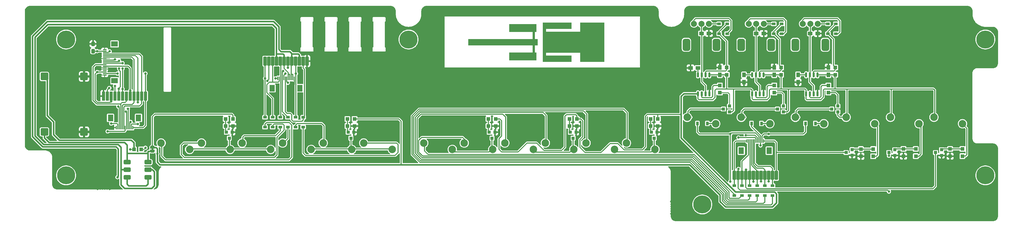
<source format=gbr>
%TF.GenerationSoftware,KiCad,Pcbnew,8.0.4*%
%TF.CreationDate,2024-09-25T08:52:03+09:00*%
%TF.ProjectId,FullHouse_Cover_V6.0,46756c6c-486f-4757-9365-5f436f766572,rev?*%
%TF.SameCoordinates,Original*%
%TF.FileFunction,Copper,L2,Bot*%
%TF.FilePolarity,Positive*%
%FSLAX46Y46*%
G04 Gerber Fmt 4.6, Leading zero omitted, Abs format (unit mm)*
G04 Created by KiCad (PCBNEW 8.0.4) date 2024-09-25 08:52:03*
%MOMM*%
%LPD*%
G01*
G04 APERTURE LIST*
G04 Aperture macros list*
%AMRoundRect*
0 Rectangle with rounded corners*
0 $1 Rounding radius*
0 $2 $3 $4 $5 $6 $7 $8 $9 X,Y pos of 4 corners*
0 Add a 4 corners polygon primitive as box body*
4,1,4,$2,$3,$4,$5,$6,$7,$8,$9,$2,$3,0*
0 Add four circle primitives for the rounded corners*
1,1,$1+$1,$2,$3*
1,1,$1+$1,$4,$5*
1,1,$1+$1,$6,$7*
1,1,$1+$1,$8,$9*
0 Add four rect primitives between the rounded corners*
20,1,$1+$1,$2,$3,$4,$5,0*
20,1,$1+$1,$4,$5,$6,$7,0*
20,1,$1+$1,$6,$7,$8,$9,0*
20,1,$1+$1,$8,$9,$2,$3,0*%
%AMFreePoly0*
4,1,19,0.500000,-0.750000,0.000000,-0.750000,0.000000,-0.744911,-0.071157,-0.744911,-0.207708,-0.704816,-0.327430,-0.627875,-0.420627,-0.520320,-0.479746,-0.390866,-0.500000,-0.250000,-0.500000,0.250000,-0.479746,0.390866,-0.420627,0.520320,-0.327430,0.627875,-0.207708,0.704816,-0.071157,0.744911,0.000000,0.744911,0.000000,0.750000,0.500000,0.750000,0.500000,-0.750000,0.500000,-0.750000,
$1*%
%AMFreePoly1*
4,1,19,0.000000,0.744911,0.071157,0.744911,0.207708,0.704816,0.327430,0.627875,0.420627,0.520320,0.479746,0.390866,0.500000,0.250000,0.500000,-0.250000,0.479746,-0.390866,0.420627,-0.520320,0.327430,-0.627875,0.207708,-0.704816,0.071157,-0.744911,0.000000,-0.744911,0.000000,-0.750000,-0.500000,-0.750000,-0.500000,0.750000,0.000000,0.750000,0.000000,0.744911,0.000000,0.744911,
$1*%
G04 Aperture macros list end*
%TA.AperFunction,EtchedComponent*%
%ADD10C,0.120000*%
%TD*%
%TA.AperFunction,EtchedComponent*%
%ADD11C,0.000000*%
%TD*%
%TA.AperFunction,ComponentPad*%
%ADD12C,2.500000*%
%TD*%
%TA.AperFunction,ComponentPad*%
%ADD13RoundRect,0.625000X-0.625000X1.375000X-0.625000X-1.375000X0.625000X-1.375000X0.625000X1.375000X0*%
%TD*%
%TA.AperFunction,ComponentPad*%
%ADD14C,2.000000*%
%TD*%
%TA.AperFunction,SMDPad,CuDef*%
%ADD15RoundRect,0.375000X0.825000X-0.375000X0.825000X0.375000X-0.825000X0.375000X-0.825000X-0.375000X0*%
%TD*%
%TA.AperFunction,ComponentPad*%
%ADD16C,6.000000*%
%TD*%
%TA.AperFunction,SMDPad,CuDef*%
%ADD17R,1.200000X0.900000*%
%TD*%
%TA.AperFunction,SMDPad,CuDef*%
%ADD18RoundRect,0.163800X0.136200X-0.711200X0.136200X0.711200X-0.136200X0.711200X-0.136200X-0.711200X0*%
%TD*%
%TA.AperFunction,SMDPad,CuDef*%
%ADD19R,1.500000X1.250000*%
%TD*%
%TA.AperFunction,SMDPad,CuDef*%
%ADD20R,1.250000X1.500000*%
%TD*%
%TA.AperFunction,SMDPad,CuDef*%
%ADD21RoundRect,0.169118X-0.405882X-1.330882X0.405882X-1.330882X0.405882X1.330882X-0.405882X1.330882X0*%
%TD*%
%TA.AperFunction,SMDPad,CuDef*%
%ADD22R,1.300000X1.300000*%
%TD*%
%TA.AperFunction,SMDPad,CuDef*%
%ADD23R,1.000000X1.100000*%
%TD*%
%TA.AperFunction,SMDPad,CuDef*%
%ADD24R,0.900000X1.200000*%
%TD*%
%TA.AperFunction,SMDPad,CuDef*%
%ADD25RoundRect,0.300000X0.950000X-0.950000X0.950000X0.950000X-0.950000X0.950000X-0.950000X-0.950000X0*%
%TD*%
%TA.AperFunction,SMDPad,CuDef*%
%ADD26RoundRect,0.312500X-0.312500X0.437500X-0.312500X-0.437500X0.312500X-0.437500X0.312500X0.437500X0*%
%TD*%
%TA.AperFunction,SMDPad,CuDef*%
%ADD27R,1.100000X1.000000*%
%TD*%
%TA.AperFunction,SMDPad,CuDef*%
%ADD28R,1.300000X0.300000*%
%TD*%
%TA.AperFunction,SMDPad,CuDef*%
%ADD29R,2.200000X1.800000*%
%TD*%
%TA.AperFunction,SMDPad,CuDef*%
%ADD30R,0.300000X1.300000*%
%TD*%
%TA.AperFunction,SMDPad,CuDef*%
%ADD31R,1.800000X2.200000*%
%TD*%
%TA.AperFunction,SMDPad,CuDef*%
%ADD32RoundRect,0.154412X0.370588X1.345588X-0.370588X1.345588X-0.370588X-1.345588X0.370588X-1.345588X0*%
%TD*%
%TA.AperFunction,SMDPad,CuDef*%
%ADD33FreePoly0,90.000000*%
%TD*%
%TA.AperFunction,SMDPad,CuDef*%
%ADD34FreePoly1,90.000000*%
%TD*%
%TA.AperFunction,ViaPad*%
%ADD35C,0.800000*%
%TD*%
%TA.AperFunction,Conductor*%
%ADD36C,0.500000*%
%TD*%
%TA.AperFunction,Conductor*%
%ADD37C,0.300000*%
%TD*%
%TA.AperFunction,Conductor*%
%ADD38C,0.200000*%
%TD*%
%TA.AperFunction,Conductor*%
%ADD39C,0.250000*%
%TD*%
G04 APERTURE END LIST*
D10*
%TO.C,A1*%
X232840000Y-157300000D02*
X224340000Y-157300000D01*
X224340000Y-158300000D01*
X235740000Y-158300000D01*
X235740000Y-155300000D01*
X243740000Y-155300000D01*
X243740000Y-168300000D01*
X235740000Y-168300000D01*
X235740000Y-165300000D01*
X224340000Y-165300000D01*
X224340000Y-166300000D01*
X232840000Y-166300000D01*
X232840000Y-168300000D01*
X223340000Y-168300000D01*
X223340000Y-155300000D01*
X232840000Y-155300000D01*
X232840000Y-157300000D01*
%TA.AperFunction,EtchedComponent*%
G36*
X232840000Y-157300000D02*
G01*
X224340000Y-157300000D01*
X224340000Y-158300000D01*
X235740000Y-158300000D01*
X235740000Y-155300000D01*
X243740000Y-155300000D01*
X243740000Y-168300000D01*
X235740000Y-168300000D01*
X235740000Y-165300000D01*
X224340000Y-165300000D01*
X224340000Y-166300000D01*
X232840000Y-166300000D01*
X232840000Y-168300000D01*
X223340000Y-168300000D01*
X223340000Y-155300000D01*
X232840000Y-155300000D01*
X232840000Y-157300000D01*
G37*
%TD.AperFunction*%
X221140000Y-158300000D02*
X220640000Y-158300000D01*
X220640000Y-160800000D01*
X221540000Y-160800000D01*
X221540000Y-162800000D01*
X220640000Y-162800000D01*
X220640000Y-165300000D01*
X221140000Y-165300000D01*
X221140000Y-167800000D01*
X212140000Y-167800000D01*
X212140000Y-165300000D01*
X219940000Y-165300000D01*
X219940000Y-162800000D01*
X198540000Y-162800000D01*
X198540000Y-160800000D01*
X219940000Y-160800000D01*
X219940000Y-158300000D01*
X212140000Y-158300000D01*
X212140000Y-155800000D01*
X221140000Y-155800000D01*
X221140000Y-158300000D01*
%TA.AperFunction,EtchedComponent*%
G36*
X221140000Y-158300000D02*
G01*
X220640000Y-158300000D01*
X220640000Y-160800000D01*
X221540000Y-160800000D01*
X221540000Y-162800000D01*
X220640000Y-162800000D01*
X220640000Y-165300000D01*
X221140000Y-165300000D01*
X221140000Y-167800000D01*
X212140000Y-167800000D01*
X212140000Y-165300000D01*
X219940000Y-165300000D01*
X219940000Y-162800000D01*
X198540000Y-162800000D01*
X198540000Y-160800000D01*
X219940000Y-160800000D01*
X219940000Y-158300000D01*
X212140000Y-158300000D01*
X212140000Y-155800000D01*
X221140000Y-155800000D01*
X221140000Y-158300000D01*
G37*
%TD.AperFunction*%
D11*
%TA.AperFunction,EtchedComponent*%
%TO.C,JP1*%
G36*
X93700000Y-197800000D02*
G01*
X93100000Y-197800000D01*
X93100000Y-197300000D01*
X93700000Y-197300000D01*
X93700000Y-197800000D01*
G37*
%TD.AperFunction*%
%TD*%
D12*
%TO.P,SW4,1,A*%
%TO.N,Net-(D10-K)*%
X136725000Y-195490000D03*
%TO.P,SW4,2,B*%
%TO.N,Net-(Q2-C)*%
X146225000Y-197640000D03*
%TD*%
D13*
%TO.P,RV2,*%
%TO.N,*%
X299365000Y-162705000D03*
X289365000Y-162705000D03*
D14*
%TO.P,RV2,1,1*%
%TO.N,Net-(D5-K)*%
X291865000Y-155705000D03*
%TO.P,RV2,2,2*%
%TO.N,Net-(U2-THR)*%
X294365000Y-155705000D03*
%TO.P,RV2,3,3*%
%TO.N,Net-(D2-A)*%
X296865000Y-155705000D03*
%TD*%
D12*
%TO.P,SW13,1,A*%
%TO.N,Net-(D16-K)*%
X224175000Y-195490000D03*
%TO.P,SW13,2,B*%
%TO.N,Net-(Q7-C)*%
X233675000Y-197640000D03*
%TD*%
D15*
%TO.P,SW19,1,A*%
%TO.N,MA-AUTO-OUT*%
X84950000Y-206900000D03*
X91950000Y-206900000D03*
%TO.P,SW19,2,B*%
%TO.N,MA-AUTO-IN*%
X84950000Y-204400000D03*
X91950000Y-204400000D03*
%TO.P,SW19,3,C*%
%TO.N,Net-(JP1-A)*%
X84950000Y-201900000D03*
X91950000Y-201900000D03*
%TD*%
D12*
%TO.P,SW14,1,A*%
%TO.N,Net-(D17-K)*%
X237725000Y-195490000D03*
%TO.P,SW14,2,B*%
%TO.N,Net-(Q8-C)*%
X247225000Y-197640000D03*
%TD*%
D16*
%TO.P,H7,1*%
%TO.N,N/C*%
X370640000Y-206300000D03*
%TD*%
D12*
%TO.P,SW9,1,A*%
%TO.N,Net-(Q5-C)*%
X307390000Y-186905000D03*
%TO.P,SW9,2,B*%
%TO.N,Net-(D22-A)*%
X316890000Y-189055000D03*
%TD*%
D16*
%TO.P,H6,1*%
%TO.N,N/C*%
X178640000Y-160950000D03*
%TD*%
%TO.P,H4,1*%
%TO.N,N/C*%
X370640000Y-160950000D03*
%TD*%
D12*
%TO.P,SW12,1,A*%
%TO.N,Net-(D15-K)*%
X210675000Y-195490000D03*
%TO.P,SW12,2,B*%
%TO.N,Net-(Q7-C)*%
X220175000Y-197640000D03*
%TD*%
%TO.P,SW1,1,A*%
%TO.N,Net-(D7-K)*%
X96270000Y-195490000D03*
%TO.P,SW1,2,B*%
%TO.N,Net-(Q1-C)*%
X105770000Y-197640000D03*
%TD*%
D16*
%TO.P,H1,1*%
%TO.N,N/C*%
X64640000Y-160950000D03*
%TD*%
%TO.P,H5,1*%
%TO.N,N/C*%
X64640000Y-206300000D03*
%TD*%
D12*
%TO.P,SW16,1,A*%
%TO.N,+12V*%
X339050000Y-186900000D03*
%TO.P,SW16,2,B*%
%TO.N,Net-(SW16A-B)*%
X348550000Y-189050000D03*
%TD*%
D16*
%TO.P,H2,1*%
%TO.N,N/C*%
X276415000Y-216015000D03*
%TD*%
D12*
%TO.P,SW8,1,A*%
%TO.N,Net-(Q4-C)*%
X289390000Y-186905000D03*
%TO.P,SW8,2,B*%
%TO.N,Net-(D20-A)*%
X298890000Y-189055000D03*
%TD*%
%TO.P,SW18,1,A*%
%TO.N,+12V*%
X324300000Y-186900000D03*
%TO.P,SW18,2,B*%
%TO.N,Net-(SW18A-B)*%
X333800000Y-189050000D03*
%TD*%
%TO.P,SW7,1,A*%
%TO.N,Net-(Q3-C)*%
X271390000Y-186905000D03*
%TO.P,SW7,2,B*%
%TO.N,Net-(D21-A)*%
X280890000Y-189055000D03*
%TD*%
%TO.P,SW11,1,A*%
%TO.N,Net-(D14-K)*%
X197175000Y-195490000D03*
%TO.P,SW11,2,B*%
%TO.N,Net-(Q6-C)*%
X206675000Y-197640000D03*
%TD*%
%TO.P,SW3,1,A*%
%TO.N,Net-(D9-K)*%
X123225000Y-195490000D03*
%TO.P,SW3,2,B*%
%TO.N,Net-(Q1-C)*%
X132725000Y-197640000D03*
%TD*%
D13*
%TO.P,RV1,*%
%TO.N,*%
X281140000Y-162705000D03*
X271140000Y-162705000D03*
D14*
%TO.P,RV1,1,1*%
%TO.N,Net-(D4-K)*%
X273640000Y-155705000D03*
%TO.P,RV1,2,2*%
%TO.N,Net-(U1-THR)*%
X276140000Y-155705000D03*
%TO.P,RV1,3,3*%
%TO.N,Net-(D1-A)*%
X278640000Y-155705000D03*
%TD*%
D12*
%TO.P,SW10,1,A*%
%TO.N,Net-(D13-K)*%
X183705000Y-195490000D03*
%TO.P,SW10,2,B*%
%TO.N,Net-(Q6-C)*%
X193205000Y-197640000D03*
%TD*%
%TO.P,SW15,1,A*%
%TO.N,Net-(D18-K)*%
X251175000Y-195490000D03*
%TO.P,SW15,2,B*%
%TO.N,Net-(Q8-C)*%
X260675000Y-197640000D03*
%TD*%
%TO.P,SW5,1,A*%
%TO.N,Net-(D11-K)*%
X150225000Y-195490000D03*
%TO.P,SW5,2,B*%
%TO.N,Net-(Q2-C)*%
X159725000Y-197640000D03*
%TD*%
D13*
%TO.P,RV3,*%
%TO.N,*%
X317365000Y-162705000D03*
X307365000Y-162705000D03*
D14*
%TO.P,RV3,1,1*%
%TO.N,Net-(D6-K)*%
X309865000Y-155705000D03*
%TO.P,RV3,2,2*%
%TO.N,Net-(U3-THR)*%
X312365000Y-155705000D03*
%TO.P,RV3,3,3*%
%TO.N,Net-(D3-A)*%
X314865000Y-155705000D03*
%TD*%
D12*
%TO.P,SW17,1,A*%
%TO.N,+12V*%
X353535000Y-186900000D03*
%TO.P,SW17,2,B*%
%TO.N,Net-(SW17A-B)*%
X363035000Y-189050000D03*
%TD*%
%TO.P,SW6,1,A*%
%TO.N,Net-(D12-K)*%
X163725000Y-195490000D03*
%TO.P,SW6,2,B*%
%TO.N,Net-(Q2-C)*%
X173225000Y-197640000D03*
%TD*%
%TO.P,SW2,1,A*%
%TO.N,Net-(D8-K)*%
X109725000Y-195490000D03*
%TO.P,SW2,2,B*%
%TO.N,Net-(Q1-C)*%
X119225000Y-197640000D03*
%TD*%
D17*
%TO.P,D2,1,A*%
%TO.N,Net-(D2-A)*%
X300240000Y-155705000D03*
%TO.P,D2,2,K*%
%TO.N,Net-(D2-K)*%
X300240000Y-159005000D03*
%TD*%
%TO.P,D14,1,A*%
%TO.N,/OUT 02*%
X289607000Y-209725000D03*
%TO.P,D14,2,K*%
%TO.N,Net-(D14-K)*%
X289607000Y-213025000D03*
%TD*%
D18*
%TO.P,U1,1,GND*%
%TO.N,GNDPWR*%
X278775000Y-179070000D03*
%TO.P,U1,2,TR*%
%TO.N,Net-(U1-THR)*%
X277505000Y-179070000D03*
%TO.P,U1,3,Q*%
%TO.N,Net-(U1-Q)*%
X276235000Y-179070000D03*
%TO.P,U1,4,R*%
%TO.N,+12V*%
X274965000Y-179070000D03*
%TO.P,U1,5,CV*%
%TO.N,Net-(U1-CV)*%
X274965000Y-172720000D03*
%TO.P,U1,6,THR*%
%TO.N,Net-(U1-THR)*%
X276235000Y-172720000D03*
%TO.P,U1,7,DIS*%
%TO.N,Net-(D1-K)*%
X277505000Y-172720000D03*
%TO.P,U1,8,VCC*%
%TO.N,+12V*%
X278775000Y-172720000D03*
%TD*%
D19*
%TO.P,C4,1*%
%TO.N,GNDPWR*%
X272495000Y-170420000D03*
%TO.P,C4,2*%
%TO.N,Net-(U1-CV)*%
X274995000Y-170420000D03*
%TD*%
D20*
%TO.P,C9,1*%
%TO.N,GNDPWR*%
X318375000Y-170245000D03*
%TO.P,C9,2*%
%TO.N,+12V*%
X318375000Y-172745000D03*
%TD*%
D21*
%TO.P,J2,A1,Pin_1*%
%TO.N,/OUT 01*%
X287067000Y-206295000D03*
%TO.P,J2,A2,Pin_2*%
%TO.N,/OUT 02*%
X289607000Y-206295000D03*
%TO.P,J2,A3,Pin_3*%
%TO.N,/OUT 03*%
X292147000Y-206295000D03*
%TO.P,J2,A4,Pin_4*%
%TO.N,/OUT 04*%
X294687000Y-206295000D03*
%TO.P,J2,A5,Pin_5*%
%TO.N,/OUT 05*%
X297227000Y-206295000D03*
%TO.P,J2,A6,Pin_6*%
%TO.N,/OUT 06*%
X299767000Y-206295000D03*
%TO.P,J2,B1,Pin_7*%
%TO.N,CLN_VALVE*%
X288337000Y-206295000D03*
%TO.P,J2,B2,Pin_8*%
%TO.N,WST_VALVE*%
X290877000Y-206295000D03*
%TO.P,J2,B3,Pin_9*%
%TO.N,HT FAN*%
X293417000Y-206295000D03*
%TO.P,J2,B4,Pin_10*%
%TO.N,HM_1*%
X295957000Y-206295000D03*
%TO.P,J2,B5,Pin_11*%
%TO.N,HM_2*%
X298497000Y-206295000D03*
%TO.P,J2,B6,Pin_12*%
%TO.N,INVERTOR*%
X301037000Y-206295000D03*
%TD*%
D18*
%TO.P,U2,1,GND*%
%TO.N,GNDPWR*%
X296775000Y-179070000D03*
%TO.P,U2,2,TR*%
%TO.N,Net-(U2-THR)*%
X295505000Y-179070000D03*
%TO.P,U2,3,Q*%
%TO.N,Net-(U2-Q)*%
X294235000Y-179070000D03*
%TO.P,U2,4,R*%
%TO.N,+12V*%
X292965000Y-179070000D03*
%TO.P,U2,5,CV*%
%TO.N,Net-(U2-CV)*%
X292965000Y-172720000D03*
%TO.P,U2,6,THR*%
%TO.N,Net-(U2-THR)*%
X294235000Y-172720000D03*
%TO.P,U2,7,DIS*%
%TO.N,Net-(D2-K)*%
X295505000Y-172720000D03*
%TO.P,U2,8,VCC*%
%TO.N,+12V*%
X296775000Y-172720000D03*
%TD*%
D22*
%TO.P,R2,1*%
%TO.N,+12V*%
X160675000Y-187460000D03*
%TO.P,R2,2*%
%TO.N,Net-(Q2-B)*%
X158275000Y-187460000D03*
%TD*%
D17*
%TO.P,D13,1,A*%
%TO.N,/OUT 01*%
X287067000Y-209725000D03*
%TO.P,D13,2,K*%
%TO.N,Net-(D13-K)*%
X287067000Y-213025000D03*
%TD*%
%TO.P,D16,1,A*%
%TO.N,/OUT 04*%
X294687000Y-209725000D03*
%TO.P,D16,2,K*%
%TO.N,Net-(D16-K)*%
X294687000Y-213025000D03*
%TD*%
D23*
%TO.P,Q7,1,B*%
%TO.N,Net-(Q7-B)*%
X232475000Y-191880000D03*
%TO.P,Q7,2,E*%
%TO.N,GNDPWR*%
X234375000Y-191880000D03*
%TO.P,Q7,3,C*%
%TO.N,Net-(Q7-C)*%
X233425000Y-193880000D03*
%TD*%
D24*
%TO.P,D20,1,A*%
%TO.N,Net-(D20-A)*%
X296100000Y-188955000D03*
%TO.P,D20,2,K*%
%TO.N,HM_1*%
X292800000Y-188955000D03*
%TD*%
D25*
%TO.P,MO1,1,GND*%
%TO.N,GNDPWR*%
X70620000Y-191780000D03*
%TO.P,MO1,2,+12V*%
%TO.N,Net-(JP1-A)*%
X57420000Y-191780000D03*
%TO.P,MO1,3,GND*%
%TO.N,GNDPWR*%
X70620000Y-173280000D03*
%TO.P,MO1,4,+5V*%
%TO.N,+12V*%
X57420000Y-173280000D03*
%TD*%
D17*
%TO.P,D8,1,A*%
%TO.N,/LED 02*%
X133407000Y-186895000D03*
%TO.P,D8,2,K*%
%TO.N,Net-(D8-K)*%
X133407000Y-190195000D03*
%TD*%
D26*
%TO.P,C10,1*%
%TO.N,GNDPWR*%
X73590000Y-162420000D03*
%TO.P,C10,2*%
%TO.N,+3.3V*%
X73590000Y-164820000D03*
%TD*%
D22*
%TO.P,R19,1*%
%TO.N,Net-(Q8-B)*%
X259225000Y-189810000D03*
%TO.P,R19,2*%
%TO.N,GNDPWR*%
X261625000Y-189810000D03*
%TD*%
D27*
%TO.P,Q3,1,B*%
%TO.N,Net-(Q3-B)*%
X285440000Y-183190000D03*
%TO.P,Q3,2,E*%
%TO.N,+12V*%
X285440000Y-185090000D03*
%TO.P,Q3,3,C*%
%TO.N,Net-(Q3-C)*%
X283440000Y-184140000D03*
%TD*%
D22*
%TO.P,R14,1*%
%TO.N,+12V*%
X207625000Y-187460000D03*
%TO.P,R14,2*%
%TO.N,Net-(Q6-B)*%
X205225000Y-187460000D03*
%TD*%
D17*
%TO.P,D5,1,A*%
%TO.N,Net-(D2-K)*%
X302850000Y-155705000D03*
%TO.P,D5,2,K*%
%TO.N,Net-(D5-K)*%
X302850000Y-159005000D03*
%TD*%
%TO.P,D15,1,A*%
%TO.N,/OUT 03*%
X292147000Y-209725000D03*
%TO.P,D15,2,K*%
%TO.N,Net-(D15-K)*%
X292147000Y-213025000D03*
%TD*%
D20*
%TO.P,C6,1*%
%TO.N,GNDPWR*%
X308295000Y-175215000D03*
%TO.P,C6,2*%
%TO.N,Net-(U3-CV)*%
X308295000Y-172715000D03*
%TD*%
%TO.P,C8,1*%
%TO.N,GNDPWR*%
X282270000Y-170245000D03*
%TO.P,C8,2*%
%TO.N,+12V*%
X282270000Y-172745000D03*
%TD*%
D28*
%TO.P,J4,1,Pin_1*%
%TO.N,GNDPWR*%
X77500000Y-172820000D03*
%TO.P,J4,2,Pin_2*%
%TO.N,ST-7789V-LED_K*%
X77500000Y-172320000D03*
%TO.P,J4,3,Pin_3*%
%TO.N,+3.3V*%
X77500000Y-171820000D03*
%TO.P,J4,4,Pin_4*%
%TO.N,+1.8V*%
X77500000Y-171320000D03*
%TO.P,J4,5,Pin_5*%
%TO.N,GNDPWR*%
X77500000Y-170820000D03*
%TO.P,J4,6,Pin_6*%
X77500000Y-170320000D03*
%TO.P,J4,7,Pin_7*%
%TO.N,ST-7789V-D{slash}C*%
X77500000Y-169820000D03*
%TO.P,J4,8,Pin_8*%
%TO.N,ST-7789V-CS*%
X77500000Y-169320000D03*
%TO.P,J4,9,Pin_9*%
%TO.N,ST-7789V-SCL*%
X77500000Y-168820000D03*
%TO.P,J4,10,Pin_10*%
%TO.N,ST-7789V-SDA*%
X77500000Y-168320000D03*
%TO.P,J4,11,Pin_11*%
%TO.N,ST-7789V-RESET*%
X77500000Y-167820000D03*
%TO.P,J4,12,Pin_12*%
%TO.N,GNDPWR*%
X77500000Y-167320000D03*
%TO.P,J4,13,Pin_13*%
%TO.N,ST-7789V-TP_SCL*%
X77500000Y-166820000D03*
%TO.P,J4,14,Pin_14*%
%TO.N,ST-7789V-TP_SDA*%
X77500000Y-166320000D03*
%TO.P,J4,15,Pin_15*%
%TO.N,ST-7789V-TP_TRST*%
X77500000Y-165820000D03*
%TO.P,J4,16,Pin_16*%
%TO.N,ST-7789V-TP_TINT*%
X77500000Y-165320000D03*
%TO.P,J4,17,Pin_17*%
%TO.N,+3.3V*%
X77500000Y-164820000D03*
%TO.P,J4,18,Pin_18*%
%TO.N,GNDPWR*%
X77500000Y-164320000D03*
D29*
%TO.P,J4,MP*%
%TO.N,N/C*%
X80750000Y-162420000D03*
X80750000Y-174720000D03*
%TD*%
D17*
%TO.P,D3,1,A*%
%TO.N,Net-(D3-A)*%
X318240000Y-155705000D03*
%TO.P,D3,2,K*%
%TO.N,Net-(D3-K)*%
X318240000Y-159005000D03*
%TD*%
%TO.P,D18,1,A*%
%TO.N,/OUT 06*%
X299767000Y-209720000D03*
%TO.P,D18,2,K*%
%TO.N,Net-(D18-K)*%
X299767000Y-213020000D03*
%TD*%
D22*
%TO.P,R24,1*%
%TO.N,Net-(Q10-B)*%
X358900000Y-197475000D03*
%TO.P,R24,2*%
%TO.N,GNDPWR*%
X358900000Y-199875000D03*
%TD*%
D20*
%TO.P,C7,1*%
%TO.N,GNDPWR*%
X300370000Y-170245000D03*
%TO.P,C7,2*%
%TO.N,+12V*%
X300370000Y-172745000D03*
%TD*%
D30*
%TO.P,J7,1,Pin_1*%
%TO.N,ST-7789V-LED_K*%
X86840000Y-190350000D03*
%TO.P,J7,2,Pin_2*%
%TO.N,ST-7789V-TP_SDA*%
X86340000Y-190350000D03*
%TO.P,J7,3,Pin_3*%
%TO.N,ST-7789V-D{slash}C*%
X85840000Y-190350000D03*
%TO.P,J7,4,Pin_4*%
%TO.N,ST-7789V-SCL*%
X85340000Y-190350000D03*
%TO.P,J7,5,Pin_5*%
%TO.N,ST-7789V-RESET*%
X84840000Y-190350000D03*
%TO.P,J7,6,Pin_6*%
%TO.N,ST-7789V-TP_TINT*%
X84340000Y-190350000D03*
%TO.P,J7,7,Pin_7*%
%TO.N,ST-7789V-TP_TRST*%
X83840000Y-190350000D03*
%TO.P,J7,8,Pin_8*%
%TO.N,ST-7789V-TP_SCL*%
X83340000Y-190350000D03*
%TO.P,J7,9,Pin_9*%
%TO.N,ST-7789V-CS*%
X82840000Y-190350000D03*
%TO.P,J7,10,Pin_10*%
%TO.N,ST-7789V-SDA*%
X82340000Y-190350000D03*
%TO.P,J7,11,Pin_11*%
%TO.N,+3.3V*%
X81840000Y-190350000D03*
%TO.P,J7,12,Pin_12*%
%TO.N,GNDPWR*%
X81340000Y-190350000D03*
D31*
%TO.P,J7,MP*%
%TO.N,N/C*%
X79440000Y-187100000D03*
X88740000Y-187100000D03*
%TD*%
D22*
%TO.P,R22,1*%
%TO.N,+12V*%
X87220000Y-197620000D03*
%TO.P,R22,2*%
%TO.N,Net-(D19-A)*%
X89620000Y-197620000D03*
%TD*%
%TO.P,R8,1*%
%TO.N,Net-(Q3-B)*%
X282270000Y-178670000D03*
%TO.P,R8,2*%
%TO.N,Net-(U1-Q)*%
X282270000Y-176270000D03*
%TD*%
D17*
%TO.P,D6,1,A*%
%TO.N,Net-(D3-K)*%
X320870000Y-155690000D03*
%TO.P,D6,2,K*%
%TO.N,Net-(D6-K)*%
X320870000Y-158990000D03*
%TD*%
D22*
%TO.P,R5,1*%
%TO.N,+12V*%
X284570000Y-172695000D03*
%TO.P,R5,2*%
%TO.N,Net-(D1-K)*%
X284570000Y-170295000D03*
%TD*%
%TO.P,R9,1*%
%TO.N,Net-(Q4-B)*%
X300370000Y-178670000D03*
%TO.P,R9,2*%
%TO.N,Net-(U2-Q)*%
X300370000Y-176270000D03*
%TD*%
%TO.P,R21,1*%
%TO.N,Net-(Q9-B)*%
X343390000Y-197475000D03*
%TO.P,R21,2*%
%TO.N,GNDPWR*%
X343390000Y-199875000D03*
%TD*%
D21*
%TO.P,J1,A1,Pin_1*%
%TO.N,/LED 01*%
X130865000Y-168170000D03*
%TO.P,J1,A2,Pin_2*%
%TO.N,/LED 02*%
X133405000Y-168170000D03*
%TO.P,J1,A3,Pin_3*%
%TO.N,/LED 03*%
X135945000Y-168170000D03*
%TO.P,J1,A4,Pin_4*%
%TO.N,/LED 04*%
X138485000Y-168170000D03*
%TO.P,J1,A5,Pin_5*%
%TO.N,/LED 05*%
X141025000Y-168170000D03*
%TO.P,J1,A6,Pin_6*%
%TO.N,/LED 06*%
X143565000Y-168170000D03*
%TO.P,J1,B1,Pin_7*%
%TO.N,INVERTOR 2*%
X132135000Y-168170000D03*
%TO.P,J1,B2,Pin_8*%
%TO.N,MA-AUTO-IN*%
X134675000Y-168170000D03*
%TO.P,J1,B3,Pin_9*%
X137215000Y-168170000D03*
%TO.P,J1,B4,Pin_10*%
%TO.N,MA-AUTO-OUT*%
X139755000Y-168170000D03*
%TO.P,J1,B5,Pin_11*%
X142295000Y-168170000D03*
%TO.P,J1,B6,Pin_12*%
%TO.N,GNDPWR*%
X144835000Y-168170000D03*
%TD*%
D22*
%TO.P,R23,1*%
%TO.N,Net-(Q10-B)*%
X363000000Y-197475000D03*
%TO.P,R23,2*%
%TO.N,Net-(SW17A-B)*%
X363000000Y-199875000D03*
%TD*%
D17*
%TO.P,D11,1,A*%
%TO.N,/LED 05*%
X141027000Y-186895000D03*
%TO.P,D11,2,K*%
%TO.N,Net-(D11-K)*%
X141027000Y-190195000D03*
%TD*%
D22*
%TO.P,R17,1*%
%TO.N,Net-(Q6-B)*%
X205225000Y-189810000D03*
%TO.P,R17,2*%
%TO.N,GNDPWR*%
X207625000Y-189810000D03*
%TD*%
D24*
%TO.P,D21,1,A*%
%TO.N,Net-(D21-A)*%
X278100000Y-188955000D03*
%TO.P,D21,2,K*%
%TO.N,HT FAN*%
X274800000Y-188955000D03*
%TD*%
D19*
%TO.P,C3,1*%
%TO.N,GNDPWR*%
X314840000Y-158945000D03*
%TO.P,C3,2*%
%TO.N,Net-(U3-THR)*%
X312340000Y-158945000D03*
%TD*%
D22*
%TO.P,R15,1*%
%TO.N,+12V*%
X234625000Y-187460000D03*
%TO.P,R15,2*%
%TO.N,Net-(Q7-B)*%
X232225000Y-187460000D03*
%TD*%
D27*
%TO.P,Q9,1,B*%
%TO.N,Net-(Q9-B)*%
X340540000Y-197725000D03*
%TO.P,Q9,2,E*%
%TO.N,GNDPWR*%
X340540000Y-199625000D03*
%TO.P,Q9,3,C*%
%TO.N,CLN_VALVE*%
X338540000Y-198675000D03*
%TD*%
D20*
%TO.P,C5,1*%
%TO.N,GNDPWR*%
X290295000Y-175220000D03*
%TO.P,C5,2*%
%TO.N,Net-(U2-CV)*%
X290295000Y-172720000D03*
%TD*%
D23*
%TO.P,Q6,1,B*%
%TO.N,Net-(Q6-B)*%
X205475000Y-191880000D03*
%TO.P,Q6,2,E*%
%TO.N,GNDPWR*%
X207375000Y-191880000D03*
%TO.P,Q6,3,C*%
%TO.N,Net-(Q6-C)*%
X206425000Y-193880000D03*
%TD*%
D30*
%TO.P,J5,1,Pin_1*%
%TO.N,/OUT 01*%
X291300000Y-194800000D03*
%TO.P,J5,2,Pin_2*%
%TO.N,/OUT 02*%
X291800000Y-194800000D03*
%TO.P,J5,3,Pin_3*%
%TO.N,/OUT 03*%
X292300000Y-194800000D03*
%TO.P,J5,4,Pin_4*%
%TO.N,/OUT 04*%
X292800000Y-194800000D03*
%TO.P,J5,5,Pin_5*%
%TO.N,/OUT 05*%
X293300000Y-194800000D03*
%TO.P,J5,6,Pin_6*%
%TO.N,/OUT 06*%
X293800000Y-194800000D03*
%TO.P,J5,7,Pin_7*%
%TO.N,CLN_VALVE*%
X294300000Y-194800000D03*
%TO.P,J5,8,Pin_8*%
%TO.N,WST_VALVE*%
X294800000Y-194800000D03*
%TO.P,J5,9,Pin_9*%
%TO.N,HT FAN*%
X295300000Y-194800000D03*
%TO.P,J5,10,Pin_10*%
%TO.N,HM_1*%
X295800000Y-194800000D03*
%TO.P,J5,11,Pin_11*%
%TO.N,HM_2*%
X296300000Y-194800000D03*
%TO.P,J5,12,Pin_12*%
%TO.N,INVERTOR*%
X296800000Y-194800000D03*
D31*
%TO.P,J5,MP*%
%TO.N,N/C*%
X298700000Y-198050000D03*
X289400000Y-198050000D03*
%TD*%
D23*
%TO.P,Q8,1,B*%
%TO.N,Net-(Q8-B)*%
X259475000Y-191880000D03*
%TO.P,Q8,2,E*%
%TO.N,GNDPWR*%
X261375000Y-191880000D03*
%TO.P,Q8,3,C*%
%TO.N,Net-(Q8-C)*%
X260425000Y-193880000D03*
%TD*%
D22*
%TO.P,R3,1*%
%TO.N,Net-(Q1-B)*%
X117775000Y-189810000D03*
%TO.P,R3,2*%
%TO.N,GNDPWR*%
X120175000Y-189810000D03*
%TD*%
%TO.P,R16,1*%
%TO.N,+12V*%
X261625000Y-187460000D03*
%TO.P,R16,2*%
%TO.N,Net-(Q8-B)*%
X259225000Y-187460000D03*
%TD*%
%TO.P,R20,1*%
%TO.N,Net-(SW16A-B)*%
X347490000Y-199875000D03*
%TO.P,R20,2*%
%TO.N,Net-(Q9-B)*%
X347490000Y-197475000D03*
%TD*%
D27*
%TO.P,Q11,1,B*%
%TO.N,Net-(Q11-B)*%
X326290000Y-197705000D03*
%TO.P,Q11,2,E*%
%TO.N,GNDPWR*%
X326290000Y-199605000D03*
%TO.P,Q11,3,C*%
%TO.N,INVERTOR*%
X324290000Y-198655000D03*
%TD*%
D17*
%TO.P,D1,1,A*%
%TO.N,Net-(D1-A)*%
X282015000Y-155705000D03*
%TO.P,D1,2,K*%
%TO.N,Net-(D1-K)*%
X282015000Y-159005000D03*
%TD*%
D22*
%TO.P,R7,1*%
%TO.N,+12V*%
X320665000Y-172695000D03*
%TO.P,R7,2*%
%TO.N,Net-(D3-K)*%
X320665000Y-170295000D03*
%TD*%
D23*
%TO.P,Q1,1,B*%
%TO.N,Net-(Q1-B)*%
X118025000Y-191880000D03*
%TO.P,Q1,2,E*%
%TO.N,GNDPWR*%
X119925000Y-191880000D03*
%TO.P,Q1,3,C*%
%TO.N,Net-(Q1-C)*%
X118975000Y-193880000D03*
%TD*%
D22*
%TO.P,R18,1*%
%TO.N,Net-(Q7-B)*%
X232225000Y-189810000D03*
%TO.P,R18,2*%
%TO.N,GNDPWR*%
X234625000Y-189810000D03*
%TD*%
%TO.P,R6,1*%
%TO.N,+12V*%
X302670000Y-172695000D03*
%TO.P,R6,2*%
%TO.N,Net-(D2-K)*%
X302670000Y-170295000D03*
%TD*%
D27*
%TO.P,Q10,1,B*%
%TO.N,Net-(Q10-B)*%
X356060000Y-197725000D03*
%TO.P,Q10,2,E*%
%TO.N,GNDPWR*%
X356060000Y-199625000D03*
%TO.P,Q10,3,C*%
%TO.N,WST_VALVE*%
X354060000Y-198675000D03*
%TD*%
D23*
%TO.P,Q2,1,B*%
%TO.N,Net-(Q2-B)*%
X158525000Y-191880000D03*
%TO.P,Q2,2,E*%
%TO.N,GNDPWR*%
X160425000Y-191880000D03*
%TO.P,Q2,3,C*%
%TO.N,Net-(Q2-C)*%
X159475000Y-193880000D03*
%TD*%
D22*
%TO.P,R1,1*%
%TO.N,+12V*%
X120175000Y-187460000D03*
%TO.P,R1,2*%
%TO.N,Net-(Q1-B)*%
X117775000Y-187460000D03*
%TD*%
D32*
%TO.P,J3,A1,Pin_1*%
%TO.N,ST-7789V-LED_K*%
X91075000Y-179810000D03*
%TO.P,J3,A2,Pin_2*%
%TO.N,ST-7789V-TP_SDA*%
X88535000Y-179810000D03*
%TO.P,J3,A3,Pin_3*%
%TO.N,ST-7789V-D{slash}C*%
X85995000Y-179810000D03*
%TO.P,J3,A4,Pin_4*%
%TO.N,ST-7789V-SCL*%
X83455000Y-179810000D03*
%TO.P,J3,A5,Pin_5*%
%TO.N,ST-7789V-RESET*%
X80915000Y-179810000D03*
%TO.P,J3,A6,Pin_6*%
%TO.N,ST-7789V-TP_TINT*%
X78375000Y-179810000D03*
%TO.P,J3,B1,Pin_7*%
%TO.N,ST-7789V-TP_TRST*%
X89805000Y-179810000D03*
%TO.P,J3,B2,Pin_8*%
%TO.N,ST-7789V-TP_SCL*%
X87265000Y-179810000D03*
%TO.P,J3,B3,Pin_9*%
%TO.N,ST-7789V-CS*%
X84725000Y-179810000D03*
%TO.P,J3,B4,Pin_10*%
%TO.N,ST-7789V-SDA*%
X82185000Y-179810000D03*
%TO.P,J3,B5,Pin_11*%
%TO.N,+3.3V*%
X79645000Y-179810000D03*
%TO.P,J3,B6,Pin_12*%
%TO.N,GNDPWR*%
X77105000Y-179810000D03*
%TD*%
D19*
%TO.P,C1,1*%
%TO.N,GNDPWR*%
X278640000Y-158905000D03*
%TO.P,C1,2*%
%TO.N,Net-(U1-THR)*%
X276140000Y-158905000D03*
%TD*%
D17*
%TO.P,D17,1,A*%
%TO.N,/OUT 05*%
X297227000Y-209725000D03*
%TO.P,D17,2,K*%
%TO.N,Net-(D17-K)*%
X297227000Y-213025000D03*
%TD*%
D19*
%TO.P,C2,1*%
%TO.N,GNDPWR*%
X296865000Y-158945000D03*
%TO.P,C2,2*%
%TO.N,Net-(U2-THR)*%
X294365000Y-158945000D03*
%TD*%
D27*
%TO.P,Q4,1,B*%
%TO.N,Net-(Q4-B)*%
X303440000Y-183190000D03*
%TO.P,Q4,2,E*%
%TO.N,+12V*%
X303440000Y-185090000D03*
%TO.P,Q4,3,C*%
%TO.N,Net-(Q4-C)*%
X301440000Y-184140000D03*
%TD*%
D24*
%TO.P,D22,1,A*%
%TO.N,Net-(D22-A)*%
X314050000Y-188955000D03*
%TO.P,D22,2,K*%
%TO.N,HM_2*%
X310750000Y-188955000D03*
%TD*%
D17*
%TO.P,D12,1,A*%
%TO.N,/LED 06*%
X143567000Y-186895000D03*
%TO.P,D12,2,K*%
%TO.N,Net-(D12-K)*%
X143567000Y-190195000D03*
%TD*%
D22*
%TO.P,R4,1*%
%TO.N,Net-(Q2-B)*%
X158275000Y-189810000D03*
%TO.P,R4,2*%
%TO.N,GNDPWR*%
X160675000Y-189810000D03*
%TD*%
D18*
%TO.P,U3,1,GND*%
%TO.N,GNDPWR*%
X314780000Y-179070000D03*
%TO.P,U3,2,TR*%
%TO.N,Net-(U3-THR)*%
X313510000Y-179070000D03*
%TO.P,U3,3,Q*%
%TO.N,Net-(U3-Q)*%
X312240000Y-179070000D03*
%TO.P,U3,4,R*%
%TO.N,+12V*%
X310970000Y-179070000D03*
%TO.P,U3,5,CV*%
%TO.N,Net-(U3-CV)*%
X310970000Y-172720000D03*
%TO.P,U3,6,THR*%
%TO.N,Net-(U3-THR)*%
X312240000Y-172720000D03*
%TO.P,U3,7,DIS*%
%TO.N,Net-(D3-K)*%
X313510000Y-172720000D03*
%TO.P,U3,8,VCC*%
%TO.N,+12V*%
X314780000Y-172720000D03*
%TD*%
D17*
%TO.P,D10,1,A*%
%TO.N,/LED 04*%
X138487000Y-186895000D03*
%TO.P,D10,2,K*%
%TO.N,Net-(D10-K)*%
X138487000Y-190195000D03*
%TD*%
D27*
%TO.P,Q5,1,B*%
%TO.N,Net-(Q5-B)*%
X321540000Y-183190000D03*
%TO.P,Q5,2,E*%
%TO.N,+12V*%
X321540000Y-185090000D03*
%TO.P,Q5,3,C*%
%TO.N,Net-(Q5-C)*%
X319540000Y-184140000D03*
%TD*%
D30*
%TO.P,J6,1,Pin_1*%
%TO.N,/LED 01*%
X135100000Y-173950000D03*
%TO.P,J6,2,Pin_2*%
%TO.N,/LED 02*%
X135600000Y-173950000D03*
%TO.P,J6,3,Pin_3*%
%TO.N,/LED 03*%
X136100000Y-173950000D03*
%TO.P,J6,4,Pin_4*%
%TO.N,/LED 04*%
X136600000Y-173950000D03*
%TO.P,J6,5,Pin_5*%
%TO.N,/LED 05*%
X137100000Y-173950000D03*
%TO.P,J6,6,Pin_6*%
%TO.N,/LED 06*%
X137600000Y-173950000D03*
%TO.P,J6,7,Pin_7*%
%TO.N,INVERTOR 2*%
X138100000Y-173950000D03*
%TO.P,J6,8,Pin_8*%
%TO.N,MA-AUTO-IN*%
X138600000Y-173950000D03*
%TO.P,J6,9,Pin_9*%
X139100000Y-173950000D03*
%TO.P,J6,10,Pin_10*%
%TO.N,MA-AUTO-OUT*%
X139600000Y-173950000D03*
%TO.P,J6,11,Pin_11*%
X140100000Y-173950000D03*
%TO.P,J6,12,Pin_12*%
%TO.N,GNDPWR*%
X140600000Y-173950000D03*
D31*
%TO.P,J6,MP*%
%TO.N,N/C*%
X142500000Y-177200000D03*
X133200000Y-177200000D03*
%TD*%
D22*
%TO.P,R10,1*%
%TO.N,Net-(Q5-B)*%
X318375000Y-178675000D03*
%TO.P,R10,2*%
%TO.N,Net-(U3-Q)*%
X318375000Y-176275000D03*
%TD*%
%TO.P,R26,1*%
%TO.N,Net-(Q11-B)*%
X329200000Y-197505000D03*
%TO.P,R26,2*%
%TO.N,GNDPWR*%
X329200000Y-199905000D03*
%TD*%
%TO.P,R25,1*%
%TO.N,Net-(Q11-B)*%
X333300000Y-197505000D03*
%TO.P,R25,2*%
%TO.N,Net-(SW18A-B)*%
X333300000Y-199905000D03*
%TD*%
D17*
%TO.P,D4,1,A*%
%TO.N,Net-(D1-K)*%
X284670000Y-155700000D03*
%TO.P,D4,2,K*%
%TO.N,Net-(D4-K)*%
X284670000Y-159000000D03*
%TD*%
D33*
%TO.P,JP1,1,A*%
%TO.N,Net-(JP1-A)*%
X93400000Y-198200000D03*
D34*
%TO.P,JP1,2,B*%
%TO.N,+12V*%
X93400000Y-196900000D03*
%TD*%
D17*
%TO.P,D7,1,A*%
%TO.N,/LED 01*%
X130867000Y-186895000D03*
%TO.P,D7,2,K*%
%TO.N,Net-(D7-K)*%
X130867000Y-190195000D03*
%TD*%
%TO.P,D9,1,A*%
%TO.N,/LED 03*%
X135947000Y-186895000D03*
%TO.P,D9,2,K*%
%TO.N,Net-(D9-K)*%
X135947000Y-190195000D03*
%TD*%
D35*
%TO.N,GNDPWR*%
X142550000Y-183300000D03*
X299900000Y-200650000D03*
X297300000Y-200200000D03*
X87300000Y-185100000D03*
X141730000Y-199230000D03*
X343415000Y-203755000D03*
X286750000Y-193850000D03*
X138250000Y-198080000D03*
X137500000Y-192760000D03*
X266470000Y-193500000D03*
X77100000Y-175250000D03*
X84800000Y-175400000D03*
X199650000Y-192290000D03*
X93620000Y-200540000D03*
X316845000Y-173985000D03*
X103640000Y-192340000D03*
X141400000Y-191960000D03*
X245430000Y-192690000D03*
X165960000Y-198620000D03*
X311790000Y-201855000D03*
X131530000Y-194350000D03*
X191430000Y-192290000D03*
X139700000Y-183300000D03*
X152090000Y-198590000D03*
X128230000Y-199190000D03*
X111660000Y-192410000D03*
X282845000Y-167985000D03*
X140000000Y-177350000D03*
X318845000Y-167985000D03*
X329215000Y-203780000D03*
X89800000Y-184750000D03*
X289650000Y-195850000D03*
X231780000Y-193720000D03*
X298845000Y-173985000D03*
X258800000Y-195100000D03*
X134700000Y-171300000D03*
X300845000Y-167985000D03*
X217940000Y-192620000D03*
X142750000Y-173600000D03*
X85850000Y-168400000D03*
X118580000Y-172590000D03*
X226050000Y-192650000D03*
X234900000Y-193400000D03*
X280845000Y-173985000D03*
X207840000Y-193390000D03*
X79950000Y-171050000D03*
X294750000Y-197850000D03*
X316690000Y-201905000D03*
X112480000Y-172600000D03*
X144890000Y-192660000D03*
X266470000Y-188160000D03*
%TO.N,+12V*%
X95050000Y-199100000D03*
X86027675Y-197623926D03*
%TO.N,/LED 01*%
X130867000Y-173950000D03*
X134300000Y-173950000D03*
%TO.N,/LED 04*%
X136900000Y-171450000D03*
X138450000Y-170350000D03*
%TO.N,Net-(D19-A)*%
X91040000Y-197090000D03*
%TO.N,CLN_VALVE*%
X338540000Y-211715000D03*
X288450000Y-193650000D03*
X338540000Y-199755000D03*
X288450000Y-204150000D03*
%TO.N,WST_VALVE*%
X291000000Y-204400000D03*
X290900000Y-192849500D03*
%TO.N,/LED 05*%
X137650000Y-172350000D03*
X141150000Y-172350000D03*
%TO.N,HT FAN*%
X293400000Y-208350000D03*
X285750000Y-192500000D03*
X285750000Y-208350000D03*
%TO.N,HM_1*%
X295800000Y-196300000D03*
X295950000Y-208300000D03*
%TO.N,HM_2*%
X298500000Y-208300000D03*
X298500000Y-192500000D03*
%TO.N,INVERTOR 2*%
X131645023Y-174745023D03*
X138450000Y-175400000D03*
%TO.N,ST-7789V-LED_K*%
X91050000Y-172300000D03*
X81750000Y-172300000D03*
%TO.N,ST-7789V-D{slash}C*%
X86100000Y-188450000D03*
X85995000Y-178000000D03*
%TO.N,ST-7789V-SCL*%
X83455000Y-177450000D03*
X83450000Y-168850000D03*
X83455000Y-170655000D03*
X85200000Y-184050000D03*
%TO.N,ST-7789V-SDA*%
X82300000Y-170650000D03*
X82300000Y-168050000D03*
X82185000Y-177400000D03*
X82050000Y-183300000D03*
%TO.N,ST-7789V-RESET*%
X80950000Y-176450000D03*
X84590500Y-185000000D03*
X80950000Y-167569500D03*
%TO.N,ST-7789V-TP_SDA*%
X88500000Y-189150000D03*
X88500000Y-181850000D03*
%TO.N,ST-7789V-TP_TINT*%
X78450000Y-191600000D03*
X79150000Y-164900000D03*
X79000000Y-177150000D03*
%TO.N,MA-AUTO-OUT*%
X81740000Y-206900000D03*
X84950000Y-206900000D03*
%TO.N,+3.3V*%
X79650000Y-189000000D03*
X75000000Y-164820000D03*
X79645000Y-181655000D03*
X74980000Y-171820000D03*
%TD*%
D36*
%TO.N,+12V*%
X269410000Y-193820000D02*
X269410000Y-185900000D01*
X287480000Y-211890000D02*
X269410000Y-193820000D01*
X300540000Y-211890000D02*
X287480000Y-211890000D01*
X301160000Y-212510000D02*
X300540000Y-211890000D01*
X301160000Y-215470000D02*
X301160000Y-212510000D01*
X299780000Y-216850000D02*
X301160000Y-215470000D01*
X284175000Y-216850000D02*
X299780000Y-216850000D01*
X282375000Y-215050000D02*
X284175000Y-216850000D01*
X282375000Y-212895000D02*
X282375000Y-215050000D01*
X176200000Y-202750000D02*
X272230000Y-202750000D01*
X272230000Y-202750000D02*
X282375000Y-212895000D01*
D37*
%TO.N,Net-(D18-K)*%
X299300000Y-216200000D02*
X299767000Y-215733000D01*
X299767000Y-215733000D02*
X299767000Y-213020000D01*
X283075000Y-214800000D02*
X284475000Y-216200000D01*
X283075000Y-212695000D02*
X283075000Y-214800000D01*
X182410000Y-201960000D02*
X272340000Y-201960000D01*
X284475000Y-216200000D02*
X299300000Y-216200000D01*
X182080000Y-184170000D02*
X179810000Y-186440000D01*
X179810000Y-186440000D02*
X179810000Y-199360000D01*
X250210000Y-184170000D02*
X182080000Y-184170000D01*
X272340000Y-201960000D02*
X283075000Y-212695000D01*
X251425000Y-185385000D02*
X250210000Y-184170000D01*
X251425000Y-195490000D02*
X251425000Y-185385000D01*
X179810000Y-199360000D02*
X182410000Y-201960000D01*
%TO.N,Net-(D17-K)*%
X297227000Y-215198000D02*
X297227000Y-213025000D01*
X296750000Y-215675000D02*
X297227000Y-215198000D01*
X284700000Y-215675000D02*
X296750000Y-215675000D01*
X283625000Y-214600000D02*
X284700000Y-215675000D01*
X283625000Y-212415000D02*
X283625000Y-214600000D01*
X272640000Y-201430000D02*
X283625000Y-212415000D01*
X182630000Y-201430000D02*
X272640000Y-201430000D01*
X180350000Y-199150000D02*
X182630000Y-201430000D01*
X236830000Y-184740000D02*
X182290000Y-184740000D01*
X237975000Y-185885000D02*
X236830000Y-184740000D01*
X182290000Y-184740000D02*
X180350000Y-186680000D01*
X180350000Y-186680000D02*
X180350000Y-199150000D01*
X237975000Y-195490000D02*
X237975000Y-185885000D01*
%TO.N,Net-(D16-K)*%
X284175000Y-214375000D02*
X284925000Y-215125000D01*
X284175000Y-212175000D02*
X284175000Y-214375000D01*
X272900000Y-200900000D02*
X284175000Y-212175000D01*
X180890000Y-186930000D02*
X180890000Y-198930000D01*
X284925000Y-215125000D02*
X294300000Y-215125000D01*
X180890000Y-198930000D02*
X182860000Y-200900000D01*
X294300000Y-215125000D02*
X294687000Y-214738000D01*
X223410000Y-185300000D02*
X182520000Y-185300000D01*
X182860000Y-200900000D02*
X272900000Y-200900000D01*
X224425000Y-186315000D02*
X223410000Y-185300000D01*
X182520000Y-185300000D02*
X180890000Y-186930000D01*
X294687000Y-214738000D02*
X294687000Y-213025000D01*
X224425000Y-195490000D02*
X224425000Y-186315000D01*
%TO.N,Net-(D15-K)*%
X292147000Y-214078000D02*
X292147000Y-213025000D01*
X285175000Y-214525000D02*
X291700000Y-214525000D01*
X284725000Y-214075000D02*
X285175000Y-214525000D01*
X284725000Y-211925000D02*
X284725000Y-214075000D01*
X182800000Y-185870000D02*
X181470000Y-187200000D01*
X291700000Y-214525000D02*
X292147000Y-214078000D01*
X183120000Y-200370000D02*
X273170000Y-200370000D01*
X209970000Y-185870000D02*
X182800000Y-185870000D01*
X181470000Y-187200000D02*
X181470000Y-198720000D01*
X210925000Y-186825000D02*
X209970000Y-185870000D01*
X273170000Y-200370000D02*
X284725000Y-211925000D01*
X181470000Y-198720000D02*
X183120000Y-200370000D01*
X210925000Y-195490000D02*
X210925000Y-186825000D01*
%TO.N,Net-(D14-K)*%
X288697000Y-213935000D02*
X289607000Y-213025000D01*
X285485000Y-213935000D02*
X288697000Y-213935000D01*
X285300000Y-213750000D02*
X285485000Y-213935000D01*
X183050000Y-193610000D02*
X182040000Y-194620000D01*
X182040000Y-198520000D02*
X183350000Y-199830000D01*
X196650000Y-193610000D02*
X183050000Y-193610000D01*
X183350000Y-199830000D02*
X273460000Y-199830000D01*
X197425000Y-194385000D02*
X196650000Y-193610000D01*
X273460000Y-199830000D02*
X285300000Y-211670000D01*
X197425000Y-195490000D02*
X197425000Y-194385000D01*
X182040000Y-194620000D02*
X182040000Y-198520000D01*
X285300000Y-211670000D02*
X285300000Y-213750000D01*
%TO.N,Net-(D13-K)*%
X287067000Y-212627000D02*
X287067000Y-213025000D01*
X185140000Y-199290000D02*
X273730000Y-199290000D01*
X273730000Y-199290000D02*
X287067000Y-212627000D01*
X183955000Y-198105000D02*
X185140000Y-199290000D01*
X183955000Y-195490000D02*
X183955000Y-198105000D01*
D38*
%TO.N,GNDPWR*%
X77500000Y-167320000D02*
X75370000Y-167320000D01*
X77500000Y-170820000D02*
X78880000Y-170820000D01*
X77500000Y-170820000D02*
X76170000Y-170820000D01*
D37*
X140600000Y-173950000D02*
X140600000Y-175950000D01*
D38*
X77500000Y-170320000D02*
X76130000Y-170320000D01*
X77500000Y-170320000D02*
X78880000Y-170320000D01*
D37*
X140600000Y-175950000D02*
X140100000Y-176450000D01*
D38*
X77500000Y-167320000D02*
X79230000Y-167320000D01*
D37*
%TO.N,Net-(U1-THR)*%
X276140000Y-155705000D02*
X276140000Y-158905000D01*
X277505000Y-176355000D02*
X277505000Y-179070000D01*
X276235000Y-159000000D02*
X276140000Y-158905000D01*
X276235000Y-172720000D02*
X276235000Y-175085000D01*
X276235000Y-175085000D02*
X277505000Y-176355000D01*
X276235000Y-172720000D02*
X276235000Y-159000000D01*
%TO.N,Net-(U2-THR)*%
X295505000Y-176380000D02*
X295505000Y-179070000D01*
X294365000Y-155705000D02*
X294365000Y-158945000D01*
X294365000Y-172590000D02*
X294365000Y-158945000D01*
X294235000Y-172720000D02*
X294365000Y-172590000D01*
X294235000Y-172720000D02*
X294235000Y-175110000D01*
X294235000Y-175110000D02*
X295505000Y-176380000D01*
%TO.N,Net-(U3-THR)*%
X312240000Y-172720000D02*
X312340000Y-172620000D01*
X313430000Y-176366049D02*
X313430000Y-179056049D01*
X312160000Y-172706049D02*
X312160000Y-175096049D01*
X312160000Y-175096049D02*
X313430000Y-176366049D01*
X312365000Y-158920000D02*
X312340000Y-158945000D01*
X312340000Y-172620000D02*
X312340000Y-158945000D01*
X312365000Y-155705000D02*
X312365000Y-158920000D01*
%TO.N,Net-(U1-CV)*%
X274995000Y-170420000D02*
X274995000Y-172690000D01*
X274995000Y-172690000D02*
X274965000Y-172720000D01*
%TO.N,Net-(U2-CV)*%
X290295000Y-172720000D02*
X292965000Y-172720000D01*
%TO.N,Net-(U3-CV)*%
X308220000Y-172706049D02*
X310890000Y-172706049D01*
%TO.N,Net-(D1-A)*%
X278640000Y-155705000D02*
X282015000Y-155705000D01*
D36*
%TO.N,+12V*%
X62330000Y-194580000D02*
X60500000Y-192750000D01*
D37*
X304660000Y-185090000D02*
X305140000Y-184610000D01*
D36*
X270275000Y-179070000D02*
X274965000Y-179070000D01*
D37*
X332050000Y-177472098D02*
X332066049Y-177456049D01*
X339300000Y-186900000D02*
X339300000Y-177456049D01*
D36*
X284520000Y-172745000D02*
X284570000Y-172695000D01*
D37*
X236620000Y-188120000D02*
X236620000Y-193390000D01*
X160675000Y-187460000D02*
X175410000Y-187460000D01*
D39*
X87220000Y-197620000D02*
X86031601Y-197620000D01*
D37*
X286475000Y-177470000D02*
X286860000Y-177470000D01*
X346800000Y-177470000D02*
X346813951Y-177456049D01*
X292965000Y-177840000D02*
X292965000Y-179070000D01*
X215090000Y-198470000D02*
X218070000Y-195490000D01*
X223720000Y-197960000D02*
X229580000Y-197960000D01*
D36*
X269400000Y-179945000D02*
X270275000Y-179070000D01*
D37*
X346813951Y-177456049D02*
X353410000Y-177456049D01*
D36*
X95920000Y-202750000D02*
X176200000Y-202750000D01*
D37*
X310575000Y-177470000D02*
X305130000Y-177470000D01*
D36*
X269400000Y-185890000D02*
X269400000Y-179945000D01*
D37*
X326063951Y-177456049D02*
X332066049Y-177456049D01*
X318295000Y-172731049D02*
X320545000Y-172731049D01*
X235960000Y-187460000D02*
X236620000Y-188120000D01*
X315840000Y-181055000D02*
X311240000Y-181055000D01*
X257540000Y-186530000D02*
X258110000Y-185960000D01*
D36*
X93400000Y-197000000D02*
X94600000Y-197000000D01*
D37*
X119820000Y-185890000D02*
X94210000Y-185890000D01*
X218070000Y-195490000D02*
X221250000Y-195490000D01*
X286860000Y-177470000D02*
X292595000Y-177470000D01*
D36*
X94600000Y-197000000D02*
X95050000Y-197450000D01*
D37*
X310970000Y-180785000D02*
X310970000Y-179070000D01*
X274965000Y-180680000D02*
X274965000Y-179070000D01*
D36*
X95050000Y-198190000D02*
X95050000Y-199100000D01*
D37*
X281070000Y-177470000D02*
X280645000Y-177895000D01*
X310945000Y-177840000D02*
X310575000Y-177470000D01*
X120175000Y-187460000D02*
X120175000Y-186245000D01*
X324240000Y-177456049D02*
X326063951Y-177456049D01*
X261625000Y-187460000D02*
X261625000Y-185995000D01*
X257540000Y-196730000D02*
X257540000Y-186530000D01*
X175410000Y-187460000D02*
X176200000Y-188250000D01*
X353785000Y-186900000D02*
X353785000Y-177831049D01*
X284545000Y-177470000D02*
X281070000Y-177470000D01*
X221250000Y-195490000D02*
X223720000Y-197960000D01*
D39*
X86031601Y-197620000D02*
X86027675Y-197623926D01*
D37*
X316695000Y-177831049D02*
X316695000Y-180200000D01*
X320595000Y-172681049D02*
X320595000Y-177417098D01*
X275340000Y-181055000D02*
X274965000Y-180680000D01*
D36*
X58400000Y-186400000D02*
X58400000Y-174260000D01*
D37*
X305130000Y-177470000D02*
X304505000Y-177470000D01*
X280645000Y-180300000D02*
X279890000Y-181055000D01*
X297990000Y-181055000D02*
X293340000Y-181055000D01*
X284520000Y-177445000D02*
X284545000Y-177470000D01*
X280645000Y-177895000D02*
X280645000Y-180300000D01*
X269350000Y-185960000D02*
X261660000Y-185960000D01*
X300370000Y-172745000D02*
X302620000Y-172745000D01*
X235660000Y-196950000D02*
X237370000Y-198660000D01*
X245750000Y-195660000D02*
X248270000Y-195660000D01*
X322150000Y-186900000D02*
X324550000Y-186900000D01*
X292595000Y-177470000D02*
X292965000Y-177840000D01*
X298770000Y-180275000D02*
X297990000Y-181055000D01*
X321540000Y-186290000D02*
X322150000Y-186900000D01*
X282270000Y-172745000D02*
X284520000Y-172745000D01*
X317070000Y-177456049D02*
X316695000Y-177831049D01*
X316695000Y-180200000D02*
X315840000Y-181055000D01*
D36*
X86370000Y-194580000D02*
X62330000Y-194580000D01*
D37*
X298770000Y-177845000D02*
X298770000Y-180275000D01*
X285440000Y-185090000D02*
X286350000Y-185090000D01*
X299145000Y-177470000D02*
X298770000Y-177845000D01*
X93400000Y-186700000D02*
X93400000Y-196900000D01*
X242750000Y-198660000D02*
X245750000Y-195660000D01*
X208990000Y-187460000D02*
X209630000Y-188100000D01*
X296775000Y-172720000D02*
X300345000Y-172720000D01*
X320595000Y-177417098D02*
X320633951Y-177456049D01*
X261625000Y-185995000D02*
X261660000Y-185960000D01*
X304505000Y-177470000D02*
X299145000Y-177470000D01*
X324550000Y-177456049D02*
X324240000Y-177456049D01*
X248270000Y-195660000D02*
X250410000Y-197800000D01*
X284520000Y-172745000D02*
X284520000Y-177445000D01*
X314700000Y-172706049D02*
X318270000Y-172706049D01*
D39*
X286490000Y-177485000D02*
X286475000Y-177470000D01*
D37*
X230700000Y-186560000D02*
X231260000Y-186000000D01*
X208730000Y-194080000D02*
X208730000Y-197610000D01*
X302670000Y-172695000D02*
X302670000Y-177310000D01*
X234625000Y-187460000D02*
X235960000Y-187460000D01*
D36*
X274940000Y-179045000D02*
X274965000Y-179070000D01*
D37*
X234240000Y-186000000D02*
X234625000Y-186385000D01*
X293340000Y-181055000D02*
X292965000Y-180680000D01*
X94210000Y-185890000D02*
X93400000Y-186700000D01*
D36*
X58400000Y-174260000D02*
X57420000Y-173280000D01*
D37*
X269410000Y-185900000D02*
X269350000Y-185960000D01*
X332066049Y-177456049D02*
X338970000Y-177456049D01*
X286350000Y-185090000D02*
X286860000Y-184580000D01*
X237370000Y-198660000D02*
X242750000Y-198660000D01*
D36*
X95050000Y-201880000D02*
X95920000Y-202750000D01*
D37*
X353327500Y-187339770D02*
X353782500Y-186884770D01*
X231260000Y-186000000D02*
X234240000Y-186000000D01*
D36*
X300345000Y-172720000D02*
X300370000Y-172745000D01*
D37*
X207625000Y-187460000D02*
X208990000Y-187460000D01*
X305140000Y-184610000D02*
X305140000Y-177480000D01*
X258110000Y-185960000D02*
X261660000Y-185960000D01*
X229580000Y-197960000D02*
X230700000Y-196840000D01*
X338970000Y-177456049D02*
X340791049Y-177456049D01*
X278775000Y-172720000D02*
X282245000Y-172720000D01*
X208730000Y-197610000D02*
X209590000Y-198470000D01*
X353785000Y-177831049D02*
X353410000Y-177456049D01*
X310945000Y-179070000D02*
X310945000Y-177840000D01*
X120175000Y-186245000D02*
X119820000Y-185890000D01*
X320633951Y-177456049D02*
X317070000Y-177456049D01*
D36*
X60500000Y-192750000D02*
X60500000Y-188500000D01*
D37*
X176200000Y-188250000D02*
X176200000Y-202750000D01*
X303440000Y-185090000D02*
X304660000Y-185090000D01*
X326050000Y-177470000D02*
X326063951Y-177456049D01*
X234625000Y-186385000D02*
X234625000Y-187460000D01*
X338740000Y-187353835D02*
X339195000Y-186898835D01*
X292965000Y-180680000D02*
X292965000Y-179070000D01*
D36*
X95050000Y-197450000D02*
X95050000Y-198190000D01*
D37*
X230700000Y-196840000D02*
X230700000Y-186560000D01*
D39*
X304490000Y-177485000D02*
X304505000Y-177470000D01*
D36*
X269410000Y-185900000D02*
X269400000Y-185890000D01*
D37*
X324550000Y-186900000D02*
X324550000Y-177456049D01*
X286860000Y-184580000D02*
X286860000Y-177470000D01*
X279890000Y-181055000D02*
X275340000Y-181055000D01*
X209590000Y-198470000D02*
X215090000Y-198470000D01*
X256470000Y-197800000D02*
X257540000Y-196730000D01*
X236620000Y-193390000D02*
X235660000Y-194350000D01*
X250410000Y-197800000D02*
X256470000Y-197800000D01*
X321540000Y-185090000D02*
X321540000Y-186290000D01*
X311240000Y-181055000D02*
X310970000Y-180785000D01*
D36*
X282245000Y-172720000D02*
X282270000Y-172745000D01*
D37*
X209630000Y-193180000D02*
X208730000Y-194080000D01*
X340800000Y-177465000D02*
X340791049Y-177456049D01*
X340791049Y-177456049D02*
X346813951Y-177456049D01*
D36*
X60500000Y-188500000D02*
X58400000Y-186400000D01*
X87220000Y-197620000D02*
X87220000Y-195430000D01*
D37*
X305140000Y-177480000D02*
X305130000Y-177470000D01*
D36*
X95050000Y-199100000D02*
X95050000Y-201880000D01*
D37*
X235660000Y-194350000D02*
X235660000Y-196950000D01*
X209630000Y-188100000D02*
X209630000Y-193180000D01*
X320633951Y-177456049D02*
X324240000Y-177456049D01*
X284545000Y-177470000D02*
X286475000Y-177470000D01*
D36*
X87220000Y-195430000D02*
X86370000Y-194580000D01*
D37*
%TO.N,Net-(D1-K)*%
X284219520Y-171495480D02*
X284570000Y-171145000D01*
X277505000Y-172720000D02*
X277505000Y-171785000D01*
X282015000Y-159005000D02*
X282015000Y-158355000D01*
X284570000Y-171145000D02*
X284570000Y-170295000D01*
X284570000Y-161560000D02*
X282015000Y-159005000D01*
X277505000Y-171785000D02*
X277794520Y-171495480D01*
X282015000Y-158355000D02*
X284670000Y-155700000D01*
X284570000Y-170295000D02*
X284570000Y-161560000D01*
X277794520Y-171495480D02*
X284219520Y-171495480D01*
%TO.N,/LED 01*%
X135100000Y-173950000D02*
X134300000Y-173950000D01*
X130867000Y-173950000D02*
X130867000Y-168172000D01*
X130867000Y-168172000D02*
X130865000Y-168170000D01*
X130867000Y-186895000D02*
X130867000Y-173950000D01*
%TO.N,/LED 02*%
X133400000Y-175150000D02*
X132300000Y-175150000D01*
X135600000Y-174850000D02*
X135300000Y-175150000D01*
X132300000Y-175150000D02*
X131450000Y-176000000D01*
X133405000Y-175145000D02*
X133405000Y-168170000D01*
X135600000Y-173950000D02*
X135600000Y-174850000D01*
X131450000Y-178650000D02*
X133407000Y-180607000D01*
X133407000Y-180607000D02*
X133407000Y-186895000D01*
X131450000Y-176000000D02*
X131450000Y-178650000D01*
X135300000Y-175150000D02*
X133400000Y-175150000D01*
X133400000Y-175150000D02*
X133405000Y-175145000D01*
%TO.N,/LED 03*%
X136100000Y-173950000D02*
X136100000Y-186742000D01*
X136100000Y-173950000D02*
X136100000Y-168325000D01*
X136100000Y-186742000D02*
X135947000Y-186895000D01*
X136100000Y-168325000D02*
X135945000Y-168170000D01*
%TO.N,/LED 04*%
X136600000Y-185008000D02*
X138487000Y-186895000D01*
X138450000Y-168205000D02*
X138485000Y-168170000D01*
X138450000Y-170350000D02*
X138450000Y-168205000D01*
X136600000Y-171750000D02*
X136900000Y-171450000D01*
X136600000Y-173950000D02*
X136600000Y-171750000D01*
X136600000Y-173950000D02*
X136600000Y-185008000D01*
%TO.N,Net-(D2-A)*%
X300240000Y-155705000D02*
X296865000Y-155705000D01*
%TO.N,Net-(D2-K)*%
X302145000Y-160910000D02*
X300240000Y-159005000D01*
X302145000Y-169620000D02*
X302145000Y-160910000D01*
X300240000Y-159005000D02*
X300240000Y-158315000D01*
X302320000Y-171470000D02*
X302670000Y-171120000D01*
X302670000Y-171120000D02*
X302670000Y-170295000D01*
X295495000Y-172710000D02*
X295495000Y-171770000D01*
X300240000Y-158315000D02*
X302850000Y-155705000D01*
X295495000Y-171770000D02*
X295795000Y-171470000D01*
X295795000Y-171470000D02*
X302320000Y-171470000D01*
X302670000Y-170145000D02*
X302145000Y-169620000D01*
X302670000Y-170295000D02*
X302670000Y-170145000D01*
X295505000Y-172720000D02*
X295495000Y-172710000D01*
%TO.N,/OUT 01*%
X291300000Y-194800000D02*
X287600000Y-194800000D01*
X287067000Y-209725000D02*
X287067000Y-206295000D01*
X287067000Y-195333000D02*
X287067000Y-206295000D01*
X287600000Y-194800000D02*
X287067000Y-195333000D01*
%TO.N,/OUT 02*%
X291800000Y-199450000D02*
X289607000Y-201643000D01*
X291800000Y-194800000D02*
X291800000Y-199450000D01*
X289607000Y-209725000D02*
X289607000Y-206295000D01*
X289607000Y-201643000D02*
X289607000Y-206295000D01*
%TO.N,/OUT 03*%
X292300000Y-194800000D02*
X292300000Y-206142000D01*
X292300000Y-206142000D02*
X292147000Y-206295000D01*
X292147000Y-209725000D02*
X292147000Y-206295000D01*
%TO.N,/OUT 04*%
X292800000Y-194800000D02*
X292800000Y-202900000D01*
X294687000Y-204787000D02*
X294687000Y-206295000D01*
X292800000Y-202900000D02*
X294687000Y-204787000D01*
X294687000Y-209725000D02*
X294687000Y-206295000D01*
%TO.N,Net-(D3-A)*%
X318240000Y-155705000D02*
X314865000Y-155705000D01*
%TO.N,Net-(D3-K)*%
X318240000Y-158320000D02*
X320870000Y-155690000D01*
X313420000Y-172696049D02*
X313420000Y-171756049D01*
X313720000Y-171456049D02*
X320245000Y-171456049D01*
X320070000Y-160835000D02*
X318240000Y-159005000D01*
X318240000Y-159005000D02*
X318240000Y-158320000D01*
X320245000Y-171456049D02*
X320595000Y-171106049D01*
X320070000Y-169606049D02*
X320070000Y-160835000D01*
X320595000Y-171106049D02*
X320595000Y-170281049D01*
X313420000Y-171756049D02*
X313720000Y-171456049D01*
X320595000Y-170131049D02*
X320070000Y-169606049D01*
%TO.N,Net-(D4-K)*%
X285970000Y-154630000D02*
X285300000Y-153960000D01*
X273640000Y-154490000D02*
X273640000Y-155705000D01*
X285970000Y-157700000D02*
X285970000Y-154630000D01*
X285300000Y-153960000D02*
X274170000Y-153960000D01*
X284670000Y-159000000D02*
X285970000Y-157700000D01*
X284565000Y-159005000D02*
X284570000Y-159000000D01*
X274170000Y-153960000D02*
X273640000Y-154490000D01*
%TO.N,Net-(D5-K)*%
X304190000Y-158330000D02*
X304190000Y-154760000D01*
X302130000Y-159005000D02*
X302145000Y-158990000D01*
X302850000Y-159005000D02*
X303515000Y-159005000D01*
X303430000Y-154000000D02*
X292400000Y-154000000D01*
X303515000Y-159005000D02*
X304190000Y-158330000D01*
X292400000Y-154000000D02*
X291865000Y-154535000D01*
X304190000Y-154760000D02*
X303430000Y-154000000D01*
X291865000Y-154535000D02*
X291865000Y-155705000D01*
%TO.N,Net-(D6-K)*%
X322210000Y-158400000D02*
X322210000Y-154790000D01*
X310380000Y-153970000D02*
X309865000Y-154485000D01*
X321390000Y-153970000D02*
X310380000Y-153970000D01*
X322210000Y-154790000D02*
X321390000Y-153970000D01*
X321620000Y-158990000D02*
X322210000Y-158400000D01*
X320870000Y-158990000D02*
X321620000Y-158990000D01*
X309865000Y-154485000D02*
X309865000Y-155705000D01*
%TO.N,Net-(D7-K)*%
X139740000Y-200200000D02*
X139740000Y-189490000D01*
X139740000Y-189490000D02*
X138870000Y-188620000D01*
X97740000Y-201120000D02*
X138820000Y-201120000D01*
X96520000Y-199900000D02*
X97740000Y-201120000D01*
X96520000Y-195490000D02*
X96520000Y-199900000D01*
X138820000Y-201120000D02*
X139740000Y-200200000D01*
X131420000Y-188620000D02*
X130867000Y-189173000D01*
X130867000Y-189173000D02*
X130867000Y-190195000D01*
X138870000Y-188620000D02*
X131420000Y-188620000D01*
%TO.N,Net-(D8-K)*%
X102990000Y-196280000D02*
X102990000Y-199300000D01*
X136750000Y-189130000D02*
X133920000Y-189130000D01*
X137210000Y-189590000D02*
X136750000Y-189130000D01*
X134830000Y-193560000D02*
X137210000Y-191180000D01*
X137210000Y-191180000D02*
X137210000Y-189590000D01*
X134830000Y-199460000D02*
X134830000Y-193560000D01*
X104040000Y-200350000D02*
X133940000Y-200350000D01*
X133920000Y-189130000D02*
X133407000Y-189643000D01*
X102990000Y-199300000D02*
X104040000Y-200350000D01*
X109975000Y-195490000D02*
X103780000Y-195490000D01*
X133407000Y-189643000D02*
X133407000Y-190195000D01*
X133940000Y-200350000D02*
X134830000Y-199460000D01*
X103780000Y-195490000D02*
X102990000Y-196280000D01*
%TO.N,Net-(D9-K)*%
X123475000Y-193495000D02*
X123475000Y-195490000D01*
X134340000Y-193040000D02*
X123930000Y-193040000D01*
X123930000Y-193040000D02*
X123475000Y-193495000D01*
X135947000Y-191433000D02*
X134340000Y-193040000D01*
X135947000Y-190195000D02*
X135947000Y-191433000D01*
%TO.N,Net-(D10-K)*%
X138487000Y-193978000D02*
X136975000Y-195490000D01*
X138487000Y-190195000D02*
X138487000Y-193978000D01*
%TO.N,Net-(D11-K)*%
X150475000Y-189745000D02*
X150475000Y-195490000D01*
X141027000Y-190195000D02*
X141027000Y-189523000D01*
X141590000Y-188960000D02*
X149690000Y-188960000D01*
X149690000Y-188960000D02*
X150475000Y-189745000D01*
X141027000Y-189523000D02*
X141590000Y-188960000D01*
%TO.N,Net-(D12-K)*%
X175170000Y-198660000D02*
X175170000Y-196040000D01*
X174620000Y-195490000D02*
X163975000Y-195490000D01*
X174160000Y-199670000D02*
X175170000Y-198660000D01*
X143567000Y-198847000D02*
X144390000Y-199670000D01*
X144390000Y-199670000D02*
X174160000Y-199670000D01*
X143567000Y-190195000D02*
X143567000Y-198847000D01*
X175170000Y-196040000D02*
X174620000Y-195490000D01*
D39*
%TO.N,Net-(D19-A)*%
X90510000Y-197620000D02*
X91040000Y-197090000D01*
X89620000Y-197620000D02*
X90510000Y-197620000D01*
D37*
%TO.N,CLN_VALVE*%
X288337000Y-206295000D02*
X288337000Y-204263000D01*
X288337000Y-210607000D02*
X289000000Y-211270000D01*
X338095000Y-211270000D02*
X338540000Y-211715000D01*
X288450000Y-193650000D02*
X294000000Y-193650000D01*
X294300000Y-193950000D02*
X294300000Y-194800000D01*
X294000000Y-193650000D02*
X294300000Y-193950000D01*
X289000000Y-211270000D02*
X338095000Y-211270000D01*
X338540000Y-199755000D02*
X338540000Y-198675000D01*
X288337000Y-206295000D02*
X288337000Y-210607000D01*
X288337000Y-204263000D02*
X288450000Y-204150000D01*
%TO.N,Net-(D20-A)*%
X296100000Y-188955000D02*
X298740000Y-188955000D01*
%TO.N,Net-(D21-A)*%
X278100000Y-188955000D02*
X280740000Y-188955000D01*
%TO.N,Net-(D22-A)*%
X314050000Y-188955000D02*
X316740000Y-188955000D01*
%TO.N,WST_VALVE*%
X291000000Y-204400000D02*
X291000000Y-206172000D01*
X291320000Y-210740000D02*
X290877000Y-210297000D01*
X293949500Y-192849500D02*
X290900000Y-192849500D01*
X354060000Y-209900000D02*
X353220000Y-210740000D01*
X291000000Y-206172000D02*
X290877000Y-206295000D01*
X354060000Y-198675000D02*
X354060000Y-209900000D01*
X294800000Y-193700000D02*
X293949500Y-192849500D01*
X294800000Y-194800000D02*
X294800000Y-193700000D01*
X353220000Y-210740000D02*
X291320000Y-210740000D01*
D39*
X291030000Y-206285000D02*
X291040000Y-206295000D01*
D37*
X290877000Y-210297000D02*
X290877000Y-206295000D01*
%TO.N,INVERTOR*%
X301037000Y-199813000D02*
X301037000Y-206295000D01*
X301037000Y-195387000D02*
X300450000Y-194800000D01*
X324290000Y-198655000D02*
X301037000Y-198655000D01*
X301037000Y-198655000D02*
X301037000Y-199813000D01*
X301037000Y-199813000D02*
X301037000Y-195387000D01*
X300450000Y-194800000D02*
X296800000Y-194800000D01*
%TO.N,/LED 05*%
X141150000Y-186772000D02*
X141150000Y-185850000D01*
X141150000Y-168295000D02*
X141025000Y-168170000D01*
X141150000Y-172350000D02*
X141150000Y-168295000D01*
X141027000Y-186895000D02*
X141150000Y-186772000D01*
X137100000Y-172900000D02*
X137650000Y-172350000D01*
X137100000Y-173950000D02*
X137100000Y-172900000D01*
X141150000Y-185850000D02*
X141150000Y-172350000D01*
%TO.N,/LED 06*%
X140150000Y-188200000D02*
X143200000Y-188200000D01*
X139750000Y-186050000D02*
X139750000Y-187800000D01*
X137600000Y-185050000D02*
X138150000Y-185600000D01*
X143567000Y-187833000D02*
X143567000Y-186895000D01*
X137600000Y-173950000D02*
X137600000Y-185050000D01*
X139750000Y-187800000D02*
X140150000Y-188200000D01*
X144000000Y-170850000D02*
X143565000Y-170415000D01*
X143567000Y-186895000D02*
X144000000Y-186462000D01*
X144000000Y-186462000D02*
X144000000Y-170850000D01*
X138150000Y-185600000D02*
X139300000Y-185600000D01*
X139300000Y-185600000D02*
X139750000Y-186050000D01*
X143200000Y-188200000D02*
X143567000Y-187833000D01*
X143565000Y-170415000D02*
X143565000Y-168170000D01*
D36*
%TO.N,Net-(JP1-A)*%
X91860000Y-199020000D02*
X91950000Y-198930000D01*
X91950000Y-198400000D02*
X92050000Y-198300000D01*
X84950000Y-196210000D02*
X84100000Y-195360000D01*
X84950000Y-199020000D02*
X84950000Y-196210000D01*
X84950000Y-199020000D02*
X91860000Y-199020000D01*
X58960000Y-195360000D02*
X57420000Y-193820000D01*
X93400000Y-198300000D02*
X92050000Y-198300000D01*
X57420000Y-193820000D02*
X57420000Y-191780000D01*
X84950000Y-199020000D02*
X84950000Y-201900000D01*
X84100000Y-195360000D02*
X58960000Y-195360000D01*
X91950000Y-201900000D02*
X91950000Y-198930000D01*
X91950000Y-198930000D02*
X91950000Y-198400000D01*
D37*
%TO.N,Net-(Q1-B)*%
X117775000Y-191630000D02*
X118025000Y-191880000D01*
X117775000Y-189810000D02*
X117775000Y-191630000D01*
X117775000Y-187460000D02*
X117775000Y-189810000D01*
%TO.N,/OUT 05*%
X297227000Y-209725000D02*
X297227000Y-206295000D01*
X293300000Y-202600000D02*
X294550000Y-203850000D01*
X297227000Y-204427000D02*
X297227000Y-206295000D01*
X293300000Y-194800000D02*
X293300000Y-202600000D01*
X294550000Y-203850000D02*
X296650000Y-203850000D01*
X296650000Y-203850000D02*
X297227000Y-204427000D01*
%TO.N,Net-(Q1-C)*%
X105520000Y-197490000D02*
X118975000Y-197490000D01*
X118975000Y-193880000D02*
X118975000Y-197490000D01*
X132475000Y-197490000D02*
X118975000Y-197490000D01*
%TO.N,Net-(Q2-B)*%
X158275000Y-191630000D02*
X158525000Y-191880000D01*
X158275000Y-187460000D02*
X158275000Y-189810000D01*
X158275000Y-189810000D02*
X158275000Y-191630000D01*
%TO.N,Net-(Q2-C)*%
X172975000Y-197490000D02*
X159475000Y-197490000D01*
X145975000Y-197490000D02*
X159475000Y-197490000D01*
X159475000Y-193880000D02*
X159475000Y-197490000D01*
D39*
%TO.N,Net-(Q3-B)*%
X285440000Y-179155000D02*
X285440000Y-183190000D01*
X284955000Y-178670000D02*
X282270000Y-178670000D01*
X285440000Y-179155000D02*
X284955000Y-178670000D01*
D37*
%TO.N,Net-(Q3-C)*%
X283440000Y-184140000D02*
X272390000Y-184140000D01*
X272715000Y-186880000D02*
X271590000Y-186880000D01*
X272390000Y-184140000D02*
X271640000Y-184890000D01*
X271590000Y-186880000D02*
X271215000Y-187255000D01*
X271640000Y-184890000D02*
X271640000Y-186905000D01*
D39*
%TO.N,Net-(Q4-B)*%
X303440000Y-179205000D02*
X303440000Y-183190000D01*
X302905000Y-178670000D02*
X300370000Y-178670000D01*
X303440000Y-179205000D02*
X302905000Y-178670000D01*
D37*
%TO.N,/OUT 06*%
X299767000Y-209720000D02*
X299767000Y-206295000D01*
X293800000Y-194800000D02*
X293800000Y-202250000D01*
X294850000Y-203300000D02*
X299100000Y-203300000D01*
X299767000Y-203967000D02*
X299767000Y-206295000D01*
X299100000Y-203300000D02*
X299767000Y-203967000D01*
X293800000Y-202250000D02*
X294850000Y-203300000D01*
%TO.N,Net-(Q4-C)*%
X289127500Y-187380000D02*
X289602500Y-186905000D01*
X290420000Y-184140000D02*
X289640000Y-184920000D01*
X289640000Y-184920000D02*
X289640000Y-186905000D01*
X289602500Y-186905000D02*
X290677500Y-186905000D01*
X301440000Y-184140000D02*
X290420000Y-184140000D01*
%TO.N,Net-(Q5-B)*%
X320765000Y-178675000D02*
X321540000Y-179450000D01*
X321540000Y-179450000D02*
X321540000Y-183190000D01*
X318375000Y-178675000D02*
X320765000Y-178675000D01*
%TO.N,Net-(Q5-C)*%
X307077500Y-187330000D02*
X307502500Y-186905000D01*
X319540000Y-184140000D02*
X308320000Y-184140000D01*
X308320000Y-184140000D02*
X307640000Y-184820000D01*
X307640000Y-184820000D02*
X307640000Y-186905000D01*
X307502500Y-186905000D02*
X308652500Y-186905000D01*
%TO.N,Net-(Q6-B)*%
X205225000Y-189810000D02*
X205225000Y-191630000D01*
X205225000Y-187460000D02*
X205225000Y-189810000D01*
X205225000Y-191630000D02*
X205475000Y-191880000D01*
%TO.N,Net-(Q6-C)*%
X206425000Y-197490000D02*
X205435000Y-198480000D01*
X192640000Y-197950000D02*
X192910000Y-197680000D01*
X193945000Y-198480000D02*
X192955000Y-197490000D01*
X205435000Y-198480000D02*
X193945000Y-198480000D01*
X206425000Y-193880000D02*
X206425000Y-197490000D01*
%TO.N,Net-(Q7-B)*%
X232225000Y-189810000D02*
X232225000Y-191630000D01*
X232225000Y-187460000D02*
X232225000Y-189810000D01*
X232225000Y-191630000D02*
X232475000Y-191880000D01*
%TO.N,Net-(Q7-C)*%
X232365000Y-198550000D02*
X233425000Y-197490000D01*
X233425000Y-193880000D02*
X233425000Y-197490000D01*
X219630000Y-197850000D02*
X219900000Y-197580000D01*
X220985000Y-198550000D02*
X232365000Y-198550000D01*
X219925000Y-197490000D02*
X220985000Y-198550000D01*
%TO.N,HT FAN*%
X293417000Y-208333000D02*
X293400000Y-208350000D01*
X286150000Y-192100000D02*
X294100000Y-192100000D01*
X295300000Y-193300000D02*
X295300000Y-194800000D01*
X275500000Y-192500000D02*
X285750000Y-192500000D01*
X274800000Y-191800000D02*
X275500000Y-192500000D01*
X294100000Y-192100000D02*
X295300000Y-193300000D01*
X274800000Y-188955000D02*
X274800000Y-191800000D01*
X285750000Y-208350000D02*
X285750000Y-192500000D01*
X293417000Y-206295000D02*
X293417000Y-208333000D01*
X285750000Y-192500000D02*
X286150000Y-192100000D01*
%TO.N,HM_1*%
X295957000Y-206295000D02*
X295957000Y-208293000D01*
X295800000Y-196300000D02*
X295800000Y-194800000D01*
X295800000Y-194800000D02*
X295800000Y-193050000D01*
X295957000Y-208293000D02*
X295950000Y-208300000D01*
X292800000Y-190050000D02*
X292800000Y-188955000D01*
X295800000Y-193050000D02*
X292800000Y-190050000D01*
%TO.N,HM_2*%
X310050000Y-192500000D02*
X310750000Y-191800000D01*
X310750000Y-191800000D02*
X310750000Y-188955000D01*
X298497000Y-206295000D02*
X298497000Y-208297000D01*
X296900000Y-192500000D02*
X298500000Y-192500000D01*
X298497000Y-208297000D02*
X298500000Y-208300000D01*
X296300000Y-193100000D02*
X296900000Y-192500000D01*
X296300000Y-194800000D02*
X296300000Y-193100000D01*
X298500000Y-192500000D02*
X310050000Y-192500000D01*
%TO.N,Net-(Q8-B)*%
X259225000Y-191630000D02*
X259475000Y-191880000D01*
X259225000Y-187460000D02*
X259225000Y-189810000D01*
X259225000Y-189810000D02*
X259225000Y-191630000D01*
%TO.N,Net-(Q8-C)*%
X246975000Y-197490000D02*
X247945000Y-198460000D01*
X259455000Y-198460000D02*
X260425000Y-197490000D01*
X246960000Y-197850000D02*
X247230000Y-197580000D01*
X247945000Y-198460000D02*
X259455000Y-198460000D01*
X260425000Y-193880000D02*
X260425000Y-197490000D01*
%TO.N,Net-(Q9-B)*%
X347490000Y-197475000D02*
X343390000Y-197475000D01*
X340790000Y-197475000D02*
X340540000Y-197725000D01*
X343390000Y-197475000D02*
X340790000Y-197475000D01*
%TO.N,Net-(Q10-B)*%
X358900000Y-197475000D02*
X356310000Y-197475000D01*
X356310000Y-197475000D02*
X356060000Y-197725000D01*
X363000000Y-197475000D02*
X358900000Y-197475000D01*
%TO.N,Net-(Q11-B)*%
X326490000Y-197505000D02*
X326290000Y-197705000D01*
X333300000Y-197505000D02*
X329200000Y-197505000D01*
X329200000Y-197505000D02*
X326490000Y-197505000D01*
%TO.N,Net-(U1-Q)*%
X279920000Y-179970000D02*
X279920000Y-176670000D01*
X279920000Y-176670000D02*
X280320000Y-176270000D01*
X276235000Y-179070000D02*
X276235000Y-180160000D01*
X276470000Y-180395000D02*
X279495000Y-180395000D01*
X279495000Y-180395000D02*
X279920000Y-179970000D01*
X280320000Y-176270000D02*
X282270000Y-176270000D01*
X276235000Y-180160000D02*
X276470000Y-180395000D01*
%TO.N,Net-(U2-Q)*%
X298420000Y-176270000D02*
X300370000Y-176270000D01*
X294570000Y-180395000D02*
X297595000Y-180395000D01*
X298020000Y-176670000D02*
X298420000Y-176270000D01*
X294570000Y-180395000D02*
X294235000Y-180060000D01*
X298020000Y-179970000D02*
X298020000Y-176670000D01*
X297595000Y-180395000D02*
X298020000Y-179970000D01*
X294235000Y-180060000D02*
X294235000Y-179070000D01*
%TO.N,Net-(U3-Q)*%
X312495000Y-180381049D02*
X315520000Y-180381049D01*
X316345000Y-176256049D02*
X318295000Y-176256049D01*
X312160000Y-180046049D02*
X312160000Y-179056049D01*
X315945000Y-179956049D02*
X315945000Y-176656049D01*
X315945000Y-176656049D02*
X316345000Y-176256049D01*
X312495000Y-180381049D02*
X312160000Y-180046049D01*
X315520000Y-180381049D02*
X315945000Y-179956049D01*
%TO.N,INVERTOR 2*%
X131645023Y-174745023D02*
X132135000Y-174255046D01*
X138100000Y-175050000D02*
X138450000Y-175400000D01*
X132135000Y-174255046D02*
X132135000Y-168170000D01*
X138100000Y-173950000D02*
X138100000Y-175050000D01*
D36*
%TO.N,MA-AUTO-IN*%
X134675000Y-157235000D02*
X134675000Y-168170000D01*
D37*
X139100000Y-172600000D02*
X138600000Y-172600000D01*
D36*
X91950000Y-204400000D02*
X93325000Y-204400000D01*
X82950000Y-204400000D02*
X82940000Y-204390000D01*
X137215000Y-168170000D02*
X137215000Y-166095000D01*
X54300000Y-160230000D02*
X58540000Y-155990000D01*
X133430000Y-155990000D02*
X134675000Y-157235000D01*
X82940000Y-204390000D02*
X82940000Y-196950000D01*
X94040000Y-205115000D02*
X94040000Y-209810000D01*
D37*
X134675000Y-165780000D02*
X134675000Y-168170000D01*
D36*
X82940000Y-209460000D02*
X82940000Y-204390000D01*
X84155000Y-210675000D02*
X82940000Y-209460000D01*
D37*
X139100000Y-173950000D02*
X139100000Y-172600000D01*
X138600000Y-173950000D02*
X138600000Y-172600000D01*
D36*
X58540000Y-155990000D02*
X133430000Y-155990000D01*
X54300000Y-193160000D02*
X54300000Y-160230000D01*
X84950000Y-204400000D02*
X82950000Y-204400000D01*
D37*
X137215000Y-170615000D02*
X137215000Y-168170000D01*
D36*
X94040000Y-209810000D02*
X93175000Y-210675000D01*
D37*
X138600000Y-172000000D02*
X137215000Y-170615000D01*
D36*
X82940000Y-196950000D02*
X82050000Y-196060000D01*
X57200000Y-196060000D02*
X54300000Y-193160000D01*
X93175000Y-210675000D02*
X84155000Y-210675000D01*
X82050000Y-196060000D02*
X57200000Y-196060000D01*
D37*
X138600000Y-172600000D02*
X138600000Y-172000000D01*
D36*
X136900000Y-165780000D02*
X134675000Y-165780000D01*
X93325000Y-204400000D02*
X94040000Y-205115000D01*
X137215000Y-166095000D02*
X136900000Y-165780000D01*
D37*
%TO.N,ST-7789V-LED_K*%
X91050000Y-179785000D02*
X91075000Y-179810000D01*
X81750000Y-172300000D02*
X81730000Y-172320000D01*
X91075000Y-189575000D02*
X91075000Y-179810000D01*
X90300000Y-190350000D02*
X91075000Y-189575000D01*
X91050000Y-172300000D02*
X91050000Y-179785000D01*
X81730000Y-172320000D02*
X77500000Y-172320000D01*
X86840000Y-190350000D02*
X90300000Y-190350000D01*
%TO.N,ST-7789V-D{slash}C*%
X85840000Y-190350000D02*
X85840000Y-188710000D01*
X85995000Y-178000000D02*
X85995000Y-170545000D01*
X86000000Y-179815000D02*
X85995000Y-179810000D01*
X85995000Y-170545000D02*
X85270000Y-169820000D01*
X85270000Y-169820000D02*
X77500000Y-169820000D01*
X85995000Y-179810000D02*
X85995000Y-178000000D01*
X85840000Y-188710000D02*
X86100000Y-188450000D01*
%TO.N,ST-7789V-CS*%
X84725000Y-179810000D02*
X84725000Y-181575000D01*
X73650000Y-181257106D02*
X73650000Y-170150000D01*
X82800000Y-182500000D02*
X74892894Y-182500000D01*
X74480000Y-169320000D02*
X77500000Y-169320000D01*
X84725000Y-181575000D02*
X84300000Y-182000000D01*
X74892894Y-182500000D02*
X73650000Y-181257106D01*
X73650000Y-170150000D02*
X74480000Y-169320000D01*
X84300000Y-182000000D02*
X83300000Y-182000000D01*
X82840000Y-182540000D02*
X82800000Y-182500000D01*
X83300000Y-182000000D02*
X82800000Y-182500000D01*
X82840000Y-190350000D02*
X82840000Y-182540000D01*
%TO.N,ST-7789V-SCL*%
X83455000Y-177450000D02*
X83455000Y-170655000D01*
X85340000Y-184190000D02*
X85200000Y-184050000D01*
X83455000Y-179810000D02*
X83455000Y-177450000D01*
X83420000Y-168820000D02*
X77500000Y-168820000D01*
X83450000Y-168850000D02*
X83420000Y-168820000D01*
X85340000Y-190350000D02*
X85340000Y-184190000D01*
%TO.N,ST-7789V-SDA*%
X82185000Y-177215000D02*
X82650000Y-176750000D01*
X82650000Y-171550000D02*
X82300000Y-171200000D01*
X82185000Y-179810000D02*
X82185000Y-177400000D01*
X82340000Y-183590000D02*
X82340000Y-190350000D01*
X82030000Y-168320000D02*
X77500000Y-168320000D01*
X82050000Y-183300000D02*
X82340000Y-183590000D01*
X82300000Y-168050000D02*
X82030000Y-168320000D01*
X82650000Y-176750000D02*
X82650000Y-171550000D01*
X82300000Y-171200000D02*
X82300000Y-170650000D01*
X82185000Y-177400000D02*
X82185000Y-177215000D01*
%TO.N,ST-7789V-RESET*%
X80950000Y-167569500D02*
X80699500Y-167820000D01*
X80915000Y-179810000D02*
X80915000Y-176485000D01*
X80915000Y-176485000D02*
X80950000Y-176450000D01*
X84840000Y-190350000D02*
X84840000Y-185249500D01*
X84840000Y-185249500D02*
X84590500Y-185000000D01*
X80699500Y-167820000D02*
X77500000Y-167820000D01*
%TO.N,ST-7789V-TP_SCL*%
X86650000Y-182600000D02*
X87265000Y-181985000D01*
X87265000Y-181985000D02*
X87265000Y-179810000D01*
X87190000Y-179735000D02*
X87265000Y-179810000D01*
X86520000Y-166820000D02*
X77500000Y-166820000D01*
X83340000Y-190350000D02*
X83340000Y-183010000D01*
X87265000Y-179810000D02*
X87265000Y-167565000D01*
X87265000Y-167565000D02*
X86520000Y-166820000D01*
X83340000Y-183010000D02*
X83750000Y-182600000D01*
X83750000Y-182600000D02*
X86650000Y-182600000D01*
%TO.N,ST-7789V-TP_SDA*%
X88550000Y-179825000D02*
X88535000Y-179810000D01*
X77500000Y-166320000D02*
X87720000Y-166320000D01*
X88535000Y-181815000D02*
X88500000Y-181850000D01*
X88535000Y-179810000D02*
X88535000Y-181815000D01*
X88500000Y-189150000D02*
X86540000Y-189150000D01*
X87720000Y-166320000D02*
X88535000Y-167135000D01*
X86540000Y-189150000D02*
X86340000Y-189350000D01*
X86340000Y-189350000D02*
X86340000Y-190350000D01*
X88535000Y-167135000D02*
X88535000Y-179810000D01*
%TO.N,ST-7789V-TP_TRST*%
X89050000Y-183150000D02*
X89805000Y-182395000D01*
X84250000Y-183150000D02*
X89050000Y-183150000D01*
X83840000Y-183560000D02*
X84250000Y-183150000D01*
X89805000Y-166605000D02*
X89020000Y-165820000D01*
X89805000Y-179810000D02*
X89805000Y-166605000D01*
X89020000Y-165820000D02*
X77500000Y-165820000D01*
X83840000Y-190350000D02*
X83840000Y-183560000D01*
X89805000Y-182395000D02*
X89805000Y-179810000D01*
%TO.N,ST-7789V-TP_TINT*%
X78375000Y-179810000D02*
X78375000Y-177775000D01*
X84340000Y-190350000D02*
X84340000Y-191360000D01*
X78730000Y-165320000D02*
X77500000Y-165320000D01*
X84340000Y-191360000D02*
X84100000Y-191600000D01*
X84100000Y-191600000D02*
X78450000Y-191600000D01*
X78375000Y-177775000D02*
X79000000Y-177150000D01*
X79150000Y-164900000D02*
X78730000Y-165320000D01*
D36*
%TO.N,MA-AUTO-OUT*%
X84950000Y-209250000D02*
X84950000Y-206900000D01*
X142310000Y-166095000D02*
X141995000Y-165780000D01*
X82050000Y-206590000D02*
X82050000Y-197530000D01*
X142310000Y-168170000D02*
X142310000Y-166095000D01*
X135480000Y-156720000D02*
X135480000Y-164280000D01*
D37*
X139600000Y-168325000D02*
X139755000Y-168170000D01*
D36*
X135480000Y-164280000D02*
X136190000Y-164990000D01*
D37*
X139600000Y-172600000D02*
X139600000Y-168325000D01*
D36*
X53500000Y-193390000D02*
X53500000Y-159830000D01*
X91950000Y-206900000D02*
X91950000Y-209225000D01*
X85525000Y-209825000D02*
X84950000Y-209250000D01*
X139160000Y-164990000D02*
X139755000Y-165585000D01*
X91350000Y-209825000D02*
X85525000Y-209825000D01*
X91950000Y-209225000D02*
X91350000Y-209825000D01*
D37*
X139950000Y-165780000D02*
X139770000Y-165600000D01*
D36*
X133710000Y-154950000D02*
X135480000Y-156720000D01*
X81300000Y-196780000D02*
X56890000Y-196780000D01*
X53500000Y-159830000D02*
X58380000Y-154950000D01*
D37*
X140100000Y-172600000D02*
X139600000Y-172600000D01*
D36*
X81740000Y-206900000D02*
X82050000Y-206590000D01*
X139755000Y-165585000D02*
X139755000Y-168170000D01*
D37*
X139600000Y-173950000D02*
X139600000Y-172600000D01*
D36*
X82050000Y-197530000D02*
X81300000Y-196780000D01*
D37*
X139770000Y-165600000D02*
X139770000Y-168170000D01*
X140100000Y-173950000D02*
X140100000Y-172600000D01*
D36*
X58380000Y-154950000D02*
X133710000Y-154950000D01*
X136190000Y-164990000D02*
X139160000Y-164990000D01*
X56890000Y-196780000D02*
X53500000Y-193390000D01*
X141995000Y-165780000D02*
X139950000Y-165780000D01*
D37*
%TO.N,+3.3V*%
X81840000Y-190350000D02*
X81840000Y-189240000D01*
X79645000Y-181655000D02*
X79300000Y-182000000D01*
X74300000Y-172500000D02*
X74980000Y-171820000D01*
X75100000Y-182000000D02*
X74300000Y-181200000D01*
X77500000Y-164820000D02*
X75000000Y-164820000D01*
X74300000Y-181200000D02*
X74300000Y-172500000D01*
X79645000Y-181655000D02*
X79645000Y-179810000D01*
X75000000Y-164820000D02*
X73590000Y-164820000D01*
X81600000Y-189000000D02*
X79650000Y-189000000D01*
X79300000Y-182000000D02*
X75100000Y-182000000D01*
X81840000Y-189240000D02*
X81600000Y-189000000D01*
X74980000Y-171820000D02*
X77500000Y-171820000D01*
%TO.N,Net-(SW16A-B)*%
X347490000Y-199875000D02*
X348615000Y-199875000D01*
X349240000Y-189840000D02*
X348300000Y-188900000D01*
X349240000Y-199250000D02*
X349240000Y-189840000D01*
X348615000Y-199875000D02*
X349240000Y-199250000D01*
%TO.N,Net-(SW17A-B)*%
X364452500Y-199444152D02*
X364452500Y-190567500D01*
X364452500Y-190567500D02*
X362785000Y-188900000D01*
X362912500Y-199864152D02*
X364032500Y-199864152D01*
X364032500Y-199864152D02*
X364452500Y-199444152D01*
%TO.N,Net-(SW18A-B)*%
X333240000Y-199875000D02*
X334360000Y-199875000D01*
X334780000Y-190130000D02*
X333550000Y-188900000D01*
X334780000Y-199455000D02*
X334780000Y-190130000D01*
X334360000Y-199875000D02*
X334780000Y-199455000D01*
%TD*%
%TA.AperFunction,Conductor*%
%TO.N,GNDPWR*%
G36*
X172644487Y-149700821D02*
G01*
X172696090Y-149704511D01*
X172879998Y-149717664D01*
X172897784Y-149720222D01*
X173124083Y-149769451D01*
X173141322Y-149774511D01*
X173358331Y-149855452D01*
X173374678Y-149862918D01*
X173577944Y-149973910D01*
X173593067Y-149983629D01*
X173778467Y-150122417D01*
X173792053Y-150134190D01*
X173955809Y-150297946D01*
X173967582Y-150311532D01*
X174106370Y-150496932D01*
X174116089Y-150512055D01*
X174227081Y-150715321D01*
X174234550Y-150731674D01*
X174315485Y-150948669D01*
X174320549Y-150965919D01*
X174369776Y-151192210D01*
X174372335Y-151210004D01*
X174389179Y-151445511D01*
X174389500Y-151454500D01*
X174389500Y-152652474D01*
X174389501Y-152652495D01*
X174427992Y-153055588D01*
X174427994Y-153055607D01*
X174504630Y-153453225D01*
X174504634Y-153453241D01*
X174618720Y-153841782D01*
X174769218Y-154217709D01*
X174769228Y-154217731D01*
X174954787Y-154577665D01*
X175173718Y-154918326D01*
X175173722Y-154918332D01*
X175204457Y-154957415D01*
X175424044Y-155236642D01*
X175703493Y-155529720D01*
X175961842Y-155753580D01*
X176009529Y-155794901D01*
X176009543Y-155794913D01*
X176339397Y-156029801D01*
X176339402Y-156029805D01*
X176683210Y-156228301D01*
X176690100Y-156232279D01*
X177058457Y-156400503D01*
X177058460Y-156400504D01*
X177058462Y-156400505D01*
X177225676Y-156458378D01*
X177441138Y-156532950D01*
X177834675Y-156628421D01*
X178235506Y-156686052D01*
X178235521Y-156686052D01*
X178235523Y-156686053D01*
X178235521Y-156686053D01*
X178639994Y-156705320D01*
X178640000Y-156705320D01*
X178640006Y-156705320D01*
X179044477Y-156686053D01*
X179044478Y-156686052D01*
X179044494Y-156686052D01*
X179445325Y-156628421D01*
X179838862Y-156532950D01*
X180221543Y-156400503D01*
X180589900Y-156232279D01*
X180880184Y-156064684D01*
X180940597Y-156029805D01*
X180940598Y-156029804D01*
X180940600Y-156029803D01*
X181270464Y-155794907D01*
X181576507Y-155529720D01*
X181855956Y-155236642D01*
X182106281Y-154918328D01*
X182314436Y-154594432D01*
X182325212Y-154577665D01*
X182326879Y-154574433D01*
X182510775Y-154217724D01*
X182661281Y-153841779D01*
X182775369Y-153453230D01*
X182852007Y-153055595D01*
X182890500Y-152652476D01*
X182890500Y-152450000D01*
X182890500Y-152405830D01*
X182890500Y-151454500D01*
X182890821Y-151445512D01*
X182907664Y-151210005D01*
X182910221Y-151192216D01*
X182959451Y-150965912D01*
X182964510Y-150948681D01*
X183045454Y-150731662D01*
X183052918Y-150715321D01*
X183163910Y-150512055D01*
X183173625Y-150496937D01*
X183312423Y-150311524D01*
X183324183Y-150297953D01*
X183487953Y-150134183D01*
X183501524Y-150122423D01*
X183686937Y-149983625D01*
X183702055Y-149973910D01*
X183905321Y-149862918D01*
X183921662Y-149855454D01*
X184138681Y-149774510D01*
X184155912Y-149769451D01*
X184382216Y-149720221D01*
X184399999Y-149717664D01*
X184591515Y-149703967D01*
X184635513Y-149700821D01*
X184644501Y-149700500D01*
X184684170Y-149700500D01*
X260095830Y-149700500D01*
X260135499Y-149700500D01*
X260144487Y-149700821D01*
X260196090Y-149704511D01*
X260379998Y-149717664D01*
X260397784Y-149720222D01*
X260624083Y-149769451D01*
X260641322Y-149774511D01*
X260858331Y-149855452D01*
X260874678Y-149862918D01*
X261077944Y-149973910D01*
X261093067Y-149983629D01*
X261278467Y-150122417D01*
X261292053Y-150134190D01*
X261455809Y-150297946D01*
X261467582Y-150311532D01*
X261606370Y-150496932D01*
X261616089Y-150512055D01*
X261727081Y-150715321D01*
X261734550Y-150731674D01*
X261815485Y-150948669D01*
X261820549Y-150965919D01*
X261869776Y-151192210D01*
X261872335Y-151210004D01*
X261889179Y-151445511D01*
X261889500Y-151454500D01*
X261889500Y-152652474D01*
X261889501Y-152652495D01*
X261927992Y-153055588D01*
X261927994Y-153055607D01*
X262004630Y-153453225D01*
X262004634Y-153453241D01*
X262118720Y-153841782D01*
X262269218Y-154217709D01*
X262269228Y-154217731D01*
X262454787Y-154577665D01*
X262673718Y-154918326D01*
X262673722Y-154918332D01*
X262704457Y-154957415D01*
X262924044Y-155236642D01*
X263203493Y-155529720D01*
X263461842Y-155753580D01*
X263509529Y-155794901D01*
X263509543Y-155794913D01*
X263839397Y-156029801D01*
X263839402Y-156029805D01*
X264183210Y-156228301D01*
X264190100Y-156232279D01*
X264558457Y-156400503D01*
X264558460Y-156400504D01*
X264558462Y-156400505D01*
X264725676Y-156458378D01*
X264941138Y-156532950D01*
X265334675Y-156628421D01*
X265735506Y-156686052D01*
X265735521Y-156686052D01*
X265735523Y-156686053D01*
X265735521Y-156686053D01*
X266139994Y-156705320D01*
X266140000Y-156705320D01*
X266140006Y-156705320D01*
X266544477Y-156686053D01*
X266544478Y-156686052D01*
X266544494Y-156686052D01*
X266945325Y-156628421D01*
X267338862Y-156532950D01*
X267721543Y-156400503D01*
X268089900Y-156232279D01*
X268380184Y-156064684D01*
X268440597Y-156029805D01*
X268440598Y-156029804D01*
X268440600Y-156029803D01*
X268770464Y-155794907D01*
X269076507Y-155529720D01*
X269355956Y-155236642D01*
X269606281Y-154918328D01*
X269814436Y-154594432D01*
X269825212Y-154577665D01*
X269826879Y-154574433D01*
X270010775Y-154217724D01*
X270161281Y-153841779D01*
X270275369Y-153453230D01*
X270352007Y-153055595D01*
X270390500Y-152652476D01*
X270390500Y-152450000D01*
X270390500Y-152405830D01*
X270390500Y-151454500D01*
X270390821Y-151445512D01*
X270407664Y-151210005D01*
X270410221Y-151192216D01*
X270459451Y-150965912D01*
X270464510Y-150948681D01*
X270545454Y-150731662D01*
X270552918Y-150715321D01*
X270663910Y-150512055D01*
X270673625Y-150496937D01*
X270812423Y-150311524D01*
X270824183Y-150297953D01*
X270987953Y-150134183D01*
X271001524Y-150122423D01*
X271186937Y-149983625D01*
X271202055Y-149973910D01*
X271405321Y-149862918D01*
X271421662Y-149855454D01*
X271638681Y-149774510D01*
X271655912Y-149769451D01*
X271882216Y-149720221D01*
X271899999Y-149717664D01*
X272091515Y-149703967D01*
X272135513Y-149700821D01*
X272144501Y-149700500D01*
X272184170Y-149700500D01*
X363750172Y-149700500D01*
X364595830Y-149700500D01*
X364635499Y-149700500D01*
X364644487Y-149700821D01*
X364696090Y-149704511D01*
X364879998Y-149717664D01*
X364897784Y-149720222D01*
X365124083Y-149769451D01*
X365141322Y-149774511D01*
X365358331Y-149855452D01*
X365374678Y-149862918D01*
X365577944Y-149973910D01*
X365593067Y-149983629D01*
X365778467Y-150122417D01*
X365792053Y-150134190D01*
X365955809Y-150297946D01*
X365967582Y-150311532D01*
X366106370Y-150496932D01*
X366116089Y-150512055D01*
X366227081Y-150715321D01*
X366234550Y-150731674D01*
X366315485Y-150948669D01*
X366320549Y-150965919D01*
X366369776Y-151192210D01*
X366372335Y-151210004D01*
X366389179Y-151445511D01*
X366389500Y-151454500D01*
X366389500Y-152405830D01*
X366389500Y-152450000D01*
X366389500Y-152646512D01*
X366404773Y-152811332D01*
X366425764Y-153037866D01*
X366497981Y-153424193D01*
X366497983Y-153424201D01*
X366559245Y-153639511D01*
X366605539Y-153802215D01*
X366747515Y-154168700D01*
X366922702Y-154520522D01*
X366922704Y-154520526D01*
X366922706Y-154520529D01*
X367129598Y-154854672D01*
X367129602Y-154854678D01*
X367366449Y-155168314D01*
X367366454Y-155168321D01*
X367631231Y-155458768D01*
X367921678Y-155723545D01*
X367921685Y-155723550D01*
X368235321Y-155960397D01*
X368235327Y-155960401D01*
X368428172Y-156079805D01*
X368569478Y-156167298D01*
X368921300Y-156342485D01*
X369287785Y-156484461D01*
X369555040Y-156560502D01*
X369665798Y-156592016D01*
X369665806Y-156592018D01*
X370052133Y-156664235D01*
X370052134Y-156664235D01*
X370052139Y-156664236D01*
X370443488Y-156700500D01*
X370590172Y-156700500D01*
X373095830Y-156700500D01*
X373135499Y-156700500D01*
X373144487Y-156700821D01*
X373196090Y-156704511D01*
X373379998Y-156717664D01*
X373397784Y-156720222D01*
X373624083Y-156769451D01*
X373641322Y-156774511D01*
X373858331Y-156855452D01*
X373874678Y-156862918D01*
X374077944Y-156973910D01*
X374093067Y-156983629D01*
X374278467Y-157122417D01*
X374292053Y-157134190D01*
X374455809Y-157297946D01*
X374467582Y-157311532D01*
X374606370Y-157496932D01*
X374616089Y-157512055D01*
X374727081Y-157715321D01*
X374734550Y-157731674D01*
X374815485Y-157948669D01*
X374820549Y-157965919D01*
X374869776Y-158192210D01*
X374872335Y-158210004D01*
X374889179Y-158445511D01*
X374889500Y-158454500D01*
X374889500Y-168775499D01*
X374889179Y-168784488D01*
X374872335Y-169019995D01*
X374869776Y-169037789D01*
X374820549Y-169264080D01*
X374815485Y-169281330D01*
X374734550Y-169498325D01*
X374727081Y-169514678D01*
X374616089Y-169717944D01*
X374606370Y-169733067D01*
X374467582Y-169918467D01*
X374455809Y-169932053D01*
X374292053Y-170095809D01*
X374278467Y-170107582D01*
X374093067Y-170246370D01*
X374077944Y-170256089D01*
X373874678Y-170367081D01*
X373858325Y-170374550D01*
X373641330Y-170455485D01*
X373624080Y-170460549D01*
X373397789Y-170509776D01*
X373379995Y-170512335D01*
X373144488Y-170529179D01*
X373135499Y-170529500D01*
X367954170Y-170529500D01*
X367910000Y-170529500D01*
X367799106Y-170529500D01*
X367579576Y-170561063D01*
X367579567Y-170561065D01*
X367366772Y-170623547D01*
X367165024Y-170715682D01*
X366978443Y-170835591D01*
X366978441Y-170835592D01*
X366810829Y-170980829D01*
X366665592Y-171148441D01*
X366665591Y-171148443D01*
X366545682Y-171335024D01*
X366453547Y-171536772D01*
X366391065Y-171749567D01*
X366391063Y-171749576D01*
X366359500Y-171969106D01*
X366359500Y-172030172D01*
X366359500Y-194030830D01*
X366359500Y-194075000D01*
X366359500Y-194185894D01*
X366383023Y-194349500D01*
X366391063Y-194405423D01*
X366391065Y-194405432D01*
X366453547Y-194618227D01*
X366545682Y-194819975D01*
X366665591Y-195006556D01*
X366665592Y-195006558D01*
X366810829Y-195174170D01*
X366978441Y-195319407D01*
X366978443Y-195319408D01*
X366978445Y-195319409D01*
X366978446Y-195319410D01*
X366991333Y-195327692D01*
X367146686Y-195427532D01*
X367165026Y-195439318D01*
X367366772Y-195531452D01*
X367579576Y-195593937D01*
X367799106Y-195625500D01*
X367860172Y-195625500D01*
X373095830Y-195625500D01*
X373135499Y-195625500D01*
X373144487Y-195625821D01*
X373196090Y-195629511D01*
X373379998Y-195642664D01*
X373397784Y-195645222D01*
X373624083Y-195694451D01*
X373641322Y-195699511D01*
X373858331Y-195780452D01*
X373874678Y-195787918D01*
X374077944Y-195898910D01*
X374093067Y-195908629D01*
X374095995Y-195910821D01*
X374239688Y-196018388D01*
X374278467Y-196047417D01*
X374292053Y-196059190D01*
X374455809Y-196222946D01*
X374467582Y-196236532D01*
X374606370Y-196421932D01*
X374616089Y-196437055D01*
X374727081Y-196640321D01*
X374734550Y-196656674D01*
X374815485Y-196873669D01*
X374820549Y-196890919D01*
X374869776Y-197117210D01*
X374872335Y-197135004D01*
X374889179Y-197370511D01*
X374889500Y-197379500D01*
X374889500Y-219825499D01*
X374889179Y-219834488D01*
X374872335Y-220069995D01*
X374869776Y-220087789D01*
X374820549Y-220314080D01*
X374815485Y-220331330D01*
X374734550Y-220548325D01*
X374727081Y-220564678D01*
X374616089Y-220767944D01*
X374606370Y-220783067D01*
X374467582Y-220968467D01*
X374455809Y-220982053D01*
X374292053Y-221145809D01*
X374278467Y-221157582D01*
X374093067Y-221296370D01*
X374077944Y-221306089D01*
X373874678Y-221417081D01*
X373858325Y-221424550D01*
X373641330Y-221505485D01*
X373624080Y-221510549D01*
X373397789Y-221559776D01*
X373379995Y-221562335D01*
X373144488Y-221579179D01*
X373135499Y-221579500D01*
X267654501Y-221579500D01*
X267645512Y-221579179D01*
X267410004Y-221562335D01*
X267392210Y-221559776D01*
X267165919Y-221510549D01*
X267148669Y-221505485D01*
X266931674Y-221424550D01*
X266915321Y-221417081D01*
X266712055Y-221306089D01*
X266696932Y-221296370D01*
X266511532Y-221157582D01*
X266497946Y-221145809D01*
X266334190Y-220982053D01*
X266322417Y-220968467D01*
X266183629Y-220783067D01*
X266173910Y-220767944D01*
X266062918Y-220564678D01*
X266055452Y-220548331D01*
X265974511Y-220331322D01*
X265969450Y-220314080D01*
X265920223Y-220087789D01*
X265917664Y-220069994D01*
X265900821Y-219834487D01*
X265900500Y-219825499D01*
X265900500Y-219714385D01*
X265900500Y-219714381D01*
X265866390Y-219509968D01*
X265799100Y-219313958D01*
X265700465Y-219131697D01*
X265700461Y-219131692D01*
X265700457Y-219131684D01*
X265699387Y-219130046D01*
X265699155Y-219129278D01*
X265697984Y-219127114D01*
X265698429Y-219126872D01*
X265678875Y-219062077D01*
X265698366Y-218993809D01*
X265715772Y-218972041D01*
X265800500Y-218887314D01*
X265866392Y-218773186D01*
X265900500Y-218645892D01*
X265900500Y-218514108D01*
X265866392Y-218386814D01*
X265800500Y-218272686D01*
X265796371Y-218265534D01*
X265798426Y-218264347D01*
X265777215Y-218209490D01*
X265791477Y-218139940D01*
X265797174Y-218131074D01*
X265864010Y-218015311D01*
X265866392Y-218011186D01*
X265900500Y-217883892D01*
X265900500Y-217752108D01*
X265866392Y-217624814D01*
X265800500Y-217510686D01*
X265800496Y-217510682D01*
X265798213Y-217507706D01*
X265797064Y-217504734D01*
X265796371Y-217503534D01*
X265796558Y-217503425D01*
X265772611Y-217441486D01*
X265786875Y-217371937D01*
X265798213Y-217354294D01*
X265800494Y-217351319D01*
X265800500Y-217351314D01*
X265866392Y-217237186D01*
X265900500Y-217109892D01*
X265900500Y-216978108D01*
X265866392Y-216850814D01*
X265800500Y-216736686D01*
X265800498Y-216736684D01*
X265797794Y-216732000D01*
X265781056Y-216663005D01*
X265797794Y-216606000D01*
X265800498Y-216601315D01*
X265800500Y-216601314D01*
X265866392Y-216487186D01*
X265900500Y-216359892D01*
X265900500Y-216228108D01*
X265866392Y-216100814D01*
X265816845Y-216014996D01*
X273109652Y-216014996D01*
X273109652Y-216015003D01*
X273129028Y-216372371D01*
X273186928Y-216725548D01*
X273186928Y-216725551D01*
X273282674Y-217070399D01*
X273282675Y-217070402D01*
X273415142Y-217402868D01*
X273415149Y-217402884D01*
X273582782Y-217719074D01*
X273582788Y-217719084D01*
X273582789Y-217719085D01*
X273783635Y-218015311D01*
X274015332Y-218288086D01*
X274015335Y-218288088D01*
X274015336Y-218288090D01*
X274275148Y-218534198D01*
X274275156Y-218534205D01*
X274275163Y-218534211D01*
X274560081Y-218750800D01*
X274866747Y-218935315D01*
X275191565Y-219085591D01*
X275412928Y-219160177D01*
X275530719Y-219199866D01*
X275530721Y-219199866D01*
X275530726Y-219199868D01*
X275880254Y-219276805D01*
X276236052Y-219315500D01*
X276236060Y-219315500D01*
X276593940Y-219315500D01*
X276593948Y-219315500D01*
X276949746Y-219276805D01*
X277299274Y-219199868D01*
X277638435Y-219085591D01*
X277963253Y-218935315D01*
X278269919Y-218750800D01*
X278554837Y-218534211D01*
X278576059Y-218514109D01*
X278710447Y-218386809D01*
X278814668Y-218288086D01*
X279046365Y-218015311D01*
X279247211Y-217719085D01*
X279414853Y-217402880D01*
X279547324Y-217070403D01*
X279643071Y-216725552D01*
X279700972Y-216372371D01*
X279720348Y-216015000D01*
X279700972Y-215657629D01*
X279643071Y-215304448D01*
X279598384Y-215143500D01*
X279547325Y-214959600D01*
X279547324Y-214959597D01*
X279504049Y-214850986D01*
X279414853Y-214627120D01*
X279355581Y-214515321D01*
X279247217Y-214310925D01*
X279247211Y-214310915D01*
X279112026Y-214111532D01*
X279046365Y-214014689D01*
X278814668Y-213741914D01*
X278793863Y-213722206D01*
X278554851Y-213495801D01*
X278554841Y-213495793D01*
X278554837Y-213495789D01*
X278269919Y-213279200D01*
X277963253Y-213094685D01*
X277638435Y-212944409D01*
X277609626Y-212934702D01*
X277299280Y-212830133D01*
X277299275Y-212830132D01*
X276949762Y-212753198D01*
X276949749Y-212753195D01*
X276949746Y-212753195D01*
X276949743Y-212753194D01*
X276949734Y-212753193D01*
X276593955Y-212714500D01*
X276593948Y-212714500D01*
X276236052Y-212714500D01*
X276236044Y-212714500D01*
X275880265Y-212753193D01*
X275880237Y-212753198D01*
X275530724Y-212830132D01*
X275530719Y-212830133D01*
X275191567Y-212944408D01*
X275191565Y-212944409D01*
X274885263Y-213086119D01*
X274866741Y-213094688D01*
X274560082Y-213279199D01*
X274560076Y-213279203D01*
X274275164Y-213495788D01*
X274275148Y-213495801D01*
X274015336Y-213741909D01*
X273986805Y-213775499D01*
X273783635Y-214014689D01*
X273783631Y-214014694D01*
X273783630Y-214014696D01*
X273582788Y-214310915D01*
X273582782Y-214310925D01*
X273415149Y-214627115D01*
X273415142Y-214627131D01*
X273282675Y-214959597D01*
X273282674Y-214959600D01*
X273186928Y-215304448D01*
X273186928Y-215304451D01*
X273129028Y-215657628D01*
X273109652Y-216014996D01*
X265816845Y-216014996D01*
X265800500Y-215986686D01*
X265800498Y-215986684D01*
X265797794Y-215982000D01*
X265781056Y-215913005D01*
X265797794Y-215856000D01*
X265800498Y-215851315D01*
X265800500Y-215851314D01*
X265866392Y-215737186D01*
X265900500Y-215609892D01*
X265900500Y-215478108D01*
X265866392Y-215350814D01*
X265815395Y-215262485D01*
X265800502Y-215236689D01*
X265800494Y-215236679D01*
X265710715Y-215146900D01*
X265676689Y-215084588D01*
X265681754Y-215013773D01*
X265697900Y-214984853D01*
X265697614Y-214984666D01*
X265700305Y-214980545D01*
X265700380Y-214980413D01*
X265700414Y-214980367D01*
X265700465Y-214980303D01*
X265799100Y-214798042D01*
X265866390Y-214602032D01*
X265900500Y-214397619D01*
X265900500Y-214294000D01*
X265900500Y-214249830D01*
X265900500Y-205200172D01*
X265900500Y-205113870D01*
X265867682Y-204843595D01*
X265802526Y-204579246D01*
X265705981Y-204324678D01*
X265579456Y-204083603D01*
X265424794Y-203859538D01*
X265424790Y-203859533D01*
X265424786Y-203859528D01*
X265244256Y-203655751D01*
X265091941Y-203520812D01*
X265054216Y-203460668D01*
X265054996Y-203389676D01*
X265094034Y-203330375D01*
X265158934Y-203301593D01*
X265175495Y-203300500D01*
X271949785Y-203300500D01*
X272017906Y-203320502D01*
X272038880Y-203337405D01*
X281787595Y-213086119D01*
X281821621Y-213148431D01*
X281824500Y-213175214D01*
X281824500Y-215122478D01*
X281841068Y-215184307D01*
X281841068Y-215184308D01*
X281841069Y-215184308D01*
X281841069Y-215184309D01*
X281860629Y-215257308D01*
X281862017Y-215262488D01*
X281934487Y-215388011D01*
X281934495Y-215388021D01*
X283836978Y-217290504D01*
X283836983Y-217290508D01*
X283836985Y-217290510D01*
X283942302Y-217351314D01*
X283962515Y-217362984D01*
X284102525Y-217400500D01*
X284102527Y-217400500D01*
X299852473Y-217400500D01*
X299852474Y-217400500D01*
X299852475Y-217400500D01*
X299992485Y-217362984D01*
X300012698Y-217351314D01*
X300118015Y-217290510D01*
X301600510Y-215808015D01*
X301672984Y-215682485D01*
X301682090Y-215648500D01*
X301710500Y-215542475D01*
X301710500Y-212437525D01*
X301672984Y-212297515D01*
X301671953Y-212295729D01*
X301659696Y-212274499D01*
X301639967Y-212240328D01*
X301600510Y-212171985D01*
X301364118Y-211935593D01*
X301330095Y-211873283D01*
X301335159Y-211802468D01*
X301377706Y-211745632D01*
X301444226Y-211720821D01*
X301453215Y-211720500D01*
X337723397Y-211720500D01*
X337791518Y-211740502D01*
X337838011Y-211794158D01*
X337848478Y-211831314D01*
X337854858Y-211883870D01*
X337915179Y-212042925D01*
X337915181Y-212042929D01*
X338011816Y-212182928D01*
X338011818Y-212182930D01*
X338115179Y-212274500D01*
X338139148Y-212295734D01*
X338289775Y-212374790D01*
X338289776Y-212374790D01*
X338289778Y-212374791D01*
X338433510Y-212410217D01*
X338454944Y-212415500D01*
X338454947Y-212415500D01*
X338625053Y-212415500D01*
X338625056Y-212415500D01*
X338790225Y-212374790D01*
X338940852Y-212295734D01*
X339068183Y-212182929D01*
X339164818Y-212042930D01*
X339225140Y-211883872D01*
X339241926Y-211745632D01*
X339245645Y-211715002D01*
X339245645Y-211714997D01*
X339225140Y-211546128D01*
X339164820Y-211387074D01*
X339161278Y-211380326D01*
X339162708Y-211379575D01*
X339143276Y-211320654D01*
X339161022Y-211251911D01*
X339213116Y-211203674D01*
X339269208Y-211190500D01*
X353279309Y-211190500D01*
X353356552Y-211169801D01*
X353369666Y-211166288D01*
X353369667Y-211166287D01*
X353369673Y-211166286D01*
X353393887Y-211159799D01*
X353496614Y-211100489D01*
X354420489Y-210176614D01*
X354473100Y-210085489D01*
X354479799Y-210073886D01*
X354510500Y-209959309D01*
X354510500Y-206299996D01*
X367334652Y-206299996D01*
X367334652Y-206300003D01*
X367354028Y-206657371D01*
X367411928Y-207010548D01*
X367411928Y-207010551D01*
X367507674Y-207355399D01*
X367507675Y-207355402D01*
X367640142Y-207687868D01*
X367640149Y-207687884D01*
X367807782Y-208004074D01*
X367807788Y-208004084D01*
X367865692Y-208089486D01*
X368008635Y-208300311D01*
X368240332Y-208573086D01*
X368240335Y-208573088D01*
X368240336Y-208573090D01*
X368500148Y-208819198D01*
X368500156Y-208819205D01*
X368500163Y-208819211D01*
X368785081Y-209035800D01*
X369091747Y-209220315D01*
X369416565Y-209370591D01*
X369615099Y-209437485D01*
X369755719Y-209484866D01*
X369755721Y-209484866D01*
X369755726Y-209484868D01*
X370105254Y-209561805D01*
X370461052Y-209600500D01*
X370461060Y-209600500D01*
X370818940Y-209600500D01*
X370818948Y-209600500D01*
X371174746Y-209561805D01*
X371524274Y-209484868D01*
X371863435Y-209370591D01*
X372188253Y-209220315D01*
X372494919Y-209035800D01*
X372779837Y-208819211D01*
X372781191Y-208817929D01*
X372865450Y-208738114D01*
X373039668Y-208573086D01*
X373271365Y-208300311D01*
X373472211Y-208004085D01*
X373639853Y-207687880D01*
X373772324Y-207355403D01*
X373868071Y-207010552D01*
X373925972Y-206657371D01*
X373944303Y-206319270D01*
X373945348Y-206300003D01*
X373945348Y-206299996D01*
X373934794Y-206105347D01*
X373925972Y-205942629D01*
X373868071Y-205589448D01*
X373830290Y-205453374D01*
X373772325Y-205244600D01*
X373772324Y-205244597D01*
X373720239Y-205113873D01*
X373639853Y-204912120D01*
X373557671Y-204757109D01*
X373472217Y-204595925D01*
X373472211Y-204595915D01*
X373439525Y-204547707D01*
X373271365Y-204299689D01*
X373039668Y-204026914D01*
X373032064Y-204019711D01*
X372779851Y-203780801D01*
X372779841Y-203780793D01*
X372779837Y-203780789D01*
X372501825Y-203569450D01*
X372494923Y-203564203D01*
X372494917Y-203564199D01*
X372426658Y-203523129D01*
X372188253Y-203379685D01*
X371863435Y-203229409D01*
X371859877Y-203228210D01*
X371524280Y-203115133D01*
X371524275Y-203115132D01*
X371174762Y-203038198D01*
X371174749Y-203038195D01*
X371174746Y-203038195D01*
X371174743Y-203038194D01*
X371174734Y-203038193D01*
X370818955Y-202999500D01*
X370818948Y-202999500D01*
X370461052Y-202999500D01*
X370461044Y-202999500D01*
X370105265Y-203038193D01*
X370105237Y-203038198D01*
X369755724Y-203115132D01*
X369755719Y-203115133D01*
X369416567Y-203229408D01*
X369416565Y-203229409D01*
X369103694Y-203374158D01*
X369091741Y-203379688D01*
X368785082Y-203564199D01*
X368785076Y-203564203D01*
X368500164Y-203780788D01*
X368500148Y-203780801D01*
X368240336Y-204026909D01*
X368211081Y-204061351D01*
X368008635Y-204299689D01*
X368008631Y-204299694D01*
X368008630Y-204299696D01*
X367807788Y-204595915D01*
X367807782Y-204595925D01*
X367640149Y-204912115D01*
X367640142Y-204912131D01*
X367507675Y-205244597D01*
X367507674Y-205244600D01*
X367411928Y-205589448D01*
X367411928Y-205589451D01*
X367354028Y-205942628D01*
X367334652Y-206299996D01*
X354510500Y-206299996D01*
X354510500Y-200173597D01*
X355002000Y-200173597D01*
X355008505Y-200234093D01*
X355059555Y-200370964D01*
X355059555Y-200370965D01*
X355147095Y-200487904D01*
X355264034Y-200575444D01*
X355400906Y-200626494D01*
X355461402Y-200632999D01*
X355461415Y-200633000D01*
X355806000Y-200633000D01*
X356314000Y-200633000D01*
X356658585Y-200633000D01*
X356658597Y-200632999D01*
X356719093Y-200626494D01*
X356855964Y-200575444D01*
X356855965Y-200575444D01*
X356858432Y-200573597D01*
X357742000Y-200573597D01*
X357748505Y-200634093D01*
X357799555Y-200770964D01*
X357799555Y-200770965D01*
X357887095Y-200887904D01*
X358004034Y-200975444D01*
X358140906Y-201026494D01*
X358201402Y-201032999D01*
X358201415Y-201033000D01*
X358650000Y-201033000D01*
X359150000Y-201033000D01*
X359598585Y-201033000D01*
X359598597Y-201032999D01*
X359659093Y-201026494D01*
X359795964Y-200975444D01*
X359795965Y-200975444D01*
X359912904Y-200887904D01*
X360000444Y-200770965D01*
X360000444Y-200770964D01*
X360051494Y-200634093D01*
X360057999Y-200573597D01*
X360058000Y-200573585D01*
X360058000Y-200125000D01*
X359150000Y-200125000D01*
X359150000Y-201033000D01*
X358650000Y-201033000D01*
X358650000Y-200125000D01*
X357742000Y-200125000D01*
X357742000Y-200573597D01*
X356858432Y-200573597D01*
X356972904Y-200487904D01*
X357060444Y-200370965D01*
X357060444Y-200370964D01*
X357111494Y-200234093D01*
X357117999Y-200173597D01*
X357118000Y-200173585D01*
X357118000Y-199879000D01*
X356314000Y-199879000D01*
X356314000Y-200633000D01*
X355806000Y-200633000D01*
X355806000Y-199879000D01*
X355002000Y-199879000D01*
X355002000Y-200173597D01*
X354510500Y-200173597D01*
X354510500Y-199601499D01*
X354530502Y-199533378D01*
X354584158Y-199486885D01*
X354636500Y-199475499D01*
X354654860Y-199475499D01*
X354654864Y-199475499D01*
X354679991Y-199472585D01*
X354782765Y-199427206D01*
X354831391Y-199378579D01*
X354893701Y-199344556D01*
X354964516Y-199349620D01*
X354997784Y-199371000D01*
X357118000Y-199371000D01*
X357118000Y-199176402D01*
X357742000Y-199176402D01*
X357742000Y-199625000D01*
X358650000Y-199625000D01*
X359150000Y-199625000D01*
X360058000Y-199625000D01*
X360058000Y-199176414D01*
X360057999Y-199176402D01*
X360051494Y-199115906D01*
X360000444Y-198979035D01*
X360000444Y-198979034D01*
X359912904Y-198862095D01*
X359795965Y-198774555D01*
X359659093Y-198723505D01*
X359598597Y-198717000D01*
X359150000Y-198717000D01*
X359150000Y-199625000D01*
X358650000Y-199625000D01*
X358650000Y-198717000D01*
X358201402Y-198717000D01*
X358140906Y-198723505D01*
X358004035Y-198774555D01*
X358004034Y-198774555D01*
X357887095Y-198862095D01*
X357799555Y-198979034D01*
X357799555Y-198979035D01*
X357748505Y-199115906D01*
X357742000Y-199176402D01*
X357118000Y-199176402D01*
X357118000Y-199076414D01*
X357117999Y-199076402D01*
X357111494Y-199015906D01*
X357060444Y-198879035D01*
X357060444Y-198879034D01*
X356972904Y-198762095D01*
X356855965Y-198674555D01*
X356855962Y-198674554D01*
X356842606Y-198669572D01*
X356785772Y-198627023D01*
X356760964Y-198560502D01*
X356776058Y-198491129D01*
X356797545Y-198462425D01*
X356862206Y-198397765D01*
X356907585Y-198294991D01*
X356910500Y-198269865D01*
X356910500Y-198051500D01*
X356930502Y-197983379D01*
X356984158Y-197936886D01*
X357036500Y-197925500D01*
X357823501Y-197925500D01*
X357891622Y-197945502D01*
X357938115Y-197999158D01*
X357949501Y-198051500D01*
X357949501Y-198169866D01*
X357952414Y-198194990D01*
X357952416Y-198194994D01*
X357997793Y-198297765D01*
X358077232Y-198377204D01*
X358077234Y-198377205D01*
X358077235Y-198377206D01*
X358180009Y-198422585D01*
X358205135Y-198425500D01*
X359594864Y-198425499D01*
X359619991Y-198422585D01*
X359722765Y-198377206D01*
X359802206Y-198297765D01*
X359847585Y-198194991D01*
X359850500Y-198169865D01*
X359850500Y-198051500D01*
X359870502Y-197983379D01*
X359924158Y-197936886D01*
X359976500Y-197925500D01*
X361923501Y-197925500D01*
X361991622Y-197945502D01*
X362038115Y-197999158D01*
X362049501Y-198051500D01*
X362049501Y-198169866D01*
X362052414Y-198194990D01*
X362052416Y-198194994D01*
X362097793Y-198297765D01*
X362177232Y-198377204D01*
X362177234Y-198377205D01*
X362177235Y-198377206D01*
X362280009Y-198422585D01*
X362305135Y-198425500D01*
X363694864Y-198425499D01*
X363719991Y-198422585D01*
X363822765Y-198377206D01*
X363822766Y-198377204D01*
X363825105Y-198376172D01*
X363895501Y-198366954D01*
X363959705Y-198397258D01*
X363997334Y-198457463D01*
X364002000Y-198491436D01*
X364002000Y-198858563D01*
X363981998Y-198926684D01*
X363928342Y-198973177D01*
X363858068Y-198983281D01*
X363825107Y-198973827D01*
X363719992Y-198927415D01*
X363719990Y-198927414D01*
X363694868Y-198924500D01*
X362305140Y-198924500D01*
X362305133Y-198924501D01*
X362280009Y-198927414D01*
X362280005Y-198927416D01*
X362177234Y-198972793D01*
X362097795Y-199052232D01*
X362097794Y-199052234D01*
X362052414Y-199155009D01*
X362049500Y-199180129D01*
X362049500Y-200569859D01*
X362049501Y-200569866D01*
X362052414Y-200594990D01*
X362052416Y-200594994D01*
X362097793Y-200697765D01*
X362177232Y-200777204D01*
X362177234Y-200777205D01*
X362177235Y-200777206D01*
X362280009Y-200822585D01*
X362305135Y-200825500D01*
X363694864Y-200825499D01*
X363719991Y-200822585D01*
X363822765Y-200777206D01*
X363902206Y-200697765D01*
X363947585Y-200594991D01*
X363950500Y-200569865D01*
X363950500Y-200440652D01*
X363970502Y-200372531D01*
X364024158Y-200326038D01*
X364076500Y-200314652D01*
X364091809Y-200314652D01*
X364182173Y-200290438D01*
X364206387Y-200283951D01*
X364309114Y-200224641D01*
X364812990Y-199720766D01*
X364872299Y-199618039D01*
X364880445Y-199587636D01*
X364883399Y-199576614D01*
X364896797Y-199526610D01*
X364903000Y-199503461D01*
X364903000Y-190508191D01*
X364876821Y-190410489D01*
X364876505Y-190409311D01*
X364872299Y-190393614D01*
X364872299Y-190393613D01*
X364825905Y-190313257D01*
X364812991Y-190290889D01*
X364812986Y-190290883D01*
X364631412Y-190109309D01*
X364436835Y-189914732D01*
X364402812Y-189852422D01*
X364407876Y-189781607D01*
X364418498Y-189759806D01*
X364420777Y-189756089D01*
X364514172Y-189530612D01*
X364571146Y-189293302D01*
X364590294Y-189050000D01*
X364571146Y-188806698D01*
X364514172Y-188569388D01*
X364420777Y-188343911D01*
X364293259Y-188135821D01*
X364281515Y-188122070D01*
X364134759Y-187950240D01*
X363949182Y-187791743D01*
X363949180Y-187791742D01*
X363949179Y-187791741D01*
X363741089Y-187664223D01*
X363723373Y-187656885D01*
X363599482Y-187605568D01*
X363515612Y-187570828D01*
X363515610Y-187570827D01*
X363515609Y-187570827D01*
X363387900Y-187540166D01*
X363278302Y-187513854D01*
X363278303Y-187513854D01*
X363035000Y-187494706D01*
X362791697Y-187513854D01*
X362554390Y-187570827D01*
X362328912Y-187664222D01*
X362120819Y-187791742D01*
X362120817Y-187791743D01*
X361935240Y-187950240D01*
X361776743Y-188135817D01*
X361776742Y-188135819D01*
X361649222Y-188343912D01*
X361555827Y-188569390D01*
X361498854Y-188806697D01*
X361479706Y-189050000D01*
X361498854Y-189293302D01*
X361554278Y-189524158D01*
X361555828Y-189530612D01*
X361584776Y-189600500D01*
X361646238Y-189748884D01*
X361649223Y-189756089D01*
X361776496Y-189963780D01*
X361776742Y-189964180D01*
X361776743Y-189964182D01*
X361935240Y-190149759D01*
X362120817Y-190308256D01*
X362120821Y-190308259D01*
X362328911Y-190435777D01*
X362554388Y-190529172D01*
X362791698Y-190586146D01*
X363035000Y-190605294D01*
X363278302Y-190586146D01*
X363515612Y-190529172D01*
X363622709Y-190484810D01*
X363693297Y-190477221D01*
X363756784Y-190509000D01*
X363760021Y-190512124D01*
X363965095Y-190717198D01*
X363999121Y-190779510D01*
X364002000Y-190806293D01*
X364002000Y-196458563D01*
X363981998Y-196526684D01*
X363928342Y-196573177D01*
X363858068Y-196583281D01*
X363825107Y-196573827D01*
X363719992Y-196527415D01*
X363719990Y-196527414D01*
X363694868Y-196524500D01*
X362305140Y-196524500D01*
X362305133Y-196524501D01*
X362280009Y-196527414D01*
X362280005Y-196527416D01*
X362177234Y-196572793D01*
X362097795Y-196652232D01*
X362097794Y-196652234D01*
X362052414Y-196755009D01*
X362049500Y-196780129D01*
X362049500Y-196898500D01*
X362029498Y-196966621D01*
X361975842Y-197013114D01*
X361923500Y-197024500D01*
X359976499Y-197024500D01*
X359908378Y-197004498D01*
X359861885Y-196950842D01*
X359850499Y-196898500D01*
X359850499Y-196780140D01*
X359850499Y-196780136D01*
X359847585Y-196755009D01*
X359813453Y-196677707D01*
X359802206Y-196652234D01*
X359722767Y-196572795D01*
X359722765Y-196572794D01*
X359619989Y-196527414D01*
X359619990Y-196527414D01*
X359594868Y-196524500D01*
X358205140Y-196524500D01*
X358205133Y-196524501D01*
X358180009Y-196527414D01*
X358180005Y-196527416D01*
X358077234Y-196572793D01*
X357997795Y-196652232D01*
X357997794Y-196652234D01*
X357952414Y-196755009D01*
X357949500Y-196780129D01*
X357949500Y-196898500D01*
X357929498Y-196966621D01*
X357875842Y-197013114D01*
X357823500Y-197024500D01*
X356886662Y-197024500D01*
X356818541Y-197004498D01*
X356797567Y-196987595D01*
X356782767Y-196972795D01*
X356782765Y-196972794D01*
X356679989Y-196927414D01*
X356679990Y-196927414D01*
X356654868Y-196924500D01*
X355465140Y-196924500D01*
X355465133Y-196924501D01*
X355440009Y-196927414D01*
X355440005Y-196927416D01*
X355337234Y-196972793D01*
X355257795Y-197052232D01*
X355257794Y-197052234D01*
X355212414Y-197155009D01*
X355209500Y-197180129D01*
X355209500Y-198269859D01*
X355209501Y-198269866D01*
X355212414Y-198294990D01*
X355212416Y-198294994D01*
X355257793Y-198397765D01*
X355322451Y-198462423D01*
X355356477Y-198524735D01*
X355351412Y-198595550D01*
X355308865Y-198652386D01*
X355277394Y-198669571D01*
X355264042Y-198674551D01*
X355264034Y-198674555D01*
X355147094Y-198762097D01*
X355137365Y-198775093D01*
X355080529Y-198817639D01*
X355009713Y-198822702D01*
X354947401Y-198788675D01*
X354913378Y-198726362D01*
X354910499Y-198699586D01*
X354910499Y-198130136D01*
X354907585Y-198105009D01*
X354875489Y-198032318D01*
X354862206Y-198002234D01*
X354782767Y-197922795D01*
X354782765Y-197922794D01*
X354679989Y-197877414D01*
X354679990Y-197877414D01*
X354654868Y-197874500D01*
X353465140Y-197874500D01*
X353465133Y-197874501D01*
X353440009Y-197877414D01*
X353440005Y-197877416D01*
X353337234Y-197922793D01*
X353257795Y-198002232D01*
X353257794Y-198002234D01*
X353212414Y-198105009D01*
X353209500Y-198130129D01*
X353209500Y-199219859D01*
X353209501Y-199219866D01*
X353212414Y-199244990D01*
X353212416Y-199244994D01*
X353257793Y-199347765D01*
X353337232Y-199427204D01*
X353337234Y-199427205D01*
X353337235Y-199427206D01*
X353440009Y-199472585D01*
X353440008Y-199472585D01*
X353445446Y-199473215D01*
X353465135Y-199475500D01*
X353483496Y-199475499D01*
X353551616Y-199495498D01*
X353598111Y-199549151D01*
X353609500Y-199601499D01*
X353609500Y-209661207D01*
X353589498Y-209729328D01*
X353572595Y-209750302D01*
X353070302Y-210252595D01*
X353007990Y-210286621D01*
X352981207Y-210289500D01*
X300793500Y-210289500D01*
X300725379Y-210269498D01*
X300678886Y-210215842D01*
X300667500Y-210163500D01*
X300667499Y-209225140D01*
X300667499Y-209225136D01*
X300664585Y-209200009D01*
X300633205Y-209128939D01*
X300619206Y-209097234D01*
X300539767Y-209017795D01*
X300539765Y-209017794D01*
X300436989Y-208972414D01*
X300436990Y-208972414D01*
X300411870Y-208969500D01*
X300411865Y-208969500D01*
X300343500Y-208969500D01*
X300275379Y-208949498D01*
X300228886Y-208895842D01*
X300217500Y-208843500D01*
X300217500Y-208197943D01*
X300237502Y-208129822D01*
X300291158Y-208083329D01*
X300299459Y-208079890D01*
X300357968Y-208058067D01*
X300428784Y-208053004D01*
X300446031Y-208058067D01*
X300530267Y-208089486D01*
X300586203Y-208095500D01*
X301487796Y-208095499D01*
X301543733Y-208089486D01*
X301670260Y-208042294D01*
X301778367Y-207961367D01*
X301859294Y-207853260D01*
X301906486Y-207726733D01*
X301912500Y-207670797D01*
X301912499Y-204919204D01*
X301906486Y-204863267D01*
X301859294Y-204736740D01*
X301838946Y-204709559D01*
X301778367Y-204628632D01*
X301670261Y-204547707D01*
X301670260Y-204547706D01*
X301569465Y-204510111D01*
X301512632Y-204467566D01*
X301487821Y-204401046D01*
X301487500Y-204392057D01*
X301487500Y-200153597D01*
X325232000Y-200153597D01*
X325238505Y-200214093D01*
X325289555Y-200350964D01*
X325289555Y-200350965D01*
X325377095Y-200467904D01*
X325494034Y-200555444D01*
X325630906Y-200606494D01*
X325691402Y-200612999D01*
X325691415Y-200613000D01*
X326036000Y-200613000D01*
X326544000Y-200613000D01*
X326888585Y-200613000D01*
X326888597Y-200612999D01*
X326949093Y-200606494D01*
X326956860Y-200603597D01*
X328042000Y-200603597D01*
X328048505Y-200664093D01*
X328099555Y-200800964D01*
X328099555Y-200800965D01*
X328187095Y-200917904D01*
X328304034Y-201005444D01*
X328440906Y-201056494D01*
X328501402Y-201062999D01*
X328501415Y-201063000D01*
X328950000Y-201063000D01*
X329450000Y-201063000D01*
X329898585Y-201063000D01*
X329898597Y-201062999D01*
X329959093Y-201056494D01*
X330095964Y-201005444D01*
X330095965Y-201005444D01*
X330212904Y-200917904D01*
X330300444Y-200800965D01*
X330300444Y-200800964D01*
X330351494Y-200664093D01*
X330357999Y-200603597D01*
X330358000Y-200603585D01*
X330358000Y-200155000D01*
X329450000Y-200155000D01*
X329450000Y-201063000D01*
X328950000Y-201063000D01*
X328950000Y-200155000D01*
X328042000Y-200155000D01*
X328042000Y-200603597D01*
X326956860Y-200603597D01*
X327085964Y-200555444D01*
X327085965Y-200555444D01*
X327202904Y-200467904D01*
X327290444Y-200350965D01*
X327290444Y-200350964D01*
X327341494Y-200214093D01*
X327347999Y-200153597D01*
X327348000Y-200153585D01*
X327348000Y-199859000D01*
X326544000Y-199859000D01*
X326544000Y-200613000D01*
X326036000Y-200613000D01*
X326036000Y-199859000D01*
X325232000Y-199859000D01*
X325232000Y-200153597D01*
X301487500Y-200153597D01*
X301487500Y-199231500D01*
X301507502Y-199163379D01*
X301561158Y-199116886D01*
X301613500Y-199105500D01*
X323316326Y-199105500D01*
X323384447Y-199125502D01*
X323430940Y-199179158D01*
X323441486Y-199216981D01*
X323442415Y-199224991D01*
X323442415Y-199224993D01*
X323442416Y-199224994D01*
X323487793Y-199327765D01*
X323567232Y-199407204D01*
X323567234Y-199407205D01*
X323567235Y-199407206D01*
X323670009Y-199452585D01*
X323695135Y-199455500D01*
X324884864Y-199455499D01*
X324909991Y-199452585D01*
X325012765Y-199407206D01*
X325061391Y-199358579D01*
X325123701Y-199324556D01*
X325194516Y-199329620D01*
X325227784Y-199351000D01*
X327348000Y-199351000D01*
X327348000Y-199206402D01*
X328042000Y-199206402D01*
X328042000Y-199655000D01*
X328950000Y-199655000D01*
X329450000Y-199655000D01*
X330358000Y-199655000D01*
X330358000Y-199206414D01*
X330357999Y-199206402D01*
X330351494Y-199145906D01*
X330300444Y-199009035D01*
X330300444Y-199009034D01*
X330212904Y-198892095D01*
X330095965Y-198804555D01*
X329959093Y-198753505D01*
X329898597Y-198747000D01*
X329450000Y-198747000D01*
X329450000Y-199655000D01*
X328950000Y-199655000D01*
X328950000Y-198747000D01*
X328501402Y-198747000D01*
X328440906Y-198753505D01*
X328304035Y-198804555D01*
X328304034Y-198804555D01*
X328187095Y-198892095D01*
X328099555Y-199009034D01*
X328099555Y-199009035D01*
X328048505Y-199145906D01*
X328042000Y-199206402D01*
X327348000Y-199206402D01*
X327348000Y-199056414D01*
X327347999Y-199056402D01*
X327341494Y-198995906D01*
X327290444Y-198859035D01*
X327290444Y-198859034D01*
X327202904Y-198742095D01*
X327085965Y-198654555D01*
X327085962Y-198654554D01*
X327072606Y-198649572D01*
X327015772Y-198607023D01*
X326990964Y-198540502D01*
X327006058Y-198471129D01*
X327027545Y-198442425D01*
X327092206Y-198377765D01*
X327137585Y-198274991D01*
X327140500Y-198249865D01*
X327140500Y-198081500D01*
X327160502Y-198013379D01*
X327214158Y-197966886D01*
X327266500Y-197955500D01*
X328123501Y-197955500D01*
X328191622Y-197975502D01*
X328238115Y-198029158D01*
X328249501Y-198081500D01*
X328249501Y-198199866D01*
X328252414Y-198224990D01*
X328252415Y-198224992D01*
X328297793Y-198327765D01*
X328377232Y-198407204D01*
X328377234Y-198407205D01*
X328377235Y-198407206D01*
X328480009Y-198452585D01*
X328505135Y-198455500D01*
X329894864Y-198455499D01*
X329919991Y-198452585D01*
X330022765Y-198407206D01*
X330102206Y-198327765D01*
X330147585Y-198224991D01*
X330150500Y-198199865D01*
X330150500Y-198081500D01*
X330170502Y-198013379D01*
X330224158Y-197966886D01*
X330276500Y-197955500D01*
X332223501Y-197955500D01*
X332291622Y-197975502D01*
X332338115Y-198029158D01*
X332349501Y-198081500D01*
X332349501Y-198199866D01*
X332352414Y-198224990D01*
X332352415Y-198224992D01*
X332397793Y-198327765D01*
X332477232Y-198407204D01*
X332477234Y-198407205D01*
X332477235Y-198407206D01*
X332580009Y-198452585D01*
X332605135Y-198455500D01*
X333994864Y-198455499D01*
X334019991Y-198452585D01*
X334122765Y-198407206D01*
X334122768Y-198407202D01*
X334132289Y-198400681D01*
X334199791Y-198378683D01*
X334268471Y-198396671D01*
X334316523Y-198448935D01*
X334329500Y-198504628D01*
X334329500Y-198905371D01*
X334309498Y-198973492D01*
X334255842Y-199019985D01*
X334185568Y-199030089D01*
X334132292Y-199009320D01*
X334122765Y-199002794D01*
X334019989Y-198957414D01*
X334019990Y-198957414D01*
X333994868Y-198954500D01*
X332605140Y-198954500D01*
X332605133Y-198954501D01*
X332580009Y-198957414D01*
X332580005Y-198957416D01*
X332477234Y-199002793D01*
X332397795Y-199082232D01*
X332397794Y-199082234D01*
X332352414Y-199185009D01*
X332349500Y-199210129D01*
X332349500Y-200599859D01*
X332349501Y-200599866D01*
X332352414Y-200624990D01*
X332352416Y-200624994D01*
X332397793Y-200727765D01*
X332477232Y-200807204D01*
X332477234Y-200807205D01*
X332477235Y-200807206D01*
X332580009Y-200852585D01*
X332605135Y-200855500D01*
X333994864Y-200855499D01*
X334019991Y-200852585D01*
X334122765Y-200807206D01*
X334202206Y-200727765D01*
X334247585Y-200624991D01*
X334250500Y-200599865D01*
X334250500Y-200451500D01*
X334270502Y-200383379D01*
X334324158Y-200336886D01*
X334376500Y-200325500D01*
X334419309Y-200325500D01*
X334509673Y-200301286D01*
X334533887Y-200294799D01*
X334636614Y-200235489D01*
X335140490Y-199731614D01*
X335199799Y-199628887D01*
X335199935Y-199628379D01*
X335213805Y-199576615D01*
X335213805Y-199576614D01*
X335230500Y-199514309D01*
X335230500Y-198130129D01*
X337689500Y-198130129D01*
X337689500Y-199219859D01*
X337689501Y-199219866D01*
X337692414Y-199244990D01*
X337692416Y-199244994D01*
X337737793Y-199347765D01*
X337825491Y-199435463D01*
X337823678Y-199437275D01*
X337858101Y-199479448D01*
X337866133Y-199549988D01*
X337859811Y-199573069D01*
X337854860Y-199586125D01*
X337854859Y-199586128D01*
X337834355Y-199754997D01*
X337834355Y-199755002D01*
X337854859Y-199923871D01*
X337915179Y-200082925D01*
X337915181Y-200082929D01*
X338011816Y-200222928D01*
X338011818Y-200222930D01*
X338135840Y-200332804D01*
X338139148Y-200335734D01*
X338289775Y-200414790D01*
X338289776Y-200414790D01*
X338289778Y-200414791D01*
X338438715Y-200451500D01*
X338454944Y-200455500D01*
X338454947Y-200455500D01*
X338625053Y-200455500D01*
X338625056Y-200455500D01*
X338790225Y-200414790D01*
X338940852Y-200335734D01*
X339068183Y-200222929D01*
X339164818Y-200082930D01*
X339225140Y-199923872D01*
X339226834Y-199909915D01*
X339230474Y-199879950D01*
X339481048Y-199879950D01*
X339482000Y-199891470D01*
X339482000Y-200173597D01*
X339488505Y-200234093D01*
X339539555Y-200370964D01*
X339539555Y-200370965D01*
X339627095Y-200487904D01*
X339744034Y-200575444D01*
X339880906Y-200626494D01*
X339941402Y-200632999D01*
X339941415Y-200633000D01*
X340286000Y-200633000D01*
X340794000Y-200633000D01*
X341138585Y-200633000D01*
X341138597Y-200632999D01*
X341199093Y-200626494D01*
X341335964Y-200575444D01*
X341335965Y-200575444D01*
X341338432Y-200573597D01*
X342232000Y-200573597D01*
X342238505Y-200634093D01*
X342289555Y-200770964D01*
X342289555Y-200770965D01*
X342377095Y-200887904D01*
X342494034Y-200975444D01*
X342630906Y-201026494D01*
X342691402Y-201032999D01*
X342691415Y-201033000D01*
X343140000Y-201033000D01*
X343640000Y-201033000D01*
X344088585Y-201033000D01*
X344088597Y-201032999D01*
X344149093Y-201026494D01*
X344285964Y-200975444D01*
X344285965Y-200975444D01*
X344402904Y-200887904D01*
X344490444Y-200770965D01*
X344490444Y-200770964D01*
X344541494Y-200634093D01*
X344547999Y-200573597D01*
X344548000Y-200573585D01*
X344548000Y-200125000D01*
X343640000Y-200125000D01*
X343640000Y-201033000D01*
X343140000Y-201033000D01*
X343140000Y-200125000D01*
X342232000Y-200125000D01*
X342232000Y-200573597D01*
X341338432Y-200573597D01*
X341452904Y-200487904D01*
X341540444Y-200370965D01*
X341540444Y-200370964D01*
X341591494Y-200234093D01*
X341597999Y-200173597D01*
X341598000Y-200173585D01*
X341598000Y-199879000D01*
X340794000Y-199879000D01*
X340794000Y-200633000D01*
X340286000Y-200633000D01*
X340286000Y-199879000D01*
X339481999Y-199879000D01*
X339481048Y-199879950D01*
X339230474Y-199879950D01*
X339230919Y-199876283D01*
X339245261Y-199842958D01*
X339239257Y-199826860D01*
X339239855Y-199802683D01*
X339245645Y-199755001D01*
X339245645Y-199754997D01*
X339225141Y-199586132D01*
X339225140Y-199586130D01*
X339225140Y-199586128D01*
X339220188Y-199573072D01*
X339214737Y-199502287D01*
X339248420Y-199439789D01*
X339259097Y-199430873D01*
X339262763Y-199427206D01*
X339262765Y-199427206D01*
X339311391Y-199378579D01*
X339373701Y-199344556D01*
X339444516Y-199349620D01*
X339477784Y-199371000D01*
X341598000Y-199371000D01*
X341598000Y-199176402D01*
X342232000Y-199176402D01*
X342232000Y-199625000D01*
X343140000Y-199625000D01*
X343640000Y-199625000D01*
X344548000Y-199625000D01*
X344548000Y-199180129D01*
X346539500Y-199180129D01*
X346539500Y-200569859D01*
X346539501Y-200569866D01*
X346542414Y-200594990D01*
X346542416Y-200594994D01*
X346587793Y-200697765D01*
X346667232Y-200777204D01*
X346667234Y-200777205D01*
X346667235Y-200777206D01*
X346770009Y-200822585D01*
X346795135Y-200825500D01*
X348184864Y-200825499D01*
X348209991Y-200822585D01*
X348312765Y-200777206D01*
X348392206Y-200697765D01*
X348437585Y-200594991D01*
X348440500Y-200569865D01*
X348440500Y-200451500D01*
X348460502Y-200383379D01*
X348514158Y-200336886D01*
X348566500Y-200325500D01*
X348674309Y-200325500D01*
X348764673Y-200301286D01*
X348788887Y-200294799D01*
X348891614Y-200235489D01*
X349600489Y-199526614D01*
X349638654Y-199460510D01*
X349659799Y-199423886D01*
X349690500Y-199309309D01*
X349690500Y-190148540D01*
X349710502Y-190080419D01*
X349720681Y-190066718D01*
X349808259Y-189964179D01*
X349935777Y-189756089D01*
X350029172Y-189530612D01*
X350086146Y-189293302D01*
X350105294Y-189050000D01*
X350086146Y-188806698D01*
X350029172Y-188569388D01*
X349935777Y-188343911D01*
X349808259Y-188135821D01*
X349796515Y-188122070D01*
X349649759Y-187950240D01*
X349464182Y-187791743D01*
X349464180Y-187791742D01*
X349464179Y-187791741D01*
X349256089Y-187664223D01*
X349238373Y-187656885D01*
X349114482Y-187605568D01*
X349030612Y-187570828D01*
X349030610Y-187570827D01*
X349030609Y-187570827D01*
X348902900Y-187540166D01*
X348793302Y-187513854D01*
X348793303Y-187513854D01*
X348550000Y-187494706D01*
X348306697Y-187513854D01*
X348069390Y-187570827D01*
X347843912Y-187664222D01*
X347635819Y-187791742D01*
X347635817Y-187791743D01*
X347450240Y-187950240D01*
X347291743Y-188135817D01*
X347291742Y-188135819D01*
X347164222Y-188343912D01*
X347070827Y-188569390D01*
X347013854Y-188806697D01*
X346994706Y-189050000D01*
X347013854Y-189293302D01*
X347069278Y-189524158D01*
X347070828Y-189530612D01*
X347099776Y-189600500D01*
X347161238Y-189748884D01*
X347164223Y-189756089D01*
X347291496Y-189963780D01*
X347291742Y-189964180D01*
X347291743Y-189964182D01*
X347450240Y-190149759D01*
X347635817Y-190308256D01*
X347635821Y-190308259D01*
X347843911Y-190435777D01*
X348069388Y-190529172D01*
X348306698Y-190586146D01*
X348550000Y-190605294D01*
X348653615Y-190597139D01*
X348723094Y-190611735D01*
X348773654Y-190661578D01*
X348789500Y-190722751D01*
X348789500Y-199011205D01*
X348769498Y-199079326D01*
X348752595Y-199100301D01*
X348646893Y-199206002D01*
X348584581Y-199240027D01*
X348513765Y-199234961D01*
X348456929Y-199192415D01*
X348442642Y-199163137D01*
X348441414Y-199163680D01*
X348392206Y-199052234D01*
X348312767Y-198972795D01*
X348312765Y-198972794D01*
X348209989Y-198927414D01*
X348209990Y-198927414D01*
X348184868Y-198924500D01*
X346795140Y-198924500D01*
X346795133Y-198924501D01*
X346770009Y-198927414D01*
X346770005Y-198927416D01*
X346667234Y-198972793D01*
X346587795Y-199052232D01*
X346587794Y-199052234D01*
X346542414Y-199155009D01*
X346539500Y-199180129D01*
X344548000Y-199180129D01*
X344548000Y-199176414D01*
X344547999Y-199176402D01*
X344541494Y-199115906D01*
X344490444Y-198979035D01*
X344490444Y-198979034D01*
X344402904Y-198862095D01*
X344285965Y-198774555D01*
X344149093Y-198723505D01*
X344088597Y-198717000D01*
X343640000Y-198717000D01*
X343640000Y-199625000D01*
X343140000Y-199625000D01*
X343140000Y-198717000D01*
X342691402Y-198717000D01*
X342630906Y-198723505D01*
X342494035Y-198774555D01*
X342494034Y-198774555D01*
X342377095Y-198862095D01*
X342289555Y-198979034D01*
X342289555Y-198979035D01*
X342238505Y-199115906D01*
X342232000Y-199176402D01*
X341598000Y-199176402D01*
X341598000Y-199076414D01*
X341597999Y-199076402D01*
X341591494Y-199015906D01*
X341540444Y-198879035D01*
X341540444Y-198879034D01*
X341452904Y-198762095D01*
X341335965Y-198674555D01*
X341335962Y-198674554D01*
X341322606Y-198669572D01*
X341265772Y-198627023D01*
X341240964Y-198560502D01*
X341256058Y-198491129D01*
X341277545Y-198462425D01*
X341342206Y-198397765D01*
X341387585Y-198294991D01*
X341390500Y-198269865D01*
X341390500Y-198051500D01*
X341410502Y-197983379D01*
X341464158Y-197936886D01*
X341516500Y-197925500D01*
X342313501Y-197925500D01*
X342381622Y-197945502D01*
X342428115Y-197999158D01*
X342439501Y-198051500D01*
X342439501Y-198169866D01*
X342442414Y-198194990D01*
X342442416Y-198194994D01*
X342487793Y-198297765D01*
X342567232Y-198377204D01*
X342567234Y-198377205D01*
X342567235Y-198377206D01*
X342670009Y-198422585D01*
X342695135Y-198425500D01*
X344084864Y-198425499D01*
X344109991Y-198422585D01*
X344212765Y-198377206D01*
X344292206Y-198297765D01*
X344337585Y-198194991D01*
X344340500Y-198169865D01*
X344340500Y-198051500D01*
X344360502Y-197983379D01*
X344414158Y-197936886D01*
X344466500Y-197925500D01*
X346413501Y-197925500D01*
X346481622Y-197945502D01*
X346528115Y-197999158D01*
X346539501Y-198051500D01*
X346539501Y-198169866D01*
X346542414Y-198194990D01*
X346542416Y-198194994D01*
X346587793Y-198297765D01*
X346667232Y-198377204D01*
X346667234Y-198377205D01*
X346667235Y-198377206D01*
X346770009Y-198422585D01*
X346795135Y-198425500D01*
X348184864Y-198425499D01*
X348209991Y-198422585D01*
X348312765Y-198377206D01*
X348392206Y-198297765D01*
X348437585Y-198194991D01*
X348440500Y-198169865D01*
X348440499Y-196780136D01*
X348437585Y-196755009D01*
X348403453Y-196677707D01*
X348392206Y-196652234D01*
X348312767Y-196572795D01*
X348312765Y-196572794D01*
X348209989Y-196527414D01*
X348209990Y-196527414D01*
X348184868Y-196524500D01*
X346795140Y-196524500D01*
X346795133Y-196524501D01*
X346770009Y-196527414D01*
X346770005Y-196527416D01*
X346667234Y-196572793D01*
X346587795Y-196652232D01*
X346587794Y-196652234D01*
X346542414Y-196755009D01*
X346539500Y-196780129D01*
X346539500Y-196898500D01*
X346519498Y-196966621D01*
X346465842Y-197013114D01*
X346413500Y-197024500D01*
X344466499Y-197024500D01*
X344398378Y-197004498D01*
X344351885Y-196950842D01*
X344340499Y-196898500D01*
X344340499Y-196780140D01*
X344340499Y-196780136D01*
X344337585Y-196755009D01*
X344303453Y-196677707D01*
X344292206Y-196652234D01*
X344212767Y-196572795D01*
X344212765Y-196572794D01*
X344109989Y-196527414D01*
X344109990Y-196527414D01*
X344084868Y-196524500D01*
X342695140Y-196524500D01*
X342695133Y-196524501D01*
X342670009Y-196527414D01*
X342670005Y-196527416D01*
X342567234Y-196572793D01*
X342487795Y-196652232D01*
X342487794Y-196652234D01*
X342442414Y-196755009D01*
X342439500Y-196780129D01*
X342439500Y-196898500D01*
X342419498Y-196966621D01*
X342365842Y-197013114D01*
X342313500Y-197024500D01*
X341366662Y-197024500D01*
X341298541Y-197004498D01*
X341277567Y-196987595D01*
X341262767Y-196972795D01*
X341262765Y-196972794D01*
X341159989Y-196927414D01*
X341159990Y-196927414D01*
X341134868Y-196924500D01*
X339945140Y-196924500D01*
X339945133Y-196924501D01*
X339920009Y-196927414D01*
X339920005Y-196927416D01*
X339817234Y-196972793D01*
X339737795Y-197052232D01*
X339737794Y-197052234D01*
X339692414Y-197155009D01*
X339689500Y-197180129D01*
X339689500Y-198269859D01*
X339689501Y-198269866D01*
X339692414Y-198294990D01*
X339692416Y-198294994D01*
X339737793Y-198397765D01*
X339802451Y-198462423D01*
X339836477Y-198524735D01*
X339831412Y-198595550D01*
X339788865Y-198652386D01*
X339757394Y-198669571D01*
X339744042Y-198674551D01*
X339744034Y-198674555D01*
X339627094Y-198762097D01*
X339617365Y-198775093D01*
X339560529Y-198817639D01*
X339489713Y-198822702D01*
X339427401Y-198788675D01*
X339393378Y-198726362D01*
X339390499Y-198699586D01*
X339390499Y-198130136D01*
X339387585Y-198105009D01*
X339355489Y-198032318D01*
X339342206Y-198002234D01*
X339262767Y-197922795D01*
X339262765Y-197922794D01*
X339159989Y-197877414D01*
X339159990Y-197877414D01*
X339134868Y-197874500D01*
X337945140Y-197874500D01*
X337945133Y-197874501D01*
X337920009Y-197877414D01*
X337920005Y-197877416D01*
X337817234Y-197922793D01*
X337737795Y-198002232D01*
X337737794Y-198002234D01*
X337692414Y-198105009D01*
X337689500Y-198130129D01*
X335230500Y-198130129D01*
X335230500Y-190070691D01*
X335199799Y-189956114D01*
X335199799Y-189956113D01*
X335171015Y-189906257D01*
X335154278Y-189837261D01*
X335172704Y-189777421D01*
X335175107Y-189773500D01*
X335185777Y-189756089D01*
X335279172Y-189530612D01*
X335336146Y-189293302D01*
X335355294Y-189050000D01*
X335336146Y-188806698D01*
X335279172Y-188569388D01*
X335185777Y-188343911D01*
X335058259Y-188135821D01*
X335046515Y-188122070D01*
X334899759Y-187950240D01*
X334714182Y-187791743D01*
X334714180Y-187791742D01*
X334714179Y-187791741D01*
X334506089Y-187664223D01*
X334488373Y-187656885D01*
X334364482Y-187605568D01*
X334280612Y-187570828D01*
X334280610Y-187570827D01*
X334280609Y-187570827D01*
X334152900Y-187540166D01*
X334043302Y-187513854D01*
X334043303Y-187513854D01*
X333800000Y-187494706D01*
X333556697Y-187513854D01*
X333319390Y-187570827D01*
X333093912Y-187664222D01*
X332885819Y-187791742D01*
X332885817Y-187791743D01*
X332700240Y-187950240D01*
X332541743Y-188135817D01*
X332541742Y-188135819D01*
X332414222Y-188343912D01*
X332320827Y-188569390D01*
X332263854Y-188806697D01*
X332244706Y-189050000D01*
X332263854Y-189293302D01*
X332319278Y-189524158D01*
X332320828Y-189530612D01*
X332349776Y-189600500D01*
X332411238Y-189748884D01*
X332414223Y-189756089D01*
X332541496Y-189963780D01*
X332541742Y-189964180D01*
X332541743Y-189964182D01*
X332700240Y-190149759D01*
X332885817Y-190308256D01*
X332885821Y-190308259D01*
X333093911Y-190435777D01*
X333319388Y-190529172D01*
X333556698Y-190586146D01*
X333800000Y-190605294D01*
X334043302Y-190586146D01*
X334174085Y-190554747D01*
X334244993Y-190558293D01*
X334302727Y-190599612D01*
X334328958Y-190665586D01*
X334329500Y-190677265D01*
X334329500Y-196505371D01*
X334309498Y-196573492D01*
X334255842Y-196619985D01*
X334185568Y-196630089D01*
X334132292Y-196609320D01*
X334122765Y-196602794D01*
X334019989Y-196557414D01*
X334019990Y-196557414D01*
X333994868Y-196554500D01*
X332605140Y-196554500D01*
X332605133Y-196554501D01*
X332580009Y-196557414D01*
X332580005Y-196557416D01*
X332477234Y-196602793D01*
X332397795Y-196682232D01*
X332397794Y-196682234D01*
X332352414Y-196785009D01*
X332349500Y-196810129D01*
X332349500Y-196928500D01*
X332329498Y-196996621D01*
X332275842Y-197043114D01*
X332223500Y-197054500D01*
X330276499Y-197054500D01*
X330208378Y-197034498D01*
X330161885Y-196980842D01*
X330150499Y-196928500D01*
X330150499Y-196810140D01*
X330150499Y-196810136D01*
X330147585Y-196785009D01*
X330123476Y-196730407D01*
X330102206Y-196682234D01*
X330022767Y-196602795D01*
X330022765Y-196602794D01*
X329919989Y-196557414D01*
X329919990Y-196557414D01*
X329894868Y-196554500D01*
X328505140Y-196554500D01*
X328505133Y-196554501D01*
X328480009Y-196557414D01*
X328480005Y-196557416D01*
X328377234Y-196602793D01*
X328297795Y-196682232D01*
X328297794Y-196682234D01*
X328252414Y-196785009D01*
X328249500Y-196810129D01*
X328249500Y-196928500D01*
X328229498Y-196996621D01*
X328175842Y-197043114D01*
X328123500Y-197054500D01*
X327166662Y-197054500D01*
X327098541Y-197034498D01*
X327077567Y-197017595D01*
X327012767Y-196952795D01*
X327012765Y-196952794D01*
X326909989Y-196907414D01*
X326909990Y-196907414D01*
X326884868Y-196904500D01*
X325695140Y-196904500D01*
X325695133Y-196904501D01*
X325670009Y-196907414D01*
X325670005Y-196907416D01*
X325567234Y-196952793D01*
X325487795Y-197032232D01*
X325487794Y-197032234D01*
X325442414Y-197135009D01*
X325439500Y-197160129D01*
X325439500Y-198249859D01*
X325439501Y-198249866D01*
X325442414Y-198274990D01*
X325442416Y-198274994D01*
X325487793Y-198377765D01*
X325552451Y-198442423D01*
X325586477Y-198504735D01*
X325581412Y-198575550D01*
X325538865Y-198632386D01*
X325507394Y-198649571D01*
X325494042Y-198654551D01*
X325494034Y-198654555D01*
X325377094Y-198742097D01*
X325367365Y-198755093D01*
X325310529Y-198797639D01*
X325239713Y-198802702D01*
X325177401Y-198768675D01*
X325143378Y-198706362D01*
X325140499Y-198679586D01*
X325140499Y-198110136D01*
X325137585Y-198085009D01*
X325114319Y-198032317D01*
X325092206Y-197982234D01*
X325012767Y-197902795D01*
X325012765Y-197902794D01*
X324909989Y-197857414D01*
X324909990Y-197857414D01*
X324884868Y-197854500D01*
X323695140Y-197854500D01*
X323695133Y-197854501D01*
X323670009Y-197857414D01*
X323670005Y-197857416D01*
X323567234Y-197902793D01*
X323487795Y-197982232D01*
X323487794Y-197982234D01*
X323442414Y-198085009D01*
X323441485Y-198093023D01*
X323413765Y-198158384D01*
X323355108Y-198198383D01*
X323316325Y-198204500D01*
X301613500Y-198204500D01*
X301545379Y-198184498D01*
X301498886Y-198130842D01*
X301487500Y-198078500D01*
X301487500Y-195327692D01*
X301485281Y-195319410D01*
X301456799Y-195213114D01*
X301424585Y-195157318D01*
X301397489Y-195110386D01*
X301397486Y-195110383D01*
X301397483Y-195110379D01*
X300726620Y-194439516D01*
X300726610Y-194439508D01*
X300623891Y-194380203D01*
X300623889Y-194380202D01*
X300623887Y-194380201D01*
X300623880Y-194380199D01*
X300599673Y-194373712D01*
X300599673Y-194373713D01*
X300509309Y-194349500D01*
X300509308Y-194349500D01*
X297376499Y-194349500D01*
X297308378Y-194329498D01*
X297261885Y-194275842D01*
X297250499Y-194223500D01*
X297250499Y-194105140D01*
X297250499Y-194105136D01*
X297247585Y-194080009D01*
X297226601Y-194032485D01*
X297202206Y-193977234D01*
X297122767Y-193897795D01*
X297122765Y-193897794D01*
X297019989Y-193852414D01*
X297019990Y-193852414D01*
X296994870Y-193849500D01*
X296994865Y-193849500D01*
X296876500Y-193849500D01*
X296808379Y-193829498D01*
X296761886Y-193775842D01*
X296750500Y-193723500D01*
X296750500Y-193338793D01*
X296770502Y-193270672D01*
X296787405Y-193249698D01*
X297049698Y-192987405D01*
X297112010Y-192953379D01*
X297138793Y-192950500D01*
X297904358Y-192950500D01*
X297972479Y-192970502D01*
X297987911Y-192982187D01*
X298099148Y-193080734D01*
X298249775Y-193159790D01*
X298249776Y-193159790D01*
X298249778Y-193159791D01*
X298406461Y-193198409D01*
X298414944Y-193200500D01*
X298414947Y-193200500D01*
X298585053Y-193200500D01*
X298585056Y-193200500D01*
X298750225Y-193159790D01*
X298900852Y-193080734D01*
X299012089Y-192982187D01*
X299076342Y-192951987D01*
X299095642Y-192950500D01*
X310109307Y-192950500D01*
X310109309Y-192950500D01*
X310200322Y-192926113D01*
X310223887Y-192919799D01*
X310326614Y-192860489D01*
X311110489Y-192076614D01*
X311129633Y-192043454D01*
X311144731Y-192017305D01*
X311144731Y-192017304D01*
X311147450Y-192012595D01*
X311169799Y-191973886D01*
X311200500Y-191859309D01*
X311200500Y-189965369D01*
X311220502Y-189897249D01*
X311274158Y-189850756D01*
X311275606Y-189850106D01*
X311372765Y-189807206D01*
X311452204Y-189727767D01*
X311452206Y-189727765D01*
X311497585Y-189624991D01*
X311500500Y-189599865D01*
X311500499Y-188310136D01*
X311500498Y-188310129D01*
X313299500Y-188310129D01*
X313299500Y-189599859D01*
X313299501Y-189599866D01*
X313302414Y-189624990D01*
X313302416Y-189624994D01*
X313347793Y-189727765D01*
X313427232Y-189807204D01*
X313427234Y-189807205D01*
X313427235Y-189807206D01*
X313530009Y-189852585D01*
X313555135Y-189855500D01*
X314544864Y-189855499D01*
X314569991Y-189852585D01*
X314672765Y-189807206D01*
X314752206Y-189727765D01*
X314797585Y-189624991D01*
X314800500Y-189599865D01*
X314800500Y-189531500D01*
X314820502Y-189463379D01*
X314874158Y-189416886D01*
X314926500Y-189405500D01*
X315280260Y-189405500D01*
X315348381Y-189425502D01*
X315394874Y-189479158D01*
X315402778Y-189502085D01*
X315410825Y-189535602D01*
X315410827Y-189535608D01*
X315410828Y-189535612D01*
X315462264Y-189659790D01*
X315499167Y-189748884D01*
X315504223Y-189761089D01*
X315629406Y-189965369D01*
X315631742Y-189969180D01*
X315631743Y-189969182D01*
X315790240Y-190154759D01*
X315975817Y-190313256D01*
X315975821Y-190313259D01*
X316183911Y-190440777D01*
X316409388Y-190534172D01*
X316646698Y-190591146D01*
X316890000Y-190610294D01*
X317133302Y-190591146D01*
X317370612Y-190534172D01*
X317596089Y-190440777D01*
X317804179Y-190313259D01*
X317989759Y-190154759D01*
X318148259Y-189969179D01*
X318275777Y-189761089D01*
X318369172Y-189535612D01*
X318426146Y-189298302D01*
X318445294Y-189055000D01*
X318426146Y-188811698D01*
X318369172Y-188574388D01*
X318275777Y-188348911D01*
X318148259Y-188140821D01*
X318143987Y-188135819D01*
X317989759Y-187955240D01*
X317804182Y-187796743D01*
X317804180Y-187796742D01*
X317804179Y-187796741D01*
X317596089Y-187669223D01*
X317584015Y-187664222D01*
X317422221Y-187597205D01*
X317370612Y-187575828D01*
X317370610Y-187575827D01*
X317370609Y-187575827D01*
X317242900Y-187545166D01*
X317133302Y-187518854D01*
X317133303Y-187518854D01*
X316890000Y-187499706D01*
X316646697Y-187518854D01*
X316409390Y-187575827D01*
X316183912Y-187669222D01*
X315975819Y-187796742D01*
X315975817Y-187796743D01*
X315790240Y-187955240D01*
X315631743Y-188140817D01*
X315631742Y-188140819D01*
X315504222Y-188348912D01*
X315491967Y-188378500D01*
X315471993Y-188426719D01*
X315427447Y-188481999D01*
X315360084Y-188504420D01*
X315355586Y-188504500D01*
X314926499Y-188504500D01*
X314858378Y-188484498D01*
X314811885Y-188430842D01*
X314800499Y-188378500D01*
X314800499Y-188310140D01*
X314800499Y-188310136D01*
X314797585Y-188285009D01*
X314760138Y-188200199D01*
X314752206Y-188182234D01*
X314672767Y-188102795D01*
X314672765Y-188102794D01*
X314569989Y-188057414D01*
X314569990Y-188057414D01*
X314544868Y-188054500D01*
X313555140Y-188054500D01*
X313555133Y-188054501D01*
X313530009Y-188057414D01*
X313530005Y-188057416D01*
X313427234Y-188102793D01*
X313347795Y-188182232D01*
X313347794Y-188182234D01*
X313302414Y-188285009D01*
X313299500Y-188310129D01*
X311500498Y-188310129D01*
X311497585Y-188285009D01*
X311460138Y-188200199D01*
X311452206Y-188182234D01*
X311372767Y-188102795D01*
X311372765Y-188102794D01*
X311269989Y-188057414D01*
X311269990Y-188057414D01*
X311244868Y-188054500D01*
X310255140Y-188054500D01*
X310255133Y-188054501D01*
X310230009Y-188057414D01*
X310230005Y-188057416D01*
X310127234Y-188102793D01*
X310047795Y-188182232D01*
X310047794Y-188182234D01*
X310002414Y-188285009D01*
X309999500Y-188310129D01*
X309999500Y-189599859D01*
X309999501Y-189599866D01*
X310002414Y-189624990D01*
X310002416Y-189624994D01*
X310047793Y-189727765D01*
X310127232Y-189807204D01*
X310127236Y-189807207D01*
X310190280Y-189835043D01*
X310224393Y-189850105D01*
X310278631Y-189895917D01*
X310299490Y-189963780D01*
X310299500Y-189965369D01*
X310299500Y-191561207D01*
X310279498Y-191629328D01*
X310262595Y-191650302D01*
X309900302Y-192012595D01*
X309837990Y-192046621D01*
X309811207Y-192049500D01*
X299095642Y-192049500D01*
X299027521Y-192029498D01*
X299012089Y-192017813D01*
X298962511Y-191973891D01*
X298900852Y-191919266D01*
X298900851Y-191919265D01*
X298750225Y-191840210D01*
X298750221Y-191840208D01*
X298585059Y-191799500D01*
X298585056Y-191799500D01*
X298414944Y-191799500D01*
X298414940Y-191799500D01*
X298249778Y-191840208D01*
X298249774Y-191840210D01*
X298099148Y-191919265D01*
X298099147Y-191919266D01*
X298052617Y-191960489D01*
X297987911Y-192017813D01*
X297923658Y-192048013D01*
X297904358Y-192049500D01*
X296840690Y-192049500D01*
X296750325Y-192073713D01*
X296750324Y-192073712D01*
X296726114Y-192080200D01*
X296623389Y-192139508D01*
X296623383Y-192139513D01*
X296164094Y-192598801D01*
X296101782Y-192632826D01*
X296030966Y-192627761D01*
X295985904Y-192598800D01*
X293394348Y-190007244D01*
X293360322Y-189944932D01*
X293365387Y-189874117D01*
X293407934Y-189817281D01*
X293413346Y-189814118D01*
X293413132Y-189813805D01*
X293422762Y-189807207D01*
X293422765Y-189807206D01*
X293502206Y-189727765D01*
X293547585Y-189624991D01*
X293550500Y-189599865D01*
X293550499Y-188310136D01*
X293550498Y-188310129D01*
X295349500Y-188310129D01*
X295349500Y-189599859D01*
X295349501Y-189599866D01*
X295352414Y-189624990D01*
X295352416Y-189624994D01*
X295397793Y-189727765D01*
X295477232Y-189807204D01*
X295477234Y-189807205D01*
X295477235Y-189807206D01*
X295580009Y-189852585D01*
X295605135Y-189855500D01*
X296594864Y-189855499D01*
X296619991Y-189852585D01*
X296722765Y-189807206D01*
X296802206Y-189727765D01*
X296847585Y-189624991D01*
X296850500Y-189599865D01*
X296850500Y-189531500D01*
X296870502Y-189463379D01*
X296924158Y-189416886D01*
X296976500Y-189405500D01*
X297280260Y-189405500D01*
X297348381Y-189425502D01*
X297394874Y-189479158D01*
X297402778Y-189502085D01*
X297410825Y-189535602D01*
X297410827Y-189535608D01*
X297410828Y-189535612D01*
X297462264Y-189659790D01*
X297499167Y-189748884D01*
X297504223Y-189761089D01*
X297629406Y-189965369D01*
X297631742Y-189969180D01*
X297631743Y-189969182D01*
X297790240Y-190154759D01*
X297975817Y-190313256D01*
X297975821Y-190313259D01*
X298183911Y-190440777D01*
X298409388Y-190534172D01*
X298646698Y-190591146D01*
X298890000Y-190610294D01*
X299133302Y-190591146D01*
X299370612Y-190534172D01*
X299596089Y-190440777D01*
X299804179Y-190313259D01*
X299989759Y-190154759D01*
X300148259Y-189969179D01*
X300275777Y-189761089D01*
X300369172Y-189535612D01*
X300426146Y-189298302D01*
X300445294Y-189055000D01*
X300426146Y-188811698D01*
X300369172Y-188574388D01*
X300275777Y-188348911D01*
X300148259Y-188140821D01*
X300143987Y-188135819D01*
X299989759Y-187955240D01*
X299804182Y-187796743D01*
X299804180Y-187796742D01*
X299804179Y-187796741D01*
X299596089Y-187669223D01*
X299584015Y-187664222D01*
X299422221Y-187597205D01*
X299370612Y-187575828D01*
X299370610Y-187575827D01*
X299370609Y-187575827D01*
X299242900Y-187545166D01*
X299133302Y-187518854D01*
X299133303Y-187518854D01*
X298890000Y-187499706D01*
X298646697Y-187518854D01*
X298409390Y-187575827D01*
X298183912Y-187669222D01*
X297975819Y-187796742D01*
X297975817Y-187796743D01*
X297790240Y-187955240D01*
X297631743Y-188140817D01*
X297631742Y-188140819D01*
X297504222Y-188348912D01*
X297491967Y-188378500D01*
X297471993Y-188426719D01*
X297427447Y-188481999D01*
X297360084Y-188504420D01*
X297355586Y-188504500D01*
X296976499Y-188504500D01*
X296908378Y-188484498D01*
X296861885Y-188430842D01*
X296850499Y-188378500D01*
X296850499Y-188310140D01*
X296850499Y-188310136D01*
X296847585Y-188285009D01*
X296810138Y-188200199D01*
X296802206Y-188182234D01*
X296722767Y-188102795D01*
X296722765Y-188102794D01*
X296619989Y-188057414D01*
X296619990Y-188057414D01*
X296594868Y-188054500D01*
X295605140Y-188054500D01*
X295605133Y-188054501D01*
X295580009Y-188057414D01*
X295580005Y-188057416D01*
X295477234Y-188102793D01*
X295397795Y-188182232D01*
X295397794Y-188182234D01*
X295352414Y-188285009D01*
X295349500Y-188310129D01*
X293550498Y-188310129D01*
X293547585Y-188285009D01*
X293510138Y-188200199D01*
X293502206Y-188182234D01*
X293422767Y-188102795D01*
X293422765Y-188102794D01*
X293319989Y-188057414D01*
X293319990Y-188057414D01*
X293294868Y-188054500D01*
X292305140Y-188054500D01*
X292305133Y-188054501D01*
X292280009Y-188057414D01*
X292280005Y-188057416D01*
X292177234Y-188102793D01*
X292097795Y-188182232D01*
X292097794Y-188182234D01*
X292052414Y-188285009D01*
X292049500Y-188310129D01*
X292049500Y-189599859D01*
X292049501Y-189599866D01*
X292052414Y-189624990D01*
X292052416Y-189624994D01*
X292097793Y-189727765D01*
X292177232Y-189807204D01*
X292177236Y-189807207D01*
X292240280Y-189835043D01*
X292274393Y-189850105D01*
X292328631Y-189895917D01*
X292349490Y-189963780D01*
X292349500Y-189965369D01*
X292349500Y-190109309D01*
X292370935Y-190189309D01*
X292380199Y-190223884D01*
X292439508Y-190326610D01*
X292439516Y-190326620D01*
X293547302Y-191434405D01*
X293581327Y-191496717D01*
X293576263Y-191567532D01*
X293533716Y-191624368D01*
X293467196Y-191649179D01*
X293458207Y-191649500D01*
X286090691Y-191649500D01*
X286042266Y-191662475D01*
X285976115Y-191680200D01*
X285976110Y-191680202D01*
X285960341Y-191689308D01*
X285960339Y-191689309D01*
X285873389Y-191739508D01*
X285873379Y-191739516D01*
X285850301Y-191762595D01*
X285787989Y-191796621D01*
X285761206Y-191799500D01*
X285664940Y-191799500D01*
X285499778Y-191840208D01*
X285499774Y-191840210D01*
X285349148Y-191919265D01*
X285349147Y-191919266D01*
X285302617Y-191960489D01*
X285237911Y-192017813D01*
X285173658Y-192048013D01*
X285154358Y-192049500D01*
X275738793Y-192049500D01*
X275670672Y-192029498D01*
X275649698Y-192012595D01*
X275287405Y-191650302D01*
X275253379Y-191587990D01*
X275250500Y-191561207D01*
X275250500Y-189965370D01*
X275270502Y-189897249D01*
X275324158Y-189850756D01*
X275325606Y-189850106D01*
X275422765Y-189807206D01*
X275502204Y-189727767D01*
X275502206Y-189727765D01*
X275547585Y-189624991D01*
X275550500Y-189599865D01*
X275550499Y-188310136D01*
X275550498Y-188310129D01*
X277349500Y-188310129D01*
X277349500Y-189599859D01*
X277349501Y-189599866D01*
X277352414Y-189624990D01*
X277352416Y-189624994D01*
X277397793Y-189727765D01*
X277477232Y-189807204D01*
X277477234Y-189807205D01*
X277477235Y-189807206D01*
X277580009Y-189852585D01*
X277605135Y-189855500D01*
X278594864Y-189855499D01*
X278619991Y-189852585D01*
X278722765Y-189807206D01*
X278802206Y-189727765D01*
X278847585Y-189624991D01*
X278850500Y-189599865D01*
X278850500Y-189531500D01*
X278870502Y-189463379D01*
X278924158Y-189416886D01*
X278976500Y-189405500D01*
X279280260Y-189405500D01*
X279348381Y-189425502D01*
X279394874Y-189479158D01*
X279402778Y-189502085D01*
X279410825Y-189535602D01*
X279410827Y-189535608D01*
X279410828Y-189535612D01*
X279462264Y-189659790D01*
X279499167Y-189748884D01*
X279504223Y-189761089D01*
X279629406Y-189965369D01*
X279631742Y-189969180D01*
X279631743Y-189969182D01*
X279790240Y-190154759D01*
X279975817Y-190313256D01*
X279975821Y-190313259D01*
X280183911Y-190440777D01*
X280409388Y-190534172D01*
X280646698Y-190591146D01*
X280890000Y-190610294D01*
X281133302Y-190591146D01*
X281370612Y-190534172D01*
X281596089Y-190440777D01*
X281804179Y-190313259D01*
X281989759Y-190154759D01*
X282148259Y-189969179D01*
X282275777Y-189761089D01*
X282369172Y-189535612D01*
X282426146Y-189298302D01*
X282445294Y-189055000D01*
X282426146Y-188811698D01*
X282369172Y-188574388D01*
X282275777Y-188348911D01*
X282148259Y-188140821D01*
X282143987Y-188135819D01*
X281989759Y-187955240D01*
X281804182Y-187796743D01*
X281804180Y-187796742D01*
X281804179Y-187796741D01*
X281596089Y-187669223D01*
X281584015Y-187664222D01*
X281422221Y-187597205D01*
X281370612Y-187575828D01*
X281370610Y-187575827D01*
X281370609Y-187575827D01*
X281242900Y-187545166D01*
X281133302Y-187518854D01*
X281133303Y-187518854D01*
X280890000Y-187499706D01*
X280646697Y-187518854D01*
X280409390Y-187575827D01*
X280183912Y-187669222D01*
X279975819Y-187796742D01*
X279975817Y-187796743D01*
X279790240Y-187955240D01*
X279631743Y-188140817D01*
X279631742Y-188140819D01*
X279504222Y-188348912D01*
X279491967Y-188378500D01*
X279471993Y-188426719D01*
X279427447Y-188481999D01*
X279360084Y-188504420D01*
X279355586Y-188504500D01*
X278976499Y-188504500D01*
X278908378Y-188484498D01*
X278861885Y-188430842D01*
X278850499Y-188378500D01*
X278850499Y-188310140D01*
X278850499Y-188310136D01*
X278847585Y-188285009D01*
X278810138Y-188200199D01*
X278802206Y-188182234D01*
X278722767Y-188102795D01*
X278722765Y-188102794D01*
X278619989Y-188057414D01*
X278619990Y-188057414D01*
X278594868Y-188054500D01*
X277605140Y-188054500D01*
X277605133Y-188054501D01*
X277580009Y-188057414D01*
X277580005Y-188057416D01*
X277477234Y-188102793D01*
X277397795Y-188182232D01*
X277397794Y-188182234D01*
X277352414Y-188285009D01*
X277349500Y-188310129D01*
X275550498Y-188310129D01*
X275547585Y-188285009D01*
X275510138Y-188200199D01*
X275502206Y-188182234D01*
X275422767Y-188102795D01*
X275422765Y-188102794D01*
X275319989Y-188057414D01*
X275319990Y-188057414D01*
X275294868Y-188054500D01*
X274305140Y-188054500D01*
X274305133Y-188054501D01*
X274280009Y-188057414D01*
X274280005Y-188057416D01*
X274177234Y-188102793D01*
X274097795Y-188182232D01*
X274097794Y-188182234D01*
X274052414Y-188285009D01*
X274049500Y-188310129D01*
X274049500Y-189599859D01*
X274049501Y-189599866D01*
X274052414Y-189624990D01*
X274052416Y-189624994D01*
X274097793Y-189727765D01*
X274177232Y-189807204D01*
X274177236Y-189807207D01*
X274240280Y-189835043D01*
X274274393Y-189850105D01*
X274328631Y-189895917D01*
X274349490Y-189963780D01*
X274349500Y-189965369D01*
X274349500Y-191859309D01*
X274367887Y-191927930D01*
X274367886Y-191927930D01*
X274380198Y-191973879D01*
X274380203Y-191973891D01*
X274439508Y-192076610D01*
X274439516Y-192076620D01*
X275223379Y-192860483D01*
X275223383Y-192860486D01*
X275223386Y-192860489D01*
X275260892Y-192882143D01*
X275326114Y-192919799D01*
X275440691Y-192950500D01*
X285154358Y-192950500D01*
X285222479Y-192970502D01*
X285237906Y-192982183D01*
X285257051Y-192999143D01*
X285294777Y-193059284D01*
X285299500Y-193093457D01*
X285299500Y-207756542D01*
X285279498Y-207824663D01*
X285257054Y-207850854D01*
X285221815Y-207882072D01*
X285125181Y-208022070D01*
X285125179Y-208022074D01*
X285064859Y-208181128D01*
X285044355Y-208349997D01*
X285044355Y-208349998D01*
X285045374Y-208358392D01*
X285033727Y-208428426D01*
X284986066Y-208481047D01*
X284917522Y-208499547D01*
X284849857Y-208478052D01*
X284831197Y-208462672D01*
X269997405Y-193628880D01*
X269963379Y-193566568D01*
X269960500Y-193539785D01*
X269960500Y-187960219D01*
X269980502Y-187892098D01*
X270034158Y-187845605D01*
X270104432Y-187835501D01*
X270169012Y-187864995D01*
X270182311Y-187878389D01*
X270290240Y-188004759D01*
X270475817Y-188163256D01*
X270475821Y-188163259D01*
X270683911Y-188290777D01*
X270909388Y-188384172D01*
X271146698Y-188441146D01*
X271390000Y-188460294D01*
X271633302Y-188441146D01*
X271870612Y-188384172D01*
X272096089Y-188290777D01*
X272304179Y-188163259D01*
X272489759Y-188004759D01*
X272648259Y-187819179D01*
X272775777Y-187611089D01*
X272869172Y-187385612D01*
X272877279Y-187351840D01*
X272912630Y-187290273D01*
X272936794Y-187272138D01*
X272991613Y-187240489D01*
X273075489Y-187156613D01*
X273134799Y-187053886D01*
X273165500Y-186939309D01*
X273165500Y-186905000D01*
X287834706Y-186905000D01*
X287853854Y-187148302D01*
X287909627Y-187380612D01*
X287910828Y-187385612D01*
X287932856Y-187438793D01*
X287998472Y-187597206D01*
X288004223Y-187611089D01*
X288117992Y-187796743D01*
X288131742Y-187819180D01*
X288131743Y-187819182D01*
X288290240Y-188004759D01*
X288475817Y-188163256D01*
X288475821Y-188163259D01*
X288683911Y-188290777D01*
X288909388Y-188384172D01*
X289146698Y-188441146D01*
X289390000Y-188460294D01*
X289633302Y-188441146D01*
X289870612Y-188384172D01*
X290096089Y-188290777D01*
X290304179Y-188163259D01*
X290489759Y-188004759D01*
X290648259Y-187819179D01*
X290775777Y-187611089D01*
X290869172Y-187385612D01*
X290876346Y-187355729D01*
X290911695Y-187294162D01*
X290935862Y-187276025D01*
X290954113Y-187265489D01*
X291037989Y-187181613D01*
X291097299Y-187078886D01*
X291128000Y-186964309D01*
X291128000Y-186905000D01*
X305834706Y-186905000D01*
X305853854Y-187148302D01*
X305909627Y-187380612D01*
X305910828Y-187385612D01*
X305932856Y-187438793D01*
X305998472Y-187597206D01*
X306004223Y-187611089D01*
X306117992Y-187796743D01*
X306131742Y-187819180D01*
X306131743Y-187819182D01*
X306290240Y-188004759D01*
X306475817Y-188163256D01*
X306475821Y-188163259D01*
X306683911Y-188290777D01*
X306909388Y-188384172D01*
X307146698Y-188441146D01*
X307390000Y-188460294D01*
X307633302Y-188441146D01*
X307870612Y-188384172D01*
X308096089Y-188290777D01*
X308304179Y-188163259D01*
X308489759Y-188004759D01*
X308648259Y-187819179D01*
X308775777Y-187611089D01*
X308869172Y-187385612D01*
X308880571Y-187338129D01*
X308915923Y-187276560D01*
X308926393Y-187267575D01*
X308929104Y-187265493D01*
X308929113Y-187265489D01*
X309012989Y-187181613D01*
X309072299Y-187078886D01*
X309103000Y-186964309D01*
X309103000Y-186845691D01*
X309072299Y-186731114D01*
X309032217Y-186661691D01*
X309012991Y-186628390D01*
X309012983Y-186628380D01*
X308929119Y-186544516D01*
X308929114Y-186544512D01*
X308929113Y-186544511D01*
X308929110Y-186544509D01*
X308926386Y-186542419D01*
X308924664Y-186540061D01*
X308923274Y-186538671D01*
X308923490Y-186538454D01*
X308884519Y-186485081D01*
X308880571Y-186471870D01*
X308880288Y-186470692D01*
X308869172Y-186424388D01*
X308775777Y-186198911D01*
X308648259Y-185990821D01*
X308643987Y-185985819D01*
X308489759Y-185805240D01*
X308304182Y-185646743D01*
X308304171Y-185646735D01*
X308150665Y-185552666D01*
X308103034Y-185500019D01*
X308090500Y-185445234D01*
X308090500Y-185058793D01*
X308110502Y-184990672D01*
X308127405Y-184969698D01*
X308469698Y-184627405D01*
X308532010Y-184593379D01*
X308558793Y-184590500D01*
X318566326Y-184590500D01*
X318634447Y-184610502D01*
X318680940Y-184664158D01*
X318691486Y-184701981D01*
X318692415Y-184709991D01*
X318692415Y-184709993D01*
X318692416Y-184709994D01*
X318737793Y-184812765D01*
X318817232Y-184892204D01*
X318817234Y-184892205D01*
X318817235Y-184892206D01*
X318920009Y-184937585D01*
X318945135Y-184940500D01*
X320134864Y-184940499D01*
X320159991Y-184937585D01*
X320262765Y-184892206D01*
X320342206Y-184812765D01*
X320387585Y-184709991D01*
X320390500Y-184684865D01*
X320390499Y-183595136D01*
X320387585Y-183570009D01*
X320361305Y-183510491D01*
X320342206Y-183467234D01*
X320262767Y-183387795D01*
X320262765Y-183387794D01*
X320159989Y-183342414D01*
X320159990Y-183342414D01*
X320134868Y-183339500D01*
X318945140Y-183339500D01*
X318945133Y-183339501D01*
X318920009Y-183342414D01*
X318920005Y-183342416D01*
X318817234Y-183387793D01*
X318737795Y-183467232D01*
X318737794Y-183467234D01*
X318692414Y-183570009D01*
X318691485Y-183578023D01*
X318663765Y-183643384D01*
X318605108Y-183683383D01*
X318566325Y-183689500D01*
X308260690Y-183689500D01*
X308170325Y-183713713D01*
X308170324Y-183713712D01*
X308146114Y-183720200D01*
X308043389Y-183779508D01*
X308043379Y-183779516D01*
X307279516Y-184543379D01*
X307279510Y-184543387D01*
X307220200Y-184646112D01*
X307220200Y-184646114D01*
X307213986Y-184669307D01*
X307213986Y-184669308D01*
X307213986Y-184669309D01*
X307191324Y-184753886D01*
X307189500Y-184760692D01*
X307189500Y-185259248D01*
X307169498Y-185327369D01*
X307115842Y-185373862D01*
X307092917Y-185381765D01*
X307013349Y-185400868D01*
X306909390Y-185425827D01*
X306683912Y-185519222D01*
X306475819Y-185646742D01*
X306475817Y-185646743D01*
X306290240Y-185805240D01*
X306131743Y-185990817D01*
X306131742Y-185990819D01*
X306004222Y-186198912D01*
X305910827Y-186424390D01*
X305853854Y-186661697D01*
X305834706Y-186905000D01*
X291128000Y-186905000D01*
X291128000Y-186845691D01*
X291097299Y-186731114D01*
X291057217Y-186661691D01*
X291037991Y-186628390D01*
X291037983Y-186628380D01*
X290954119Y-186544516D01*
X290954115Y-186544513D01*
X290954113Y-186544511D01*
X290935863Y-186533974D01*
X290886871Y-186482593D01*
X290876345Y-186454268D01*
X290875440Y-186450500D01*
X290869172Y-186424388D01*
X290775777Y-186198911D01*
X290648259Y-185990821D01*
X290643987Y-185985819D01*
X290489759Y-185805240D01*
X290304182Y-185646743D01*
X290304171Y-185646735D01*
X290150665Y-185552666D01*
X290103034Y-185500019D01*
X290090500Y-185445234D01*
X290090500Y-185158794D01*
X290110502Y-185090673D01*
X290127405Y-185069698D01*
X290569700Y-184627404D01*
X290632012Y-184593379D01*
X290658795Y-184590500D01*
X300466326Y-184590500D01*
X300534447Y-184610502D01*
X300580940Y-184664158D01*
X300591486Y-184701981D01*
X300592415Y-184709991D01*
X300592415Y-184709993D01*
X300592416Y-184709994D01*
X300637793Y-184812765D01*
X300717232Y-184892204D01*
X300717234Y-184892205D01*
X300717235Y-184892206D01*
X300820009Y-184937585D01*
X300845135Y-184940500D01*
X302034864Y-184940499D01*
X302059991Y-184937585D01*
X302162765Y-184892206D01*
X302242206Y-184812765D01*
X302287585Y-184709991D01*
X302290500Y-184684865D01*
X302290499Y-183595136D01*
X302287585Y-183570009D01*
X302261305Y-183510491D01*
X302242206Y-183467234D01*
X302162767Y-183387795D01*
X302162765Y-183387794D01*
X302059989Y-183342414D01*
X302059990Y-183342414D01*
X302034868Y-183339500D01*
X300845140Y-183339500D01*
X300845133Y-183339501D01*
X300820009Y-183342414D01*
X300820005Y-183342416D01*
X300717234Y-183387793D01*
X300637795Y-183467232D01*
X300637794Y-183467234D01*
X300592414Y-183570009D01*
X300591485Y-183578023D01*
X300563765Y-183643384D01*
X300505108Y-183683383D01*
X300466325Y-183689500D01*
X290360691Y-183689500D01*
X290246114Y-183720201D01*
X290246113Y-183720201D01*
X290246111Y-183720202D01*
X290194148Y-183750203D01*
X290143390Y-183779508D01*
X290143388Y-183779509D01*
X290143382Y-183779513D01*
X289279513Y-184643383D01*
X289279508Y-184643389D01*
X289220200Y-184746113D01*
X289220201Y-184746114D01*
X289190593Y-184856614D01*
X289189500Y-184860692D01*
X289189500Y-185259248D01*
X289169498Y-185327369D01*
X289115842Y-185373862D01*
X289092917Y-185381765D01*
X289013349Y-185400868D01*
X288909390Y-185425827D01*
X288683912Y-185519222D01*
X288475819Y-185646742D01*
X288475817Y-185646743D01*
X288290240Y-185805240D01*
X288131743Y-185990817D01*
X288131742Y-185990819D01*
X288004222Y-186198912D01*
X287910827Y-186424390D01*
X287853854Y-186661697D01*
X287834706Y-186905000D01*
X273165500Y-186905000D01*
X273165500Y-186820691D01*
X273134799Y-186706114D01*
X273080742Y-186612485D01*
X273075491Y-186603390D01*
X273075483Y-186603380D01*
X272991619Y-186519516D01*
X272991609Y-186519508D01*
X272919514Y-186477884D01*
X272870521Y-186426501D01*
X272866105Y-186416983D01*
X272809448Y-186280201D01*
X272775777Y-186198911D01*
X272648259Y-185990821D01*
X272643987Y-185985819D01*
X272489759Y-185805240D01*
X272304182Y-185646743D01*
X272304171Y-185646735D01*
X272150665Y-185552666D01*
X272103034Y-185500019D01*
X272090500Y-185445234D01*
X272090500Y-185128793D01*
X272110502Y-185060672D01*
X272127405Y-185039698D01*
X272539698Y-184627405D01*
X272602010Y-184593379D01*
X272628793Y-184590500D01*
X282466326Y-184590500D01*
X282534447Y-184610502D01*
X282580940Y-184664158D01*
X282591486Y-184701981D01*
X282592415Y-184709991D01*
X282592415Y-184709993D01*
X282592416Y-184709994D01*
X282637793Y-184812765D01*
X282717232Y-184892204D01*
X282717234Y-184892205D01*
X282717235Y-184892206D01*
X282820009Y-184937585D01*
X282845135Y-184940500D01*
X284034864Y-184940499D01*
X284059991Y-184937585D01*
X284162765Y-184892206D01*
X284242206Y-184812765D01*
X284287585Y-184709991D01*
X284290500Y-184684865D01*
X284290499Y-183595136D01*
X284287585Y-183570009D01*
X284261305Y-183510491D01*
X284242206Y-183467234D01*
X284162767Y-183387795D01*
X284162765Y-183387794D01*
X284059989Y-183342414D01*
X284059990Y-183342414D01*
X284034868Y-183339500D01*
X282845140Y-183339500D01*
X282845133Y-183339501D01*
X282820009Y-183342414D01*
X282820005Y-183342416D01*
X282717234Y-183387793D01*
X282637795Y-183467232D01*
X282637794Y-183467234D01*
X282592414Y-183570009D01*
X282591485Y-183578023D01*
X282563765Y-183643384D01*
X282505108Y-183683383D01*
X282466325Y-183689500D01*
X272330690Y-183689500D01*
X272240325Y-183713713D01*
X272240324Y-183713712D01*
X272216114Y-183720200D01*
X272113389Y-183779508D01*
X272113379Y-183779516D01*
X271279516Y-184613379D01*
X271279508Y-184613389D01*
X271220200Y-184716113D01*
X271220201Y-184716114D01*
X271191991Y-184821397D01*
X271189500Y-184830692D01*
X271189500Y-185259248D01*
X271169498Y-185327369D01*
X271115842Y-185373862D01*
X271092917Y-185381765D01*
X271013349Y-185400868D01*
X270909390Y-185425827D01*
X270683912Y-185519222D01*
X270475819Y-185646742D01*
X270475817Y-185646743D01*
X270290240Y-185805240D01*
X270182311Y-185931610D01*
X270122861Y-185970420D01*
X270051866Y-185970926D01*
X269991867Y-185932970D01*
X269961914Y-185868602D01*
X269960500Y-185849780D01*
X269960500Y-185827526D01*
X269960499Y-185827522D01*
X269960008Y-185825691D01*
X269958915Y-185821610D01*
X269954793Y-185806224D01*
X269950500Y-185773615D01*
X269950500Y-180225215D01*
X269970502Y-180157094D01*
X269987405Y-180136120D01*
X270466120Y-179657405D01*
X270528432Y-179623379D01*
X270555215Y-179620500D01*
X274238501Y-179620500D01*
X274306622Y-179640502D01*
X274353115Y-179694158D01*
X274364501Y-179746500D01*
X274364501Y-179837127D01*
X274367442Y-179868495D01*
X274367443Y-179868498D01*
X274413667Y-180000601D01*
X274413668Y-180000602D01*
X274413669Y-180000603D01*
X274489879Y-180103865D01*
X274514237Y-180170552D01*
X274514500Y-180178686D01*
X274514500Y-180739310D01*
X274532532Y-180806603D01*
X274532533Y-180806608D01*
X274545198Y-180853881D01*
X274545201Y-180853887D01*
X274604508Y-180956610D01*
X274604516Y-180956620D01*
X275063379Y-181415483D01*
X275063383Y-181415486D01*
X275063386Y-181415489D01*
X275166113Y-181474799D01*
X275188853Y-181480892D01*
X275280691Y-181505500D01*
X275280693Y-181505500D01*
X279949307Y-181505500D01*
X279949309Y-181505500D01*
X280041147Y-181480892D01*
X280063887Y-181474799D01*
X280166614Y-181415489D01*
X281005489Y-180576614D01*
X281064799Y-180473887D01*
X281069237Y-180457326D01*
X281071499Y-180448884D01*
X281087436Y-180389405D01*
X281095500Y-180359309D01*
X281095500Y-179473383D01*
X281115502Y-179405262D01*
X281169158Y-179358769D01*
X281239432Y-179348665D01*
X281304012Y-179378159D01*
X281336764Y-179422489D01*
X281367793Y-179492765D01*
X281447232Y-179572204D01*
X281447234Y-179572205D01*
X281447235Y-179572206D01*
X281550009Y-179617585D01*
X281575135Y-179620500D01*
X282964864Y-179620499D01*
X282989991Y-179617585D01*
X283092765Y-179572206D01*
X283172206Y-179492765D01*
X283217585Y-179389991D01*
X283220500Y-179364865D01*
X283220500Y-179221500D01*
X283240502Y-179153379D01*
X283294158Y-179106886D01*
X283346500Y-179095500D01*
X284726562Y-179095500D01*
X284794683Y-179115502D01*
X284815657Y-179132405D01*
X284977595Y-179294343D01*
X285011621Y-179356655D01*
X285014500Y-179383438D01*
X285014500Y-182263500D01*
X284994498Y-182331621D01*
X284940842Y-182378114D01*
X284888503Y-182389500D01*
X284845140Y-182389500D01*
X284845133Y-182389501D01*
X284820010Y-182392414D01*
X284820005Y-182392416D01*
X284717234Y-182437793D01*
X284637795Y-182517232D01*
X284637794Y-182517234D01*
X284592414Y-182620009D01*
X284589500Y-182645129D01*
X284589500Y-183734859D01*
X284589501Y-183734866D01*
X284592414Y-183759990D01*
X284592416Y-183759994D01*
X284637793Y-183862765D01*
X284717232Y-183942204D01*
X284717234Y-183942205D01*
X284717235Y-183942206D01*
X284820009Y-183987585D01*
X284845135Y-183990500D01*
X286034864Y-183990499D01*
X286059991Y-183987585D01*
X286162765Y-183942206D01*
X286162767Y-183942204D01*
X286194405Y-183910567D01*
X286256717Y-183876541D01*
X286327532Y-183881606D01*
X286384368Y-183924153D01*
X286409179Y-183990673D01*
X286409500Y-183999662D01*
X286409500Y-184280338D01*
X286389498Y-184348459D01*
X286335842Y-184394952D01*
X286265568Y-184405056D01*
X286200988Y-184375562D01*
X286194405Y-184369433D01*
X286162767Y-184337795D01*
X286162765Y-184337794D01*
X286059989Y-184292414D01*
X286059990Y-184292414D01*
X286034868Y-184289500D01*
X284845140Y-184289500D01*
X284845133Y-184289501D01*
X284820009Y-184292414D01*
X284820005Y-184292416D01*
X284717234Y-184337793D01*
X284637795Y-184417232D01*
X284637794Y-184417234D01*
X284592414Y-184520009D01*
X284589500Y-184545129D01*
X284589500Y-185634859D01*
X284589501Y-185634866D01*
X284592414Y-185659990D01*
X284592416Y-185659994D01*
X284637793Y-185762765D01*
X284717232Y-185842204D01*
X284717234Y-185842205D01*
X284717235Y-185842206D01*
X284820009Y-185887585D01*
X284845135Y-185890500D01*
X286034864Y-185890499D01*
X286059991Y-185887585D01*
X286162765Y-185842206D01*
X286242206Y-185762765D01*
X286287585Y-185659991D01*
X286288515Y-185651977D01*
X286316235Y-185586616D01*
X286374892Y-185546617D01*
X286401236Y-185542461D01*
X286401120Y-185541578D01*
X286409307Y-185540500D01*
X286409309Y-185540500D01*
X286507376Y-185514223D01*
X286523887Y-185509799D01*
X286626614Y-185450489D01*
X287220489Y-184856614D01*
X287279799Y-184753887D01*
X287289920Y-184716113D01*
X287310500Y-184639309D01*
X287310500Y-178046500D01*
X287330502Y-177978379D01*
X287384158Y-177931886D01*
X287436500Y-177920500D01*
X292325629Y-177920500D01*
X292393750Y-177940502D01*
X292440243Y-177994158D01*
X292450347Y-178064432D01*
X292427009Y-178121320D01*
X292413669Y-178139394D01*
X292413667Y-178139398D01*
X292367443Y-178271500D01*
X292367442Y-178271505D01*
X292364500Y-178302876D01*
X292364500Y-179837112D01*
X292364501Y-179837127D01*
X292367442Y-179868495D01*
X292367443Y-179868498D01*
X292413667Y-180000601D01*
X292413668Y-180000602D01*
X292413669Y-180000603D01*
X292489879Y-180103865D01*
X292514237Y-180170552D01*
X292514500Y-180178686D01*
X292514500Y-180739310D01*
X292532532Y-180806603D01*
X292532533Y-180806608D01*
X292545198Y-180853881D01*
X292545201Y-180853887D01*
X292604508Y-180956610D01*
X292604516Y-180956620D01*
X293063379Y-181415483D01*
X293063383Y-181415486D01*
X293063386Y-181415489D01*
X293166113Y-181474799D01*
X293188853Y-181480892D01*
X293280691Y-181505500D01*
X293280693Y-181505500D01*
X298049307Y-181505500D01*
X298049309Y-181505500D01*
X298141147Y-181480892D01*
X298163887Y-181474799D01*
X298266614Y-181415489D01*
X299130490Y-180551614D01*
X299189799Y-180448886D01*
X299193087Y-180436614D01*
X299220500Y-180334309D01*
X299220500Y-179530002D01*
X299240502Y-179461881D01*
X299294158Y-179415388D01*
X299364432Y-179405284D01*
X299429012Y-179434778D01*
X299461763Y-179479106D01*
X299467794Y-179492765D01*
X299467795Y-179492767D01*
X299547232Y-179572204D01*
X299547234Y-179572205D01*
X299547235Y-179572206D01*
X299650009Y-179617585D01*
X299675135Y-179620500D01*
X301064864Y-179620499D01*
X301089991Y-179617585D01*
X301192765Y-179572206D01*
X301272206Y-179492765D01*
X301317585Y-179389991D01*
X301320500Y-179364865D01*
X301320500Y-179221500D01*
X301340502Y-179153379D01*
X301394158Y-179106886D01*
X301446500Y-179095500D01*
X302676561Y-179095500D01*
X302744682Y-179115502D01*
X302765656Y-179132404D01*
X302977595Y-179344342D01*
X303011620Y-179406654D01*
X303014500Y-179433438D01*
X303014500Y-182263500D01*
X302994498Y-182331621D01*
X302940842Y-182378114D01*
X302888503Y-182389500D01*
X302845140Y-182389500D01*
X302845133Y-182389501D01*
X302820010Y-182392414D01*
X302820005Y-182392416D01*
X302717234Y-182437793D01*
X302637795Y-182517232D01*
X302637794Y-182517234D01*
X302592414Y-182620009D01*
X302589500Y-182645129D01*
X302589500Y-183734859D01*
X302589501Y-183734866D01*
X302592414Y-183759990D01*
X302592416Y-183759994D01*
X302637793Y-183862765D01*
X302717232Y-183942204D01*
X302717234Y-183942205D01*
X302717235Y-183942206D01*
X302820009Y-183987585D01*
X302845135Y-183990500D01*
X304034864Y-183990499D01*
X304059991Y-183987585D01*
X304162765Y-183942206D01*
X304242206Y-183862765D01*
X304287585Y-183759991D01*
X304290500Y-183734865D01*
X304290499Y-182645136D01*
X304287585Y-182620009D01*
X304271872Y-182584422D01*
X304242206Y-182517234D01*
X304162767Y-182437795D01*
X304162765Y-182437794D01*
X304059989Y-182392414D01*
X304059990Y-182392414D01*
X304034870Y-182389500D01*
X304034865Y-182389500D01*
X303991500Y-182389500D01*
X303923379Y-182369498D01*
X303876886Y-182315842D01*
X303865500Y-182263500D01*
X303865500Y-179148982D01*
X303863755Y-179142471D01*
X303863754Y-179142467D01*
X303854220Y-179106886D01*
X303836503Y-179040763D01*
X303819022Y-179010485D01*
X303807637Y-178990765D01*
X303780487Y-178943740D01*
X303780479Y-178943730D01*
X303696879Y-178860130D01*
X303696856Y-178860109D01*
X303166265Y-178329517D01*
X303166259Y-178329512D01*
X303069241Y-178273499D01*
X303069238Y-178273498D01*
X303069237Y-178273497D01*
X303069235Y-178273496D01*
X303069234Y-178273496D01*
X303040236Y-178265726D01*
X302961018Y-178244500D01*
X302961016Y-178244500D01*
X301446499Y-178244500D01*
X301378378Y-178224498D01*
X301331885Y-178170842D01*
X301320499Y-178118500D01*
X301320499Y-178046500D01*
X301340501Y-177978379D01*
X301394157Y-177931886D01*
X301446499Y-177920500D01*
X304445691Y-177920500D01*
X304563500Y-177920500D01*
X304631621Y-177940502D01*
X304678114Y-177994158D01*
X304689500Y-178046500D01*
X304689500Y-184371207D01*
X304669498Y-184439328D01*
X304652595Y-184460302D01*
X304510302Y-184602595D01*
X304447990Y-184636621D01*
X304421207Y-184639500D01*
X304413674Y-184639500D01*
X304345553Y-184619498D01*
X304299060Y-184565842D01*
X304288513Y-184528018D01*
X304287585Y-184520009D01*
X304251961Y-184439328D01*
X304242206Y-184417234D01*
X304162767Y-184337795D01*
X304162765Y-184337794D01*
X304059989Y-184292414D01*
X304059990Y-184292414D01*
X304034868Y-184289500D01*
X302845140Y-184289500D01*
X302845133Y-184289501D01*
X302820009Y-184292414D01*
X302820005Y-184292416D01*
X302717234Y-184337793D01*
X302637795Y-184417232D01*
X302637794Y-184417234D01*
X302592414Y-184520009D01*
X302589500Y-184545129D01*
X302589500Y-185634859D01*
X302589501Y-185634866D01*
X302592414Y-185659990D01*
X302592416Y-185659994D01*
X302637793Y-185762765D01*
X302717232Y-185842204D01*
X302717234Y-185842205D01*
X302717235Y-185842206D01*
X302820009Y-185887585D01*
X302845135Y-185890500D01*
X304034864Y-185890499D01*
X304059991Y-185887585D01*
X304162765Y-185842206D01*
X304242206Y-185762765D01*
X304287585Y-185659991D01*
X304288515Y-185651977D01*
X304316235Y-185586616D01*
X304374892Y-185546617D01*
X304413675Y-185540500D01*
X304719307Y-185540500D01*
X304719309Y-185540500D01*
X304817376Y-185514223D01*
X304833887Y-185509799D01*
X304936614Y-185450489D01*
X305500490Y-184886613D01*
X305559799Y-184783886D01*
X305567837Y-184753887D01*
X305590500Y-184669309D01*
X305590500Y-178046500D01*
X305610502Y-177978379D01*
X305664158Y-177931886D01*
X305716500Y-177920500D01*
X310330630Y-177920500D01*
X310398751Y-177940502D01*
X310445244Y-177994158D01*
X310455348Y-178064432D01*
X310432010Y-178121319D01*
X310428512Y-178126060D01*
X310418667Y-178139399D01*
X310372443Y-178271501D01*
X310372442Y-178271505D01*
X310369500Y-178302876D01*
X310369500Y-179837112D01*
X310369501Y-179837127D01*
X310372442Y-179868495D01*
X310372443Y-179868498D01*
X310418667Y-180000601D01*
X310418668Y-180000602D01*
X310418669Y-180000603D01*
X310494879Y-180103865D01*
X310519237Y-180170552D01*
X310519500Y-180178686D01*
X310519500Y-180844312D01*
X310530031Y-180883612D01*
X310530031Y-180883613D01*
X310530032Y-180883613D01*
X310550201Y-180958886D01*
X310550203Y-180958891D01*
X310609508Y-181061610D01*
X310609510Y-181061612D01*
X310609511Y-181061614D01*
X310963386Y-181415490D01*
X310963387Y-181415491D01*
X310963389Y-181415492D01*
X311066111Y-181474798D01*
X311066113Y-181474799D01*
X311088853Y-181480892D01*
X311180691Y-181505500D01*
X311180693Y-181505500D01*
X315899307Y-181505500D01*
X315899309Y-181505500D01*
X315991147Y-181480892D01*
X316013887Y-181474799D01*
X316116614Y-181415489D01*
X317055490Y-180476614D01*
X317114799Y-180373886D01*
X317120891Y-180351146D01*
X317125353Y-180334500D01*
X317145500Y-180259308D01*
X317145500Y-178069842D01*
X317165502Y-178001721D01*
X317182398Y-177980753D01*
X317209407Y-177953744D01*
X317271714Y-177919721D01*
X317342530Y-177924785D01*
X317399367Y-177967330D01*
X317424179Y-178033850D01*
X317424500Y-178042841D01*
X317424500Y-179369859D01*
X317424501Y-179369866D01*
X317427414Y-179394990D01*
X317427416Y-179394994D01*
X317472793Y-179497765D01*
X317552232Y-179577204D01*
X317552234Y-179577205D01*
X317552235Y-179577206D01*
X317655009Y-179622585D01*
X317680135Y-179625500D01*
X319069864Y-179625499D01*
X319094991Y-179622585D01*
X319197765Y-179577206D01*
X319277206Y-179497765D01*
X319322585Y-179394991D01*
X319325500Y-179369865D01*
X319325500Y-179251500D01*
X319345502Y-179183379D01*
X319399158Y-179136886D01*
X319451500Y-179125500D01*
X320526207Y-179125500D01*
X320594328Y-179145502D01*
X320615302Y-179162405D01*
X321052595Y-179599698D01*
X321086621Y-179662010D01*
X321089500Y-179688793D01*
X321089500Y-182263500D01*
X321069498Y-182331621D01*
X321015842Y-182378114D01*
X320963506Y-182389500D01*
X320945142Y-182389500D01*
X320945132Y-182389501D01*
X320920010Y-182392414D01*
X320920005Y-182392416D01*
X320817234Y-182437793D01*
X320737795Y-182517232D01*
X320737794Y-182517234D01*
X320692414Y-182620009D01*
X320689500Y-182645129D01*
X320689500Y-183734859D01*
X320689501Y-183734866D01*
X320692414Y-183759990D01*
X320692416Y-183759994D01*
X320737793Y-183862765D01*
X320817232Y-183942204D01*
X320817234Y-183942205D01*
X320817235Y-183942206D01*
X320920009Y-183987585D01*
X320945135Y-183990500D01*
X322134864Y-183990499D01*
X322159991Y-183987585D01*
X322262765Y-183942206D01*
X322342206Y-183862765D01*
X322387585Y-183759991D01*
X322390500Y-183734865D01*
X322390499Y-182645136D01*
X322387585Y-182620009D01*
X322371872Y-182584422D01*
X322342206Y-182517234D01*
X322262767Y-182437795D01*
X322262765Y-182437794D01*
X322159989Y-182392414D01*
X322159990Y-182392414D01*
X322134870Y-182389500D01*
X322134865Y-182389500D01*
X322116500Y-182389500D01*
X322048379Y-182369498D01*
X322001886Y-182315842D01*
X321990500Y-182263500D01*
X321990500Y-179390692D01*
X321988557Y-179383438D01*
X321959799Y-179276114D01*
X321951083Y-179261018D01*
X321900490Y-179173387D01*
X321900487Y-179173384D01*
X321900484Y-179173380D01*
X321041620Y-178314516D01*
X321041610Y-178314508D01*
X320938891Y-178255203D01*
X320938889Y-178255202D01*
X320938887Y-178255201D01*
X320938880Y-178255199D01*
X320914673Y-178248712D01*
X320914673Y-178248713D01*
X320824309Y-178224500D01*
X320824308Y-178224500D01*
X319451499Y-178224500D01*
X319383378Y-178204498D01*
X319336885Y-178150842D01*
X319325499Y-178098500D01*
X319325499Y-178032549D01*
X319345501Y-177964428D01*
X319399157Y-177917935D01*
X319451499Y-177906549D01*
X320574642Y-177906549D01*
X323973500Y-177906549D01*
X324041621Y-177926551D01*
X324088114Y-177980207D01*
X324099500Y-178032549D01*
X324099500Y-185254248D01*
X324079498Y-185322369D01*
X324025842Y-185368862D01*
X324002917Y-185376765D01*
X323923349Y-185395868D01*
X323819390Y-185420827D01*
X323593912Y-185514222D01*
X323385819Y-185641742D01*
X323385817Y-185641743D01*
X323200240Y-185800240D01*
X323041743Y-185985817D01*
X323041742Y-185985819D01*
X322914222Y-186193912D01*
X322877163Y-186283383D01*
X322840572Y-186371719D01*
X322796026Y-186426999D01*
X322728663Y-186449420D01*
X322724165Y-186449500D01*
X322388793Y-186449500D01*
X322320672Y-186429498D01*
X322299698Y-186412595D01*
X322027405Y-186140302D01*
X321993379Y-186077990D01*
X321990500Y-186051207D01*
X321990500Y-186016499D01*
X322010502Y-185948378D01*
X322064158Y-185901885D01*
X322116500Y-185890499D01*
X322134860Y-185890499D01*
X322134864Y-185890499D01*
X322159991Y-185887585D01*
X322262765Y-185842206D01*
X322342206Y-185762765D01*
X322387585Y-185659991D01*
X322390500Y-185634865D01*
X322390499Y-184545136D01*
X322387585Y-184520009D01*
X322351961Y-184439328D01*
X322342206Y-184417234D01*
X322262767Y-184337795D01*
X322262765Y-184337794D01*
X322159989Y-184292414D01*
X322159990Y-184292414D01*
X322134868Y-184289500D01*
X320945140Y-184289500D01*
X320945133Y-184289501D01*
X320920009Y-184292414D01*
X320920005Y-184292416D01*
X320817234Y-184337793D01*
X320737795Y-184417232D01*
X320737794Y-184417234D01*
X320692414Y-184520009D01*
X320689500Y-184545129D01*
X320689500Y-185634859D01*
X320689501Y-185634866D01*
X320692414Y-185659990D01*
X320692416Y-185659994D01*
X320737793Y-185762765D01*
X320817232Y-185842204D01*
X320817234Y-185842205D01*
X320817235Y-185842206D01*
X320920009Y-185887585D01*
X320920008Y-185887585D01*
X320925446Y-185888215D01*
X320945135Y-185890500D01*
X320963496Y-185890499D01*
X321031616Y-185910498D01*
X321078111Y-185964151D01*
X321089500Y-186016499D01*
X321089500Y-186349309D01*
X321093874Y-186365632D01*
X321110205Y-186426583D01*
X321120198Y-186463879D01*
X321120203Y-186463891D01*
X321179508Y-186566610D01*
X321179516Y-186566620D01*
X321873379Y-187260483D01*
X321873383Y-187260486D01*
X321873386Y-187260489D01*
X321873389Y-187260490D01*
X321873392Y-187260493D01*
X321917769Y-187286114D01*
X321917770Y-187286114D01*
X321976114Y-187319799D01*
X322090691Y-187350500D01*
X322724165Y-187350500D01*
X322792286Y-187370502D01*
X322838779Y-187424158D01*
X322840562Y-187428254D01*
X322888286Y-187543471D01*
X322910543Y-187597206D01*
X322914223Y-187606089D01*
X323031056Y-187796743D01*
X323041742Y-187814180D01*
X323041743Y-187814182D01*
X323200240Y-187999759D01*
X323385817Y-188158256D01*
X323385821Y-188158259D01*
X323593911Y-188285777D01*
X323819388Y-188379172D01*
X324056698Y-188436146D01*
X324300000Y-188455294D01*
X324543302Y-188436146D01*
X324780612Y-188379172D01*
X325006089Y-188285777D01*
X325214179Y-188158259D01*
X325399759Y-187999759D01*
X325558259Y-187814179D01*
X325685777Y-187606089D01*
X325779172Y-187380612D01*
X325836146Y-187143302D01*
X325855294Y-186900000D01*
X325836146Y-186656698D01*
X325779172Y-186419388D01*
X325685777Y-186193911D01*
X325558259Y-185985821D01*
X325558256Y-185985817D01*
X325399759Y-185800240D01*
X325214182Y-185641743D01*
X325214171Y-185641735D01*
X325060665Y-185547666D01*
X325013034Y-185495019D01*
X325000500Y-185440234D01*
X325000500Y-178032549D01*
X325020502Y-177964428D01*
X325074158Y-177917935D01*
X325126500Y-177906549D01*
X325922040Y-177906549D01*
X325954648Y-177910841D01*
X325990691Y-177920499D01*
X325990693Y-177920499D01*
X326109307Y-177920499D01*
X326109309Y-177920499D01*
X326145351Y-177910841D01*
X326177960Y-177906549D01*
X331914210Y-177906549D01*
X331946818Y-177910841D01*
X331990691Y-177922597D01*
X331990693Y-177922597D01*
X332109307Y-177922597D01*
X332109309Y-177922597D01*
X332153181Y-177910841D01*
X332185790Y-177906549D01*
X338723500Y-177906549D01*
X338791621Y-177926551D01*
X338838114Y-177980207D01*
X338849500Y-178032549D01*
X338849500Y-185254248D01*
X338829498Y-185322369D01*
X338775842Y-185368862D01*
X338752917Y-185376765D01*
X338673349Y-185395868D01*
X338569390Y-185420827D01*
X338343912Y-185514222D01*
X338135819Y-185641742D01*
X338135817Y-185641743D01*
X337950240Y-185800240D01*
X337791743Y-185985817D01*
X337791742Y-185985819D01*
X337664222Y-186193912D01*
X337570827Y-186419390D01*
X337513854Y-186656697D01*
X337494706Y-186900000D01*
X337513854Y-187143302D01*
X337568441Y-187370672D01*
X337570828Y-187380612D01*
X337594927Y-187438793D01*
X337660543Y-187597206D01*
X337664223Y-187606089D01*
X337781056Y-187796743D01*
X337791742Y-187814180D01*
X337791743Y-187814182D01*
X337950240Y-187999759D01*
X338135817Y-188158256D01*
X338135821Y-188158259D01*
X338343911Y-188285777D01*
X338569388Y-188379172D01*
X338806698Y-188436146D01*
X339050000Y-188455294D01*
X339293302Y-188436146D01*
X339530612Y-188379172D01*
X339756089Y-188285777D01*
X339964179Y-188158259D01*
X340149759Y-187999759D01*
X340308259Y-187814179D01*
X340435777Y-187606089D01*
X340529172Y-187380612D01*
X340586146Y-187143302D01*
X340605294Y-186900000D01*
X340586146Y-186656698D01*
X340529172Y-186419388D01*
X340435777Y-186193911D01*
X340308259Y-185985821D01*
X340308256Y-185985817D01*
X340149759Y-185800240D01*
X339964182Y-185641743D01*
X339964171Y-185641735D01*
X339810665Y-185547666D01*
X339763034Y-185495019D01*
X339750500Y-185440234D01*
X339750500Y-178032549D01*
X339770502Y-177964428D01*
X339824158Y-177917935D01*
X339876500Y-177906549D01*
X340690701Y-177906549D01*
X340723310Y-177910842D01*
X340740691Y-177915499D01*
X340740693Y-177915499D01*
X340859308Y-177915499D01*
X340859310Y-177915499D01*
X340876691Y-177910842D01*
X340909300Y-177906549D01*
X346672040Y-177906549D01*
X346704648Y-177910841D01*
X346740691Y-177920499D01*
X346740693Y-177920499D01*
X346859307Y-177920499D01*
X346859309Y-177920499D01*
X346895351Y-177910841D01*
X346927960Y-177906549D01*
X353171207Y-177906549D01*
X353239328Y-177926551D01*
X353260302Y-177943454D01*
X353297595Y-177980747D01*
X353331621Y-178043059D01*
X353334500Y-178069842D01*
X353334500Y-185254248D01*
X353314498Y-185322369D01*
X353260842Y-185368862D01*
X353237917Y-185376765D01*
X353158349Y-185395868D01*
X353054390Y-185420827D01*
X352828912Y-185514222D01*
X352620819Y-185641742D01*
X352620817Y-185641743D01*
X352435240Y-185800240D01*
X352276743Y-185985817D01*
X352276742Y-185985819D01*
X352149222Y-186193912D01*
X352055827Y-186419390D01*
X351998854Y-186656697D01*
X351979706Y-186900000D01*
X351998854Y-187143302D01*
X352053441Y-187370672D01*
X352055828Y-187380612D01*
X352079927Y-187438793D01*
X352145543Y-187597206D01*
X352149223Y-187606089D01*
X352266056Y-187796743D01*
X352276742Y-187814180D01*
X352276743Y-187814182D01*
X352435240Y-187999759D01*
X352620817Y-188158256D01*
X352620821Y-188158259D01*
X352828911Y-188285777D01*
X353054388Y-188379172D01*
X353291698Y-188436146D01*
X353535000Y-188455294D01*
X353778302Y-188436146D01*
X354015612Y-188379172D01*
X354241089Y-188285777D01*
X354449179Y-188158259D01*
X354634759Y-187999759D01*
X354793259Y-187814179D01*
X354920777Y-187606089D01*
X355014172Y-187380612D01*
X355071146Y-187143302D01*
X355090294Y-186900000D01*
X355071146Y-186656698D01*
X355014172Y-186419388D01*
X354920777Y-186193911D01*
X354793259Y-185985821D01*
X354793256Y-185985817D01*
X354634759Y-185800240D01*
X354449182Y-185641743D01*
X354449171Y-185641735D01*
X354295665Y-185547666D01*
X354248034Y-185495019D01*
X354235500Y-185440234D01*
X354235500Y-177771741D01*
X354230612Y-177753500D01*
X354210011Y-177676613D01*
X354204799Y-177657162D01*
X354145489Y-177554435D01*
X354145487Y-177554433D01*
X354145483Y-177554428D01*
X353686620Y-177095565D01*
X353686610Y-177095557D01*
X353583891Y-177036252D01*
X353583889Y-177036251D01*
X353583887Y-177036250D01*
X353583884Y-177036249D01*
X353583879Y-177036247D01*
X353547921Y-177026612D01*
X353547921Y-177026613D01*
X353514869Y-177017757D01*
X353469309Y-177005549D01*
X353469307Y-177005549D01*
X321171500Y-177005549D01*
X321103379Y-176985547D01*
X321056886Y-176931891D01*
X321045500Y-176879549D01*
X321045500Y-173771499D01*
X321065502Y-173703378D01*
X321119158Y-173656885D01*
X321171500Y-173645499D01*
X321359860Y-173645499D01*
X321359864Y-173645499D01*
X321384991Y-173642585D01*
X321487765Y-173597206D01*
X321567206Y-173517765D01*
X321612585Y-173414991D01*
X321615500Y-173389865D01*
X321615499Y-172000136D01*
X321612585Y-171975009D01*
X321588353Y-171920129D01*
X321567206Y-171872234D01*
X321487767Y-171792795D01*
X321487765Y-171792794D01*
X321384989Y-171747414D01*
X321384990Y-171747414D01*
X321359870Y-171744500D01*
X321359865Y-171744500D01*
X320897843Y-171744500D01*
X320829722Y-171724498D01*
X320783229Y-171670842D01*
X320773125Y-171600568D01*
X320802619Y-171535988D01*
X320808748Y-171529404D01*
X320863015Y-171475137D01*
X320955490Y-171382663D01*
X320998308Y-171308498D01*
X321049690Y-171259506D01*
X321107427Y-171245499D01*
X321359860Y-171245499D01*
X321359864Y-171245499D01*
X321384991Y-171242585D01*
X321487765Y-171197206D01*
X321567206Y-171117765D01*
X321612585Y-171014991D01*
X321615500Y-170989865D01*
X321615499Y-169600136D01*
X321612585Y-169575009D01*
X321590736Y-169525525D01*
X321567206Y-169472234D01*
X321487767Y-169392795D01*
X321487765Y-169392794D01*
X321384989Y-169347414D01*
X321384990Y-169347414D01*
X321359870Y-169344500D01*
X321359865Y-169344500D01*
X320646500Y-169344500D01*
X320578379Y-169324498D01*
X320531886Y-169270842D01*
X320520500Y-169218500D01*
X320520500Y-160949996D01*
X367334652Y-160949996D01*
X367334652Y-160950003D01*
X367354028Y-161307371D01*
X367411928Y-161660548D01*
X367411928Y-161660551D01*
X367507674Y-162005399D01*
X367507675Y-162005402D01*
X367640142Y-162337868D01*
X367640149Y-162337884D01*
X367807782Y-162654074D01*
X367807788Y-162654084D01*
X367894461Y-162781916D01*
X368008635Y-162950311D01*
X368240332Y-163223086D01*
X368240335Y-163223088D01*
X368240336Y-163223090D01*
X368500148Y-163469198D01*
X368500156Y-163469205D01*
X368500163Y-163469211D01*
X368785081Y-163685800D01*
X369091747Y-163870315D01*
X369416565Y-164020591D01*
X369549316Y-164065320D01*
X369755719Y-164134866D01*
X369755721Y-164134866D01*
X369755726Y-164134868D01*
X370105254Y-164211805D01*
X370461052Y-164250500D01*
X370461060Y-164250500D01*
X370818940Y-164250500D01*
X370818948Y-164250500D01*
X371174746Y-164211805D01*
X371524274Y-164134868D01*
X371863435Y-164020591D01*
X372188253Y-163870315D01*
X372494919Y-163685800D01*
X372779837Y-163469211D01*
X373039668Y-163223086D01*
X373271365Y-162950311D01*
X373472211Y-162654085D01*
X373639853Y-162337880D01*
X373772324Y-162005403D01*
X373868071Y-161660552D01*
X373925972Y-161307371D01*
X373945348Y-160950000D01*
X373925972Y-160592629D01*
X373868071Y-160239448D01*
X373821439Y-160071494D01*
X373772325Y-159894600D01*
X373772324Y-159894597D01*
X373761561Y-159867583D01*
X373639853Y-159562120D01*
X373537837Y-159369698D01*
X373472217Y-159245925D01*
X373472211Y-159245915D01*
X373440402Y-159199000D01*
X373271365Y-158949689D01*
X373039668Y-158676914D01*
X373039358Y-158676620D01*
X372779851Y-158430801D01*
X372779841Y-158430793D01*
X372779837Y-158430789D01*
X372494919Y-158214200D01*
X372188253Y-158029685D01*
X371863435Y-157879409D01*
X371847043Y-157873886D01*
X371524280Y-157765133D01*
X371524275Y-157765132D01*
X371174762Y-157688198D01*
X371174749Y-157688195D01*
X371174746Y-157688195D01*
X371174743Y-157688194D01*
X371174734Y-157688193D01*
X370818955Y-157649500D01*
X370818948Y-157649500D01*
X370461052Y-157649500D01*
X370461044Y-157649500D01*
X370105265Y-157688193D01*
X370105237Y-157688198D01*
X369755724Y-157765132D01*
X369755719Y-157765133D01*
X369416567Y-157879408D01*
X369416565Y-157879409D01*
X369095833Y-158027795D01*
X369091741Y-158029688D01*
X368785082Y-158214199D01*
X368785076Y-158214203D01*
X368500164Y-158430788D01*
X368500148Y-158430801D01*
X368240336Y-158676909D01*
X368240332Y-158676914D01*
X368008635Y-158949689D01*
X368008631Y-158949694D01*
X368008630Y-158949696D01*
X367807788Y-159245915D01*
X367807782Y-159245925D01*
X367640149Y-159562115D01*
X367640142Y-159562131D01*
X367507675Y-159894597D01*
X367507674Y-159894600D01*
X367411928Y-160239448D01*
X367411928Y-160239451D01*
X367354028Y-160592628D01*
X367334652Y-160949996D01*
X320520500Y-160949996D01*
X320520500Y-160775692D01*
X320489799Y-160661114D01*
X320489799Y-160661113D01*
X320430490Y-160558386D01*
X320430487Y-160558383D01*
X320430484Y-160558379D01*
X319177404Y-159305300D01*
X319143379Y-159242988D01*
X319140499Y-159216205D01*
X319140499Y-158510140D01*
X319140499Y-158510136D01*
X319137585Y-158485009D01*
X319092206Y-158382235D01*
X319042629Y-158332658D01*
X319008606Y-158270349D01*
X319013670Y-158199534D01*
X319042627Y-158154474D01*
X320719701Y-156477401D01*
X320782011Y-156443378D01*
X320808794Y-156440499D01*
X321514860Y-156440499D01*
X321514864Y-156440499D01*
X321539991Y-156437585D01*
X321582605Y-156418768D01*
X321653000Y-156409550D01*
X321717204Y-156439853D01*
X321754833Y-156500058D01*
X321759500Y-156534032D01*
X321759500Y-158145967D01*
X321739498Y-158214088D01*
X321685842Y-158260581D01*
X321615568Y-158270685D01*
X321582607Y-158261231D01*
X321539992Y-158242415D01*
X321539990Y-158242414D01*
X321514868Y-158239500D01*
X320225140Y-158239500D01*
X320225133Y-158239501D01*
X320200009Y-158242414D01*
X320200005Y-158242416D01*
X320097234Y-158287793D01*
X320017795Y-158367232D01*
X320017794Y-158367234D01*
X319972414Y-158470009D01*
X319969500Y-158495129D01*
X319969500Y-159484859D01*
X319969501Y-159484866D01*
X319972414Y-159509990D01*
X319972416Y-159509994D01*
X320017793Y-159612764D01*
X320017795Y-159612767D01*
X320097232Y-159692204D01*
X320097234Y-159692205D01*
X320097235Y-159692206D01*
X320200009Y-159737585D01*
X320225135Y-159740500D01*
X321514864Y-159740499D01*
X321539991Y-159737585D01*
X321642765Y-159692206D01*
X321722206Y-159612765D01*
X321722207Y-159612764D01*
X321744895Y-159561378D01*
X321767585Y-159509991D01*
X321770500Y-159484865D01*
X321770499Y-159484858D01*
X321770854Y-159481807D01*
X321798574Y-159416445D01*
X321833015Y-159387208D01*
X321896614Y-159350489D01*
X322570489Y-158676614D01*
X322629799Y-158573887D01*
X322639013Y-158539500D01*
X322645909Y-158513766D01*
X322657633Y-158470009D01*
X322660500Y-158459309D01*
X322660500Y-154730691D01*
X322629799Y-154616114D01*
X322629799Y-154616113D01*
X322615860Y-154591970D01*
X322570491Y-154513389D01*
X322570483Y-154513379D01*
X321666620Y-153609516D01*
X321666610Y-153609508D01*
X321563891Y-153550203D01*
X321563889Y-153550202D01*
X321563887Y-153550201D01*
X321563880Y-153550199D01*
X321539673Y-153543712D01*
X321539673Y-153543713D01*
X321449309Y-153519500D01*
X310320691Y-153519500D01*
X310320690Y-153519500D01*
X310230325Y-153543713D01*
X310230324Y-153543712D01*
X310206114Y-153550200D01*
X310103389Y-153609508D01*
X310103379Y-153609516D01*
X309504516Y-154208379D01*
X309504508Y-154208389D01*
X309445203Y-154311108D01*
X309445198Y-154311122D01*
X309443860Y-154316113D01*
X309443861Y-154316114D01*
X309413038Y-154431147D01*
X309376086Y-154491770D01*
X309344582Y-154512730D01*
X309212266Y-154574430D01*
X309212262Y-154574433D01*
X309025865Y-154704948D01*
X309025855Y-154704957D01*
X308864957Y-154865855D01*
X308864948Y-154865865D01*
X308734433Y-155052262D01*
X308638262Y-155258501D01*
X308638260Y-155258506D01*
X308579365Y-155478304D01*
X308559532Y-155705000D01*
X308579365Y-155931695D01*
X308638260Y-156151493D01*
X308638262Y-156151498D01*
X308734433Y-156357737D01*
X308864948Y-156544134D01*
X308864957Y-156544144D01*
X309025855Y-156705042D01*
X309025865Y-156705051D01*
X309212262Y-156835566D01*
X309212261Y-156835566D01*
X309255542Y-156855748D01*
X309418504Y-156931739D01*
X309638308Y-156990635D01*
X309865000Y-157010468D01*
X310091692Y-156990635D01*
X310311496Y-156931739D01*
X310517734Y-156835568D01*
X310604929Y-156774514D01*
X310704134Y-156705051D01*
X310704136Y-156705048D01*
X310704139Y-156705047D01*
X310865047Y-156544139D01*
X310865580Y-156543379D01*
X310995566Y-156357737D01*
X310995568Y-156357734D01*
X311000805Y-156346504D01*
X311047722Y-156293218D01*
X311115999Y-156273757D01*
X311183959Y-156294298D01*
X311229195Y-156346504D01*
X311234431Y-156357734D01*
X311234433Y-156357737D01*
X311364948Y-156544134D01*
X311364957Y-156544144D01*
X311525855Y-156705042D01*
X311525865Y-156705051D01*
X311712262Y-156835566D01*
X311712265Y-156835567D01*
X311712266Y-156835568D01*
X311770918Y-156862918D01*
X311841750Y-156895947D01*
X311895035Y-156942864D01*
X311914500Y-157010142D01*
X311914500Y-157893500D01*
X311894498Y-157961621D01*
X311840842Y-158008114D01*
X311788501Y-158019500D01*
X311545139Y-158019500D01*
X311545133Y-158019501D01*
X311520010Y-158022414D01*
X311520005Y-158022416D01*
X311417234Y-158067793D01*
X311337795Y-158147232D01*
X311337794Y-158147234D01*
X311292414Y-158250009D01*
X311289500Y-158275129D01*
X311289500Y-159614859D01*
X311289501Y-159614866D01*
X311292414Y-159639990D01*
X311292416Y-159639994D01*
X311337793Y-159742765D01*
X311417232Y-159822204D01*
X311417234Y-159822205D01*
X311417235Y-159822206D01*
X311520009Y-159867585D01*
X311520008Y-159867585D01*
X311524478Y-159868103D01*
X311545135Y-159870500D01*
X311763500Y-159870499D01*
X311831620Y-159890501D01*
X311878113Y-159944156D01*
X311889500Y-159996499D01*
X311889500Y-171526295D01*
X311869498Y-171594416D01*
X311838322Y-171627672D01*
X311792728Y-171661323D01*
X311771779Y-171676784D01*
X311706379Y-171765399D01*
X311649834Y-171808332D01*
X311579055Y-171813878D01*
X311516512Y-171780277D01*
X311503621Y-171765399D01*
X311438218Y-171676781D01*
X311325606Y-171593670D01*
X311325601Y-171593667D01*
X311193499Y-171547443D01*
X311193494Y-171547442D01*
X311184376Y-171546587D01*
X311162121Y-171544500D01*
X311162120Y-171544500D01*
X310777887Y-171544500D01*
X310777872Y-171544501D01*
X310746504Y-171547442D01*
X310746501Y-171547443D01*
X310614398Y-171593667D01*
X310614393Y-171593670D01*
X310501781Y-171676781D01*
X310418670Y-171789393D01*
X310418667Y-171789398D01*
X310372444Y-171921498D01*
X310372442Y-171921505D01*
X310369500Y-171952876D01*
X310369500Y-172129549D01*
X310349498Y-172197670D01*
X310295842Y-172244163D01*
X310243500Y-172255549D01*
X309346499Y-172255549D01*
X309278378Y-172235547D01*
X309231885Y-172181891D01*
X309220499Y-172129549D01*
X309220499Y-171920140D01*
X309220499Y-171920136D01*
X309217585Y-171895009D01*
X309189795Y-171832071D01*
X309172206Y-171792234D01*
X309092767Y-171712795D01*
X309092765Y-171712794D01*
X308989989Y-171667414D01*
X308989990Y-171667414D01*
X308964868Y-171664500D01*
X307625140Y-171664500D01*
X307625133Y-171664501D01*
X307600009Y-171667414D01*
X307600005Y-171667416D01*
X307497234Y-171712793D01*
X307417795Y-171792232D01*
X307417794Y-171792234D01*
X307372414Y-171895009D01*
X307369500Y-171920129D01*
X307369500Y-173509859D01*
X307369501Y-173509866D01*
X307372414Y-173534990D01*
X307372416Y-173534994D01*
X307417793Y-173637765D01*
X307497233Y-173717205D01*
X307497234Y-173717205D01*
X307497235Y-173717206D01*
X307545468Y-173738503D01*
X307599704Y-173784314D01*
X307620564Y-173852177D01*
X307601423Y-173920544D01*
X307548358Y-173967710D01*
X307538607Y-173971821D01*
X307424039Y-174014553D01*
X307424034Y-174014555D01*
X307307095Y-174102095D01*
X307219555Y-174219034D01*
X307219555Y-174219035D01*
X307168505Y-174355906D01*
X307162000Y-174416402D01*
X307162000Y-174961000D01*
X309428000Y-174961000D01*
X309428000Y-174416414D01*
X309427999Y-174416402D01*
X309421494Y-174355906D01*
X309370444Y-174219035D01*
X309370444Y-174219034D01*
X309282904Y-174102095D01*
X309165965Y-174014555D01*
X309051394Y-173971823D01*
X308994558Y-173929276D01*
X308969747Y-173862756D01*
X308984838Y-173793382D01*
X309035041Y-173743179D01*
X309044532Y-173738503D01*
X309092765Y-173717206D01*
X309172204Y-173637767D01*
X309172206Y-173637765D01*
X309217585Y-173534991D01*
X309220500Y-173509865D01*
X309220500Y-173282549D01*
X309240502Y-173214428D01*
X309294158Y-173167935D01*
X309346500Y-173156549D01*
X310243501Y-173156549D01*
X310311622Y-173176551D01*
X310358115Y-173230207D01*
X310369501Y-173282549D01*
X310369501Y-173487127D01*
X310372442Y-173518491D01*
X310372443Y-173518498D01*
X310418667Y-173650601D01*
X310418670Y-173650606D01*
X310501781Y-173763218D01*
X310614393Y-173846329D01*
X310614398Y-173846332D01*
X310746500Y-173892556D01*
X310746506Y-173892558D01*
X310777879Y-173895500D01*
X311162120Y-173895499D01*
X311193494Y-173892558D01*
X311294607Y-173857177D01*
X311325601Y-173846332D01*
X311325606Y-173846329D01*
X311438218Y-173763218D01*
X311482121Y-173703732D01*
X311538665Y-173660800D01*
X311609445Y-173655253D01*
X311671987Y-173688854D01*
X311706435Y-173750933D01*
X311709500Y-173778553D01*
X311709500Y-175155358D01*
X311719514Y-175192731D01*
X311728447Y-175226070D01*
X311728459Y-175226112D01*
X311740201Y-175269935D01*
X311740203Y-175269940D01*
X311799508Y-175372659D01*
X311799516Y-175372669D01*
X312942595Y-176515747D01*
X312976620Y-176578059D01*
X312979500Y-176604842D01*
X312979500Y-178011446D01*
X312959498Y-178079567D01*
X312905842Y-178126060D01*
X312835568Y-178136164D01*
X312770988Y-178106670D01*
X312752121Y-178086268D01*
X312722770Y-178046500D01*
X312708218Y-178026782D01*
X312708216Y-178026781D01*
X312708216Y-178026780D01*
X312595606Y-177943670D01*
X312595601Y-177943667D01*
X312463499Y-177897443D01*
X312463494Y-177897442D01*
X312432121Y-177894500D01*
X312432120Y-177894500D01*
X312047887Y-177894500D01*
X312047872Y-177894501D01*
X312016504Y-177897442D01*
X312016501Y-177897443D01*
X311884398Y-177943667D01*
X311884393Y-177943670D01*
X311771781Y-178026781D01*
X311706379Y-178115399D01*
X311649834Y-178158332D01*
X311579055Y-178163878D01*
X311516512Y-178130277D01*
X311503621Y-178115399D01*
X311438218Y-178026781D01*
X311432405Y-178020968D01*
X311398379Y-177958656D01*
X311395500Y-177931873D01*
X311395500Y-177780692D01*
X311393101Y-177771740D01*
X311366139Y-177671114D01*
X311364799Y-177666113D01*
X311327269Y-177601110D01*
X311305491Y-177563389D01*
X311305483Y-177563379D01*
X310851620Y-177109516D01*
X310851610Y-177109508D01*
X310748891Y-177050203D01*
X310748889Y-177050202D01*
X310748887Y-177050201D01*
X310748884Y-177050200D01*
X310748879Y-177050198D01*
X310714970Y-177041112D01*
X310714970Y-177041113D01*
X310688082Y-177033908D01*
X310634309Y-177019500D01*
X310634307Y-177019500D01*
X303246500Y-177019500D01*
X303178379Y-176999498D01*
X303131886Y-176945842D01*
X303120500Y-176893500D01*
X303120500Y-176013597D01*
X307162000Y-176013597D01*
X307168505Y-176074093D01*
X307219555Y-176210964D01*
X307219555Y-176210965D01*
X307307095Y-176327904D01*
X307424034Y-176415444D01*
X307560906Y-176466494D01*
X307621402Y-176472999D01*
X307621415Y-176473000D01*
X308041000Y-176473000D01*
X308549000Y-176473000D01*
X308968585Y-176473000D01*
X308968597Y-176472999D01*
X309029093Y-176466494D01*
X309165964Y-176415444D01*
X309165965Y-176415444D01*
X309282904Y-176327904D01*
X309370444Y-176210965D01*
X309370444Y-176210964D01*
X309421494Y-176074093D01*
X309427999Y-176013597D01*
X309428000Y-176013585D01*
X309428000Y-175469000D01*
X308549000Y-175469000D01*
X308549000Y-176473000D01*
X308041000Y-176473000D01*
X308041000Y-175469000D01*
X307162000Y-175469000D01*
X307162000Y-176013597D01*
X303120500Y-176013597D01*
X303120500Y-173771499D01*
X303140502Y-173703378D01*
X303194158Y-173656885D01*
X303246500Y-173645499D01*
X303364860Y-173645499D01*
X303364864Y-173645499D01*
X303389991Y-173642585D01*
X303492765Y-173597206D01*
X303572206Y-173517765D01*
X303617585Y-173414991D01*
X303620500Y-173389865D01*
X303620499Y-172000136D01*
X303617585Y-171975009D01*
X303593353Y-171920129D01*
X303572206Y-171872234D01*
X303492767Y-171792795D01*
X303492765Y-171792794D01*
X303389989Y-171747414D01*
X303389990Y-171747414D01*
X303364870Y-171744500D01*
X303364865Y-171744500D01*
X302986794Y-171744500D01*
X302918673Y-171724498D01*
X302872180Y-171670842D01*
X302862076Y-171600568D01*
X302891570Y-171535988D01*
X302897699Y-171529404D01*
X302935033Y-171492070D01*
X303030490Y-171396614D01*
X303081363Y-171308499D01*
X303132745Y-171259506D01*
X303190482Y-171245499D01*
X303364860Y-171245499D01*
X303364864Y-171245499D01*
X303389991Y-171242585D01*
X303492765Y-171197206D01*
X303572206Y-171117765D01*
X303617585Y-171014991D01*
X303620500Y-170989865D01*
X303620499Y-169600136D01*
X303617585Y-169575009D01*
X303595736Y-169525525D01*
X303572206Y-169472234D01*
X303492767Y-169392795D01*
X303492765Y-169392794D01*
X303389989Y-169347414D01*
X303389990Y-169347414D01*
X303364870Y-169344500D01*
X303364865Y-169344500D01*
X302721500Y-169344500D01*
X302653379Y-169324498D01*
X302606886Y-169270842D01*
X302595500Y-169218500D01*
X302595500Y-161265222D01*
X305814500Y-161265222D01*
X305814500Y-164144778D01*
X305820859Y-164225578D01*
X305820859Y-164225581D01*
X305820860Y-164225582D01*
X305868082Y-164401818D01*
X305871212Y-164413496D01*
X305952011Y-164572074D01*
X305959536Y-164586841D01*
X305959540Y-164586847D01*
X306081967Y-164738032D01*
X306233152Y-164860459D01*
X306233155Y-164860461D01*
X306233160Y-164860465D01*
X306406504Y-164948788D01*
X306594422Y-164999141D01*
X306675222Y-165005500D01*
X306675225Y-165005500D01*
X308054775Y-165005500D01*
X308054778Y-165005500D01*
X308135578Y-164999141D01*
X308323496Y-164948788D01*
X308496840Y-164860465D01*
X308648032Y-164738032D01*
X308770465Y-164586840D01*
X308858788Y-164413496D01*
X308909141Y-164225578D01*
X308915500Y-164144778D01*
X308915500Y-161265222D01*
X308909141Y-161184422D01*
X308858788Y-160996504D01*
X308770465Y-160823160D01*
X308770459Y-160823152D01*
X308648032Y-160671967D01*
X308496847Y-160549540D01*
X308496841Y-160549536D01*
X308496840Y-160549535D01*
X308323496Y-160461212D01*
X308323495Y-160461211D01*
X308323494Y-160461211D01*
X308135582Y-160410860D01*
X308135581Y-160410859D01*
X308135578Y-160410859D01*
X308054778Y-160404500D01*
X306675222Y-160404500D01*
X306594422Y-160410859D01*
X306594418Y-160410859D01*
X306594417Y-160410860D01*
X306406505Y-160461211D01*
X306233158Y-160549536D01*
X306233152Y-160549540D01*
X306081967Y-160671967D01*
X305959540Y-160823152D01*
X305959536Y-160823158D01*
X305871211Y-160996505D01*
X305820860Y-161184417D01*
X305820859Y-161184422D01*
X305814500Y-161265222D01*
X302595500Y-161265222D01*
X302595500Y-160850692D01*
X302588122Y-160823158D01*
X302564799Y-160736114D01*
X302564799Y-160736113D01*
X302505490Y-160633386D01*
X302505487Y-160633383D01*
X302505484Y-160633379D01*
X301177404Y-159305300D01*
X301143379Y-159242988D01*
X301140499Y-159216205D01*
X301140499Y-158510140D01*
X301140499Y-158510136D01*
X301137585Y-158485009D01*
X301100126Y-158400172D01*
X301092206Y-158382234D01*
X301040132Y-158330160D01*
X301006106Y-158267848D01*
X301011171Y-158197033D01*
X301040132Y-158151970D01*
X302699698Y-156492404D01*
X302762010Y-156458378D01*
X302788793Y-156455499D01*
X303494860Y-156455499D01*
X303494864Y-156455499D01*
X303519991Y-156452585D01*
X303562605Y-156433768D01*
X303633000Y-156424550D01*
X303697204Y-156454853D01*
X303734833Y-156515058D01*
X303739500Y-156549032D01*
X303739500Y-158091205D01*
X303719498Y-158159326D01*
X303702595Y-158180301D01*
X303654200Y-158228695D01*
X303591887Y-158262720D01*
X303529584Y-158258263D01*
X303529138Y-158259904D01*
X303519987Y-158257414D01*
X303494868Y-158254500D01*
X302205140Y-158254500D01*
X302205133Y-158254501D01*
X302180009Y-158257414D01*
X302180005Y-158257416D01*
X302077234Y-158302793D01*
X301997795Y-158382232D01*
X301997794Y-158382234D01*
X301952414Y-158485009D01*
X301949500Y-158510129D01*
X301949290Y-158513766D01*
X301948389Y-158513713D01*
X301929498Y-158578053D01*
X301886504Y-158619049D01*
X301868387Y-158629509D01*
X301868384Y-158629511D01*
X301769516Y-158728379D01*
X301769508Y-158728389D01*
X301710203Y-158831108D01*
X301710201Y-158831112D01*
X301710201Y-158831113D01*
X301679501Y-158945691D01*
X301679501Y-159064309D01*
X301710200Y-159178883D01*
X301710203Y-159178891D01*
X301769508Y-159281610D01*
X301769516Y-159281620D01*
X301853379Y-159365483D01*
X301853383Y-159365486D01*
X301853386Y-159365489D01*
X301886501Y-159384608D01*
X301935494Y-159435991D01*
X301949500Y-159493714D01*
X301949500Y-159499854D01*
X301949501Y-159499867D01*
X301952414Y-159524989D01*
X301952416Y-159524994D01*
X301997793Y-159627765D01*
X302077232Y-159707204D01*
X302077234Y-159707205D01*
X302077235Y-159707206D01*
X302180009Y-159752585D01*
X302205135Y-159755500D01*
X303494864Y-159755499D01*
X303519991Y-159752585D01*
X303622765Y-159707206D01*
X303702206Y-159627765D01*
X303747585Y-159524991D01*
X303750500Y-159499865D01*
X303750499Y-159458794D01*
X303770500Y-159390676D01*
X303787404Y-159369698D01*
X303791611Y-159365490D01*
X303791614Y-159365489D01*
X304550489Y-158606614D01*
X304609799Y-158503887D01*
X304621743Y-158459309D01*
X304640500Y-158389309D01*
X304640500Y-154700691D01*
X304609799Y-154586114D01*
X304584731Y-154542696D01*
X304584731Y-154542695D01*
X304550490Y-154483388D01*
X304550489Y-154483386D01*
X304550486Y-154483383D01*
X304550482Y-154483378D01*
X303706620Y-153639516D01*
X303706610Y-153639508D01*
X303603891Y-153580203D01*
X303603889Y-153580202D01*
X303603887Y-153580201D01*
X303603884Y-153580200D01*
X303603879Y-153580198D01*
X303575004Y-153572461D01*
X303575004Y-153572462D01*
X303489309Y-153549500D01*
X292340691Y-153549500D01*
X292254996Y-153572462D01*
X292254995Y-153572461D01*
X292226120Y-153580198D01*
X292226108Y-153580203D01*
X292123389Y-153639508D01*
X292123379Y-153639516D01*
X291504516Y-154258379D01*
X291504508Y-154258389D01*
X291445200Y-154361113D01*
X291445200Y-154361115D01*
X291428347Y-154424009D01*
X291391395Y-154484632D01*
X291359892Y-154505591D01*
X291212266Y-154574431D01*
X291212262Y-154574433D01*
X291025865Y-154704948D01*
X291025855Y-154704957D01*
X290864957Y-154865855D01*
X290864948Y-154865865D01*
X290734433Y-155052262D01*
X290638262Y-155258501D01*
X290638260Y-155258506D01*
X290579365Y-155478304D01*
X290559532Y-155705000D01*
X290579365Y-155931695D01*
X290638260Y-156151493D01*
X290638262Y-156151498D01*
X290734433Y-156357737D01*
X290864948Y-156544134D01*
X290864957Y-156544144D01*
X291025855Y-156705042D01*
X291025865Y-156705051D01*
X291212262Y-156835566D01*
X291212261Y-156835566D01*
X291255542Y-156855748D01*
X291418504Y-156931739D01*
X291638308Y-156990635D01*
X291865000Y-157010468D01*
X292091692Y-156990635D01*
X292311496Y-156931739D01*
X292517734Y-156835568D01*
X292604929Y-156774514D01*
X292704134Y-156705051D01*
X292704136Y-156705048D01*
X292704139Y-156705047D01*
X292865047Y-156544139D01*
X292865580Y-156543379D01*
X292995566Y-156357737D01*
X292995568Y-156357734D01*
X293000805Y-156346504D01*
X293047722Y-156293218D01*
X293115999Y-156273757D01*
X293183959Y-156294298D01*
X293229195Y-156346504D01*
X293234431Y-156357734D01*
X293234433Y-156357737D01*
X293364948Y-156544134D01*
X293364957Y-156544144D01*
X293525855Y-156705042D01*
X293525865Y-156705051D01*
X293712262Y-156835566D01*
X293712265Y-156835567D01*
X293712266Y-156835568D01*
X293770918Y-156862918D01*
X293841750Y-156895947D01*
X293895035Y-156942864D01*
X293914500Y-157010142D01*
X293914500Y-157893500D01*
X293894498Y-157961621D01*
X293840842Y-158008114D01*
X293788501Y-158019500D01*
X293570139Y-158019500D01*
X293570133Y-158019501D01*
X293545010Y-158022414D01*
X293545005Y-158022416D01*
X293442234Y-158067793D01*
X293362795Y-158147232D01*
X293362794Y-158147234D01*
X293317414Y-158250009D01*
X293314500Y-158275129D01*
X293314500Y-159614859D01*
X293314501Y-159614866D01*
X293317414Y-159639990D01*
X293317416Y-159639994D01*
X293362793Y-159742765D01*
X293442232Y-159822204D01*
X293442234Y-159822205D01*
X293442235Y-159822206D01*
X293545009Y-159867585D01*
X293545008Y-159867585D01*
X293549478Y-159868103D01*
X293570135Y-159870500D01*
X293788500Y-159870499D01*
X293856620Y-159890501D01*
X293903113Y-159944156D01*
X293914500Y-159996499D01*
X293914500Y-171504154D01*
X293894498Y-171572275D01*
X293863322Y-171605532D01*
X293855761Y-171611113D01*
X293766779Y-171676783D01*
X293701379Y-171765399D01*
X293644834Y-171808332D01*
X293574055Y-171813878D01*
X293511512Y-171780277D01*
X293498621Y-171765399D01*
X293433218Y-171676781D01*
X293320606Y-171593670D01*
X293320601Y-171593667D01*
X293188499Y-171547443D01*
X293188494Y-171547442D01*
X293179376Y-171546587D01*
X293157121Y-171544500D01*
X293157120Y-171544500D01*
X292772887Y-171544500D01*
X292772872Y-171544501D01*
X292741504Y-171547442D01*
X292741501Y-171547443D01*
X292609398Y-171593667D01*
X292609393Y-171593670D01*
X292496781Y-171676781D01*
X292413670Y-171789393D01*
X292413667Y-171789398D01*
X292367444Y-171921498D01*
X292367442Y-171921505D01*
X292364500Y-171952876D01*
X292364500Y-172143500D01*
X292344498Y-172211621D01*
X292290842Y-172258114D01*
X292238500Y-172269500D01*
X291346499Y-172269500D01*
X291278378Y-172249498D01*
X291231885Y-172195842D01*
X291220499Y-172143500D01*
X291220499Y-171925140D01*
X291220499Y-171925136D01*
X291217585Y-171900009D01*
X291184317Y-171824663D01*
X291172206Y-171797234D01*
X291092767Y-171717795D01*
X291092765Y-171717794D01*
X290989989Y-171672414D01*
X290989990Y-171672414D01*
X290964868Y-171669500D01*
X289625140Y-171669500D01*
X289625133Y-171669501D01*
X289600009Y-171672414D01*
X289600005Y-171672416D01*
X289497234Y-171717793D01*
X289417795Y-171797232D01*
X289417794Y-171797234D01*
X289372414Y-171900009D01*
X289369500Y-171925129D01*
X289369500Y-173514859D01*
X289369501Y-173514866D01*
X289372414Y-173539990D01*
X289372416Y-173539994D01*
X289417793Y-173642765D01*
X289497233Y-173722205D01*
X289497234Y-173722205D01*
X289497235Y-173722206D01*
X289545468Y-173743503D01*
X289599704Y-173789314D01*
X289620564Y-173857177D01*
X289601423Y-173925544D01*
X289548358Y-173972710D01*
X289538607Y-173976821D01*
X289424039Y-174019553D01*
X289424034Y-174019555D01*
X289307095Y-174107095D01*
X289219555Y-174224034D
... [258579 chars truncated]
</source>
